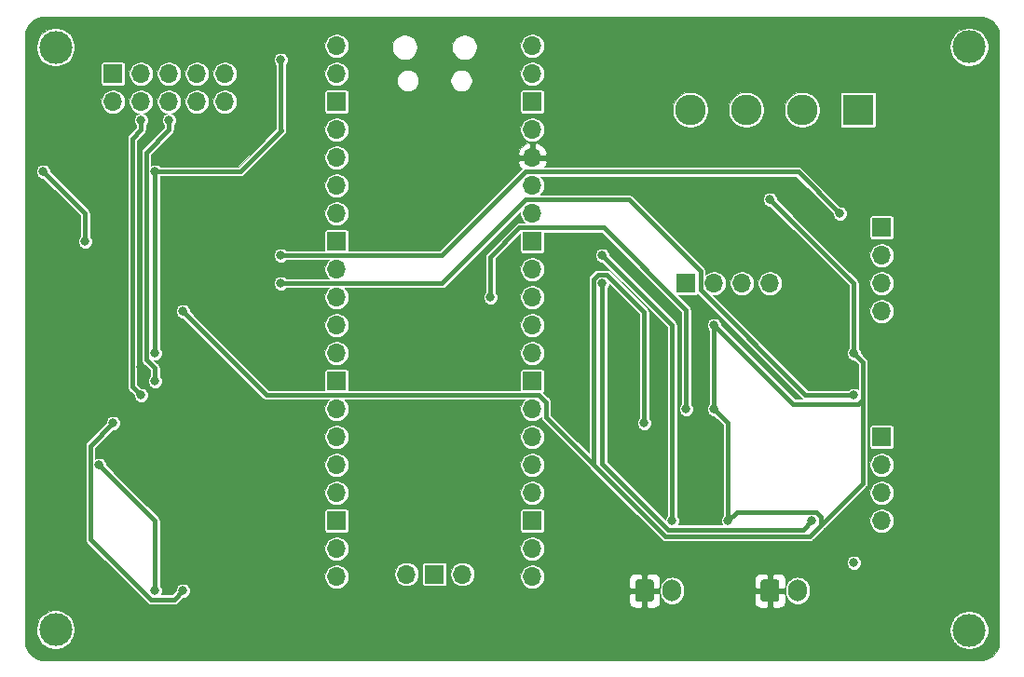
<source format=gbr>
%TF.GenerationSoftware,KiCad,Pcbnew,(5.1.10)-1*%
%TF.CreationDate,2021-08-08T16:35:33+01:00*%
%TF.ProjectId,flowcontrol-v0.1,666c6f77-636f-46e7-9472-6f6c2d76302e,rev?*%
%TF.SameCoordinates,Original*%
%TF.FileFunction,Copper,L2,Bot*%
%TF.FilePolarity,Positive*%
%FSLAX46Y46*%
G04 Gerber Fmt 4.6, Leading zero omitted, Abs format (unit mm)*
G04 Created by KiCad (PCBNEW (5.1.10)-1) date 2021-08-08 16:35:33*
%MOMM*%
%LPD*%
G01*
G04 APERTURE LIST*
%TA.AperFunction,ComponentPad*%
%ADD10O,1.700000X1.700000*%
%TD*%
%TA.AperFunction,ComponentPad*%
%ADD11R,1.700000X1.700000*%
%TD*%
%TA.AperFunction,ComponentPad*%
%ADD12O,1.700000X2.000000*%
%TD*%
%TA.AperFunction,ComponentPad*%
%ADD13R,2.780000X2.780000*%
%TD*%
%TA.AperFunction,ComponentPad*%
%ADD14C,2.780000*%
%TD*%
%TA.AperFunction,ComponentPad*%
%ADD15C,3.000000*%
%TD*%
%TA.AperFunction,ViaPad*%
%ADD16C,0.800000*%
%TD*%
%TA.AperFunction,Conductor*%
%ADD17C,0.400000*%
%TD*%
%TA.AperFunction,Conductor*%
%ADD18C,0.250000*%
%TD*%
%TA.AperFunction,Conductor*%
%ADD19C,0.089000*%
%TD*%
%TA.AperFunction,Conductor*%
%ADD20C,0.100000*%
%TD*%
G04 APERTURE END LIST*
D10*
%TO.P,U1,1*%
%TO.N,GP0*%
X127000000Y-67310000D03*
%TO.P,U1,2*%
%TO.N,GP1*%
X127000000Y-69850000D03*
D11*
%TO.P,U1,3*%
%TO.N,Net-(U1-Pad3)*%
X127000000Y-72390000D03*
D10*
%TO.P,U1,4*%
%TO.N,Net-(U1-Pad4)*%
X127000000Y-74930000D03*
%TO.P,U1,5*%
%TO.N,Net-(U1-Pad5)*%
X127000000Y-77470000D03*
%TO.P,U1,6*%
%TO.N,Net-(U1-Pad6)*%
X127000000Y-80010000D03*
%TO.P,U1,7*%
%TO.N,Net-(U1-Pad7)*%
X127000000Y-82550000D03*
D11*
%TO.P,U1,8*%
%TO.N,Net-(U1-Pad8)*%
X127000000Y-85090000D03*
D10*
%TO.P,U1,9*%
%TO.N,GP6*%
X127000000Y-87630000D03*
%TO.P,U1,10*%
%TO.N,GP7*%
X127000000Y-90170000D03*
%TO.P,U1,11*%
%TO.N,Net-(U1-Pad11)*%
X127000000Y-92710000D03*
%TO.P,U1,12*%
%TO.N,Net-(U1-Pad12)*%
X127000000Y-95250000D03*
D11*
%TO.P,U1,13*%
%TO.N,Net-(U1-Pad13)*%
X127000000Y-97790000D03*
D10*
%TO.P,U1,14*%
%TO.N,GP10*%
X127000000Y-100330000D03*
%TO.P,U1,15*%
%TO.N,GP11*%
X127000000Y-102870000D03*
%TO.P,U1,16*%
%TO.N,Net-(U1-Pad16)*%
X127000000Y-105410000D03*
%TO.P,U1,17*%
%TO.N,Net-(U1-Pad17)*%
X127000000Y-107950000D03*
D11*
%TO.P,U1,18*%
%TO.N,Net-(U1-Pad18)*%
X127000000Y-110490000D03*
D10*
%TO.P,U1,19*%
%TO.N,Net-(U1-Pad19)*%
X127000000Y-113030000D03*
%TO.P,U1,20*%
%TO.N,Net-(U1-Pad20)*%
X127000000Y-115570000D03*
%TO.P,U1,21*%
%TO.N,Net-(U1-Pad21)*%
X144780000Y-115570000D03*
%TO.P,U1,22*%
%TO.N,Net-(U1-Pad22)*%
X144780000Y-113030000D03*
D11*
%TO.P,U1,23*%
%TO.N,Net-(U1-Pad23)*%
X144780000Y-110490000D03*
D10*
%TO.P,U1,24*%
%TO.N,Net-(U1-Pad24)*%
X144780000Y-107950000D03*
%TO.P,U1,25*%
%TO.N,Net-(U1-Pad25)*%
X144780000Y-105410000D03*
%TO.P,U1,26*%
%TO.N,Net-(U1-Pad26)*%
X144780000Y-102870000D03*
%TO.P,U1,27*%
%TO.N,Net-(U1-Pad27)*%
X144780000Y-100330000D03*
D11*
%TO.P,U1,28*%
%TO.N,Net-(U1-Pad28)*%
X144780000Y-97790000D03*
D10*
%TO.P,U1,29*%
%TO.N,DIN*%
X144780000Y-95250000D03*
%TO.P,U1,30*%
%TO.N,RUN*%
X144780000Y-92710000D03*
%TO.P,U1,31*%
%TO.N,GP26*%
X144780000Y-90170000D03*
%TO.P,U1,32*%
%TO.N,GP27*%
X144780000Y-87630000D03*
D11*
%TO.P,U1,33*%
%TO.N,Net-(U1-Pad33)*%
X144780000Y-85090000D03*
D10*
%TO.P,U1,34*%
%TO.N,Net-(U1-Pad34)*%
X144780000Y-82550000D03*
%TO.P,U1,35*%
%TO.N,Net-(U1-Pad35)*%
X144780000Y-80010000D03*
%TO.P,U1,36*%
%TO.N,+3V3*%
X144780000Y-77470000D03*
%TO.P,U1,37*%
%TO.N,Net-(U1-Pad37)*%
X144780000Y-74930000D03*
D11*
%TO.P,U1,38*%
%TO.N,GND*%
X144780000Y-72390000D03*
D10*
%TO.P,U1,39*%
%TO.N,+5V*%
X144780000Y-69850000D03*
%TO.P,U1,40*%
%TO.N,Net-(U1-Pad40)*%
X144780000Y-67310000D03*
%TO.P,U1,41*%
%TO.N,N/C*%
X133350000Y-115340000D03*
D11*
%TO.P,U1,42*%
X135890000Y-115340000D03*
D10*
%TO.P,U1,43*%
X138430000Y-115340000D03*
%TD*%
D12*
%TO.P,J3,2*%
%TO.N,GP26*%
X168870000Y-116840000D03*
%TO.P,J3,1*%
%TO.N,+3V3*%
%TA.AperFunction,ComponentPad*%
G36*
G01*
X165520000Y-117590000D02*
X165520000Y-116090000D01*
G75*
G02*
X165770000Y-115840000I250000J0D01*
G01*
X166970000Y-115840000D01*
G75*
G02*
X167220000Y-116090000I0J-250000D01*
G01*
X167220000Y-117590000D01*
G75*
G02*
X166970000Y-117840000I-250000J0D01*
G01*
X165770000Y-117840000D01*
G75*
G02*
X165520000Y-117590000I0J250000D01*
G01*
G37*
%TD.AperFunction*%
%TD*%
D11*
%TO.P,J1,1*%
%TO.N,GP6*%
X176530000Y-83820000D03*
D10*
%TO.P,J1,2*%
%TO.N,GP10*%
X176530000Y-86360000D03*
%TO.P,J1,3*%
%TO.N,+12V*%
X176530000Y-88900000D03*
%TO.P,J1,4*%
%TO.N,GND*%
X176530000Y-91440000D03*
%TD*%
%TO.P,J2,4*%
%TO.N,GND*%
X176530000Y-110490000D03*
%TO.P,J2,3*%
%TO.N,+12V*%
X176530000Y-107950000D03*
%TO.P,J2,2*%
%TO.N,GP11*%
X176530000Y-105410000D03*
D11*
%TO.P,J2,1*%
%TO.N,GP7*%
X176530000Y-102870000D03*
%TD*%
%TO.P,J4,1*%
%TO.N,+3V3*%
%TA.AperFunction,ComponentPad*%
G36*
G01*
X154130000Y-117590000D02*
X154130000Y-116090000D01*
G75*
G02*
X154380000Y-115840000I250000J0D01*
G01*
X155580000Y-115840000D01*
G75*
G02*
X155830000Y-116090000I0J-250000D01*
G01*
X155830000Y-117590000D01*
G75*
G02*
X155580000Y-117840000I-250000J0D01*
G01*
X154380000Y-117840000D01*
G75*
G02*
X154130000Y-117590000I0J250000D01*
G01*
G37*
%TD.AperFunction*%
D12*
%TO.P,J4,2*%
%TO.N,GP27*%
X157480000Y-116840000D03*
%TD*%
D13*
%TO.P,J6,1*%
%TO.N,+12V*%
X174375000Y-73125000D03*
D14*
%TO.P,J6,2*%
%TO.N,GND*%
X169295000Y-73125000D03*
%TO.P,J6,3*%
X164215000Y-73125000D03*
%TO.P,J6,4*%
%TO.N,+5V*%
X159135000Y-73125000D03*
%TD*%
D11*
%TO.P,J7,1*%
%TO.N,GND*%
X158750000Y-88900000D03*
D10*
%TO.P,J7,2*%
%TO.N,Net-(J7-Pad2)*%
X161290000Y-88900000D03*
%TO.P,J7,3*%
%TO.N,DIN*%
X163830000Y-88900000D03*
%TO.P,J7,4*%
%TO.N,+5V*%
X166370000Y-88900000D03*
%TD*%
D15*
%TO.P,REF\u002A\u002A,1*%
%TO.N,N/C*%
X184454800Y-120421400D03*
%TD*%
%TO.P,REF\u002A\u002A,1*%
%TO.N,N/C*%
X101447600Y-120370600D03*
%TD*%
%TO.P,REF\u002A\u002A,1*%
%TO.N,N/C*%
X184454800Y-67411600D03*
%TD*%
%TO.P,REF\u002A\u002A,1*%
%TO.N,N/C*%
X101447600Y-67424300D03*
%TD*%
D10*
%TO.P,J5,10*%
%TO.N,Net-(J5-Pad10)*%
X116840000Y-72390000D03*
%TO.P,J5,9*%
%TO.N,Net-(J5-Pad9)*%
X116840000Y-69850000D03*
%TO.P,J5,8*%
%TO.N,GND*%
X114300000Y-72390000D03*
%TO.P,J5,7*%
%TO.N,Net-(J5-Pad7)*%
X114300000Y-69850000D03*
%TO.P,J5,6*%
%TO.N,Net-(J5-Pad6)*%
X111760000Y-72390000D03*
%TO.P,J5,5*%
%TO.N,Net-(J5-Pad5)*%
X111760000Y-69850000D03*
%TO.P,J5,4*%
%TO.N,Net-(J5-Pad4)*%
X109220000Y-72390000D03*
%TO.P,J5,3*%
%TO.N,Net-(J5-Pad3)*%
X109220000Y-69850000D03*
%TO.P,J5,2*%
%TO.N,+5V*%
X106680000Y-72390000D03*
D11*
%TO.P,J5,1*%
%TO.N,Net-(J5-Pad1)*%
X106680000Y-69850000D03*
%TD*%
D16*
%TO.N,GND*%
X173990000Y-95250000D03*
X113030000Y-91440000D03*
X173990000Y-114300000D03*
X161290000Y-92710000D03*
X162560000Y-110490000D03*
X154940000Y-101600000D03*
X161290000Y-100330000D03*
X166370000Y-81280000D03*
%TO.N,+3V3*%
X113030000Y-106680000D03*
X153670000Y-113030000D03*
X109220000Y-96520000D03*
X165100000Y-113030000D03*
X116840000Y-106680000D03*
X151130000Y-68580000D03*
X116840000Y-90170000D03*
X115570000Y-116840000D03*
X100330000Y-81280000D03*
X107950000Y-116840000D03*
%TO.N,Net-(C4-Pad1)*%
X110490000Y-116840000D03*
X105410000Y-105410000D03*
%TO.N,Net-(C5-Pad1)*%
X113030000Y-116840000D03*
X106680000Y-101600000D03*
%TO.N,Net-(D1-Pad1)*%
X104140000Y-85090000D03*
X100330000Y-78740000D03*
%TO.N,GP6*%
X172720000Y-82550000D03*
X121920000Y-86360000D03*
%TO.N,GP7*%
X173990000Y-99060000D03*
X121920000Y-88900000D03*
%TO.N,GP26*%
X170180000Y-110490000D03*
X151130000Y-88900000D03*
%TO.N,GP27*%
X151130000Y-86360000D03*
X157480000Y-110490000D03*
%TO.N,Net-(J5-Pad4)*%
X109220000Y-74062500D03*
X109220000Y-99060000D03*
%TO.N,Net-(J5-Pad6)*%
X110490000Y-97790000D03*
X111760000Y-74062500D03*
%TO.N,GP0*%
X121920000Y-68580000D03*
X110490000Y-78740000D03*
X110490000Y-95250000D03*
%TO.N,RUN*%
X158750000Y-100330000D03*
X140970000Y-90170000D03*
%TD*%
D17*
%TO.N,GND*%
X174790001Y-99444001D02*
X174790001Y-96050001D01*
X174374001Y-99860001D02*
X174790001Y-99444001D01*
X174790001Y-107064001D02*
X169963992Y-111890010D01*
X150745999Y-88099999D02*
X150329999Y-88515999D01*
X161290000Y-92710000D02*
X168440001Y-99860001D01*
X166370000Y-81280000D02*
X173990000Y-88900000D01*
X173990000Y-95250000D02*
X174790001Y-96050001D01*
X150329999Y-88515999D02*
X150329999Y-105372543D01*
X168440001Y-99860001D02*
X174374001Y-99860001D01*
X161290000Y-100330000D02*
X161290000Y-92710000D01*
X170980001Y-110874001D02*
X170980001Y-110105999D01*
X156847466Y-111890010D02*
X146030001Y-101072545D01*
X162560000Y-101600000D02*
X162560000Y-110490000D01*
X169963992Y-111890010D02*
X156847466Y-111890010D01*
X145340003Y-99040001D02*
X120630001Y-99040001D01*
X120630001Y-99040001D02*
X113030000Y-91440000D01*
X156847467Y-111890011D02*
X169963991Y-111890011D01*
X154940000Y-91525998D02*
X151514001Y-88099999D01*
X173990000Y-88900000D02*
X173990000Y-95250000D01*
X154940000Y-101600000D02*
X154940000Y-91525998D01*
X161290000Y-100330000D02*
X162560000Y-101600000D01*
X146030001Y-101072545D02*
X146030001Y-99729999D01*
X151514001Y-88099999D02*
X150745999Y-88099999D01*
X169963991Y-111890011D02*
X170980001Y-110874001D01*
X150329999Y-105372543D02*
X156847467Y-111890011D01*
X170980001Y-110105999D02*
X170564001Y-109689999D01*
X170564001Y-109689999D02*
X163360001Y-109689999D01*
X163360001Y-109689999D02*
X162560000Y-110490000D01*
X146030001Y-99729999D02*
X145340003Y-99040001D01*
X174790001Y-96050001D02*
X174790001Y-107064001D01*
%TO.N,Net-(C4-Pad1)*%
X110490000Y-116840000D02*
X110490000Y-110490000D01*
X110490000Y-110490000D02*
X105410000Y-105410000D01*
%TO.N,Net-(C5-Pad1)*%
X104609999Y-112144001D02*
X104609999Y-103670001D01*
X113030000Y-116840000D02*
X112229999Y-117640001D01*
X104609999Y-103670001D02*
X106680000Y-101600000D01*
X110105999Y-117640001D02*
X104609999Y-112144001D01*
X112229999Y-117640001D02*
X110105999Y-117640001D01*
%TO.N,Net-(D1-Pad1)*%
X100330000Y-78740000D02*
X104140000Y-82550000D01*
X104140000Y-85090000D02*
X104140000Y-82550000D01*
%TO.N,GP6*%
X144179999Y-78759999D02*
X168929999Y-78759999D01*
X168929999Y-78759999D02*
X172720000Y-82550000D01*
X136579998Y-86360000D02*
X144179999Y-78759999D01*
X121920000Y-86360000D02*
X136579998Y-86360000D01*
%TO.N,GP7*%
X144179999Y-81299999D02*
X153570001Y-81299999D01*
X169599998Y-99060000D02*
X173990000Y-99060000D01*
X153570001Y-81299999D02*
X160039999Y-87769997D01*
X136579998Y-88900000D02*
X144179999Y-81299999D01*
X160039999Y-89500001D02*
X169599998Y-99060000D01*
X160039999Y-87769997D02*
X160039999Y-89500001D01*
X121920000Y-88900000D02*
X136579998Y-88900000D01*
%TO.N,GP26*%
X157095999Y-111290001D02*
X169379999Y-111290001D01*
X169379999Y-111290001D02*
X170180000Y-110490000D01*
X151130000Y-105324002D02*
X157095999Y-111290001D01*
X151130000Y-88900000D02*
X151130000Y-105324002D01*
%TO.N,GP27*%
X151130000Y-86360000D02*
X157480000Y-92710000D01*
X157480000Y-92710000D02*
X157480000Y-110490000D01*
%TO.N,Net-(J5-Pad4)*%
X108419999Y-75730001D02*
X109220000Y-74930000D01*
X108419999Y-98259999D02*
X108419999Y-75730001D01*
X109220000Y-99060000D02*
X108419999Y-98259999D01*
%TO.N,Net-(J5-Pad6)*%
X109689999Y-95805997D02*
X109689999Y-77000001D01*
X110490000Y-96605998D02*
X109689999Y-95805997D01*
X110490000Y-97790000D02*
X110490000Y-96605998D01*
X109689999Y-77000001D02*
X111760000Y-74930000D01*
%TO.N,GP0*%
X118229998Y-78740000D02*
X121979999Y-74989999D01*
X121920000Y-68580000D02*
X121920000Y-74930000D01*
D18*
X110490000Y-95250000D02*
X110490000Y-83820000D01*
D17*
X121920000Y-74930000D02*
X121979999Y-74989999D01*
D18*
X110490000Y-80010000D02*
X110490000Y-78740000D01*
D17*
X110490000Y-78740000D02*
X118229998Y-78740000D01*
D18*
X110490000Y-78740000D02*
X110490000Y-78740000D01*
D17*
X110490000Y-80010000D02*
X110490000Y-83820000D01*
X110490000Y-78740000D02*
X110490000Y-95250000D01*
%TO.N,RUN*%
X140970000Y-90170000D02*
X140970000Y-87630000D01*
X143609999Y-83839999D02*
X140970000Y-86479998D01*
X151269997Y-83839999D02*
X143609999Y-83839999D01*
X158750000Y-100330000D02*
X158750000Y-91320002D01*
X140970000Y-86479998D02*
X140970000Y-88210002D01*
X158750000Y-91320002D02*
X151269997Y-83839999D01*
%TO.N,Net-(J5-Pad4)*%
X109220000Y-74930000D02*
X109220000Y-74062500D01*
%TO.N,Net-(J5-Pad6)*%
X111760000Y-74930000D02*
X111760000Y-74062500D01*
%TD*%
D19*
%TO.N,+3V3*%
X185988154Y-64744498D02*
X186325324Y-64894637D01*
X186623904Y-65111489D01*
X186870758Y-65385705D01*
X187055313Y-65705301D01*
X187169344Y-66056309D01*
X187209201Y-66435539D01*
X187209200Y-121411071D01*
X187169344Y-121790291D01*
X187055313Y-122141299D01*
X186870758Y-122460895D01*
X186623904Y-122735111D01*
X186325324Y-122951963D01*
X185988154Y-123102102D01*
X185627172Y-123178800D01*
X100258228Y-123178800D01*
X99897245Y-123102102D01*
X99560082Y-122951966D01*
X99261500Y-122735114D01*
X99014645Y-122460899D01*
X98830089Y-122141302D01*
X98716056Y-121790290D01*
X98676200Y-121411071D01*
X98676200Y-120198782D01*
X99703100Y-120198782D01*
X99703100Y-120542418D01*
X99729273Y-120673998D01*
X99737341Y-120750729D01*
X99737596Y-120763766D01*
X99742199Y-120784749D01*
X99746528Y-120805786D01*
X99751596Y-120817797D01*
X99767794Y-120867658D01*
X99770140Y-120879452D01*
X99777027Y-120896078D01*
X99842656Y-121098099D01*
X99845617Y-121110801D01*
X99854467Y-121130338D01*
X99863082Y-121150035D01*
X99870542Y-121160740D01*
X100017925Y-121416060D01*
X100023483Y-121427905D01*
X100036204Y-121445167D01*
X100048685Y-121462588D01*
X100058235Y-121471534D01*
X100255529Y-121690563D01*
X100263368Y-121700924D01*
X100279418Y-121715193D01*
X100295353Y-121729725D01*
X100306486Y-121736445D01*
X100544917Y-121909764D01*
X100554818Y-121918331D01*
X100573425Y-121928908D01*
X100591918Y-121939753D01*
X100604296Y-121944049D01*
X100873585Y-122063889D01*
X100884999Y-122070182D01*
X100905443Y-122076675D01*
X100925857Y-122083452D01*
X100938800Y-122085068D01*
X101227137Y-122146333D01*
X101239626Y-122150121D01*
X101261047Y-122152231D01*
X101282346Y-122154609D01*
X101295335Y-122153500D01*
X101590064Y-122153500D01*
X101603052Y-122154609D01*
X101624341Y-122152232D01*
X101645774Y-122150121D01*
X101658265Y-122146332D01*
X101946605Y-122085067D01*
X101959542Y-122083452D01*
X101979934Y-122076683D01*
X102000401Y-122070182D01*
X102011819Y-122063887D01*
X102281097Y-121944051D01*
X102293481Y-121939753D01*
X102311998Y-121928894D01*
X102330582Y-121918330D01*
X102340484Y-121909763D01*
X102578920Y-121736441D01*
X102590046Y-121729726D01*
X102605915Y-121715254D01*
X102622032Y-121700925D01*
X102629880Y-121690552D01*
X102827172Y-121471527D01*
X102836715Y-121462588D01*
X102849171Y-121445203D01*
X102861917Y-121427906D01*
X102867477Y-121416056D01*
X103014861Y-121160736D01*
X103022318Y-121150035D01*
X103030912Y-121130384D01*
X103039783Y-121110802D01*
X103042745Y-121098094D01*
X103072740Y-121005763D01*
X103125060Y-120879452D01*
X103192100Y-120542418D01*
X103192100Y-120401841D01*
X182704055Y-120401841D01*
X182704196Y-120423300D01*
X182704055Y-120444759D01*
X182706518Y-120457583D01*
X182710300Y-120493551D01*
X182710300Y-120593218D01*
X182732530Y-120704976D01*
X182737341Y-120750729D01*
X182737596Y-120763766D01*
X182742199Y-120784749D01*
X182746528Y-120805786D01*
X182751596Y-120817797D01*
X182760302Y-120844596D01*
X182777340Y-120930252D01*
X182827356Y-121051001D01*
X182842656Y-121098099D01*
X182845617Y-121110801D01*
X182854467Y-121130338D01*
X182863082Y-121150035D01*
X182870542Y-121160740D01*
X182878576Y-121174657D01*
X182908844Y-121247731D01*
X182996388Y-121378750D01*
X183017925Y-121416060D01*
X183023483Y-121427905D01*
X183036204Y-121445167D01*
X183048685Y-121462588D01*
X183058235Y-121471534D01*
X183058814Y-121472178D01*
X183099758Y-121533454D01*
X183243382Y-121677078D01*
X183255529Y-121690563D01*
X183263368Y-121700924D01*
X183279418Y-121715193D01*
X183295353Y-121729725D01*
X183297058Y-121730754D01*
X183342746Y-121776442D01*
X183553869Y-121917510D01*
X183554818Y-121918331D01*
X183556693Y-121919397D01*
X183628469Y-121967356D01*
X183945948Y-122098860D01*
X184282982Y-122165900D01*
X184626618Y-122165900D01*
X184963652Y-122098860D01*
X185281131Y-121967356D01*
X185566854Y-121776442D01*
X185809842Y-121533454D01*
X186000756Y-121247731D01*
X186132260Y-120930252D01*
X186199300Y-120593218D01*
X186199300Y-120249582D01*
X186132260Y-119912548D01*
X186000756Y-119595069D01*
X185809842Y-119309346D01*
X185566854Y-119066358D01*
X185281131Y-118875444D01*
X184963652Y-118743940D01*
X184626618Y-118676900D01*
X184282982Y-118676900D01*
X183945948Y-118743940D01*
X183628469Y-118875444D01*
X183342746Y-119066358D01*
X183263909Y-119145195D01*
X183263368Y-119145676D01*
X183263181Y-119145923D01*
X183099758Y-119309346D01*
X183051855Y-119381038D01*
X183048709Y-119383984D01*
X183036224Y-119401405D01*
X183023483Y-119418695D01*
X183017931Y-119430528D01*
X183012482Y-119439963D01*
X182908844Y-119595069D01*
X182873142Y-119681261D01*
X182870547Y-119685756D01*
X182863071Y-119696485D01*
X182854482Y-119716130D01*
X182845629Y-119735663D01*
X182842658Y-119748399D01*
X182832949Y-119778295D01*
X182777340Y-119912548D01*
X182758358Y-120007979D01*
X182751592Y-120028813D01*
X182746528Y-120040814D01*
X182742198Y-120061853D01*
X182737593Y-120082857D01*
X182737339Y-120095885D01*
X182733378Y-120133563D01*
X182710300Y-120249582D01*
X182710300Y-120353049D01*
X182706518Y-120389017D01*
X182704055Y-120401841D01*
X103192100Y-120401841D01*
X103192100Y-120198782D01*
X103125060Y-119861748D01*
X102993556Y-119544269D01*
X102802642Y-119258546D01*
X102559654Y-119015558D01*
X102273931Y-118824644D01*
X101956452Y-118693140D01*
X101619418Y-118626100D01*
X101275782Y-118626100D01*
X100938748Y-118693140D01*
X100621269Y-118824644D01*
X100335546Y-119015558D01*
X100092558Y-119258546D01*
X99901644Y-119544269D01*
X99770140Y-119861748D01*
X99703100Y-120198782D01*
X98676200Y-120198782D01*
X98676200Y-103670001D01*
X104163350Y-103670001D01*
X104165500Y-103691831D01*
X104165499Y-112122181D01*
X104163350Y-112144001D01*
X104165499Y-112165821D01*
X104165499Y-112165830D01*
X104171931Y-112231137D01*
X104193628Y-112302662D01*
X104197348Y-112314926D01*
X104238623Y-112392146D01*
X104276184Y-112437914D01*
X104294170Y-112459830D01*
X104311129Y-112473748D01*
X109776257Y-117938877D01*
X109790170Y-117955830D01*
X109807123Y-117969743D01*
X109807126Y-117969746D01*
X109857853Y-118011377D01*
X109934706Y-118052456D01*
X109935073Y-118052652D01*
X110018862Y-118078069D01*
X110084169Y-118084501D01*
X110084179Y-118084501D01*
X110105999Y-118086650D01*
X110127819Y-118084501D01*
X112208179Y-118084501D01*
X112229999Y-118086650D01*
X112251819Y-118084501D01*
X112251829Y-118084501D01*
X112317136Y-118078069D01*
X112400925Y-118052652D01*
X112478144Y-118011377D01*
X112545828Y-117955830D01*
X112559745Y-117938872D01*
X112658617Y-117840000D01*
X153574827Y-117840000D01*
X153585494Y-117948309D01*
X153617087Y-118052456D01*
X153668391Y-118148438D01*
X153737433Y-118232567D01*
X153821562Y-118301609D01*
X153917544Y-118352913D01*
X154021691Y-118384506D01*
X154130000Y-118395173D01*
X154632375Y-118392500D01*
X154770500Y-118254375D01*
X154770500Y-117049500D01*
X155189500Y-117049500D01*
X155189500Y-118254375D01*
X155327625Y-118392500D01*
X155830000Y-118395173D01*
X155938309Y-118384506D01*
X156042456Y-118352913D01*
X156138438Y-118301609D01*
X156222567Y-118232567D01*
X156291609Y-118148438D01*
X156342913Y-118052456D01*
X156374506Y-117948309D01*
X156385173Y-117840000D01*
X156382500Y-117187625D01*
X156244375Y-117049500D01*
X155189500Y-117049500D01*
X154770500Y-117049500D01*
X153715625Y-117049500D01*
X153577500Y-117187625D01*
X153574827Y-117840000D01*
X112658617Y-117840000D01*
X113014118Y-117484500D01*
X113093478Y-117484500D01*
X113217994Y-117459732D01*
X113335285Y-117411148D01*
X113440845Y-117340615D01*
X113530615Y-117250845D01*
X113601148Y-117145285D01*
X113649732Y-117027994D01*
X113674500Y-116903478D01*
X113674500Y-116776522D01*
X113649732Y-116652006D01*
X113601148Y-116534715D01*
X113530615Y-116429155D01*
X113440845Y-116339385D01*
X113335285Y-116268852D01*
X113217994Y-116220268D01*
X113093478Y-116195500D01*
X112966522Y-116195500D01*
X112842006Y-116220268D01*
X112724715Y-116268852D01*
X112619155Y-116339385D01*
X112529385Y-116429155D01*
X112458852Y-116534715D01*
X112410268Y-116652006D01*
X112385500Y-116776522D01*
X112385500Y-116855882D01*
X112045882Y-117195501D01*
X111027595Y-117195501D01*
X111061148Y-117145285D01*
X111109732Y-117027994D01*
X111134500Y-116903478D01*
X111134500Y-116776522D01*
X111109732Y-116652006D01*
X111061148Y-116534715D01*
X110990615Y-116429155D01*
X110934500Y-116373040D01*
X110934500Y-115462201D01*
X125905500Y-115462201D01*
X125905500Y-115677799D01*
X125947561Y-115889254D01*
X126030067Y-116088440D01*
X126149846Y-116267703D01*
X126302297Y-116420154D01*
X126481560Y-116539933D01*
X126680746Y-116622439D01*
X126892201Y-116664500D01*
X127107799Y-116664500D01*
X127319254Y-116622439D01*
X127518440Y-116539933D01*
X127697703Y-116420154D01*
X127850154Y-116267703D01*
X127969933Y-116088440D01*
X128052439Y-115889254D01*
X128094500Y-115677799D01*
X128094500Y-115462201D01*
X128052439Y-115250746D01*
X128044758Y-115232201D01*
X132255500Y-115232201D01*
X132255500Y-115447799D01*
X132297561Y-115659254D01*
X132380067Y-115858440D01*
X132499846Y-116037703D01*
X132652297Y-116190154D01*
X132831560Y-116309933D01*
X133030746Y-116392439D01*
X133242201Y-116434500D01*
X133457799Y-116434500D01*
X133669254Y-116392439D01*
X133868440Y-116309933D01*
X134047703Y-116190154D01*
X134200154Y-116037703D01*
X134319933Y-115858440D01*
X134402439Y-115659254D01*
X134444500Y-115447799D01*
X134444500Y-115232201D01*
X134402439Y-115020746D01*
X134319933Y-114821560D01*
X134200154Y-114642297D01*
X134047857Y-114490000D01*
X134794317Y-114490000D01*
X134794317Y-116190000D01*
X134799038Y-116237930D01*
X134813019Y-116284019D01*
X134835722Y-116326494D01*
X134866276Y-116363724D01*
X134903506Y-116394278D01*
X134945981Y-116416981D01*
X134992070Y-116430962D01*
X135040000Y-116435683D01*
X136740000Y-116435683D01*
X136787930Y-116430962D01*
X136834019Y-116416981D01*
X136876494Y-116394278D01*
X136913724Y-116363724D01*
X136944278Y-116326494D01*
X136966981Y-116284019D01*
X136980962Y-116237930D01*
X136985683Y-116190000D01*
X136985683Y-115232201D01*
X137335500Y-115232201D01*
X137335500Y-115447799D01*
X137377561Y-115659254D01*
X137460067Y-115858440D01*
X137579846Y-116037703D01*
X137732297Y-116190154D01*
X137911560Y-116309933D01*
X138110746Y-116392439D01*
X138322201Y-116434500D01*
X138537799Y-116434500D01*
X138749254Y-116392439D01*
X138948440Y-116309933D01*
X139127703Y-116190154D01*
X139280154Y-116037703D01*
X139399933Y-115858440D01*
X139482439Y-115659254D01*
X139521635Y-115462201D01*
X143685500Y-115462201D01*
X143685500Y-115677799D01*
X143727561Y-115889254D01*
X143810067Y-116088440D01*
X143929846Y-116267703D01*
X144082297Y-116420154D01*
X144261560Y-116539933D01*
X144460746Y-116622439D01*
X144672201Y-116664500D01*
X144887799Y-116664500D01*
X145029876Y-116636239D01*
X156385500Y-116636239D01*
X156385500Y-117043762D01*
X156401337Y-117204559D01*
X156463922Y-117410873D01*
X156565554Y-117601013D01*
X156702328Y-117767673D01*
X156868988Y-117904446D01*
X157059128Y-118006078D01*
X157265442Y-118068663D01*
X157480000Y-118089795D01*
X157694559Y-118068663D01*
X157900873Y-118006078D01*
X158091013Y-117904446D01*
X158169541Y-117840000D01*
X164964827Y-117840000D01*
X164975494Y-117948309D01*
X165007087Y-118052456D01*
X165058391Y-118148438D01*
X165127433Y-118232567D01*
X165211562Y-118301609D01*
X165307544Y-118352913D01*
X165411691Y-118384506D01*
X165520000Y-118395173D01*
X166022375Y-118392500D01*
X166160500Y-118254375D01*
X166160500Y-117049500D01*
X166579500Y-117049500D01*
X166579500Y-118254375D01*
X166717625Y-118392500D01*
X167220000Y-118395173D01*
X167328309Y-118384506D01*
X167432456Y-118352913D01*
X167528438Y-118301609D01*
X167612567Y-118232567D01*
X167681609Y-118148438D01*
X167732913Y-118052456D01*
X167764506Y-117948309D01*
X167775173Y-117840000D01*
X167772500Y-117187625D01*
X167634375Y-117049500D01*
X166579500Y-117049500D01*
X166160500Y-117049500D01*
X165105625Y-117049500D01*
X164967500Y-117187625D01*
X164964827Y-117840000D01*
X158169541Y-117840000D01*
X158257673Y-117767673D01*
X158394446Y-117601013D01*
X158496078Y-117410872D01*
X158558663Y-117204558D01*
X158574500Y-117043761D01*
X158574500Y-116636239D01*
X167775500Y-116636239D01*
X167775500Y-117043762D01*
X167791337Y-117204559D01*
X167853922Y-117410873D01*
X167955554Y-117601013D01*
X168092328Y-117767673D01*
X168258988Y-117904446D01*
X168449128Y-118006078D01*
X168655442Y-118068663D01*
X168870000Y-118089795D01*
X169084559Y-118068663D01*
X169290873Y-118006078D01*
X169481013Y-117904446D01*
X169647673Y-117767673D01*
X169784446Y-117601013D01*
X169886078Y-117410872D01*
X169948663Y-117204558D01*
X169964500Y-117043761D01*
X169964500Y-116636238D01*
X169948663Y-116475441D01*
X169886078Y-116269127D01*
X169784446Y-116078987D01*
X169647673Y-115912327D01*
X169481013Y-115775554D01*
X169290872Y-115673922D01*
X169084558Y-115611337D01*
X168870000Y-115590205D01*
X168655441Y-115611337D01*
X168449127Y-115673922D01*
X168258987Y-115775554D01*
X168092327Y-115912327D01*
X167955554Y-116078987D01*
X167853922Y-116269128D01*
X167791337Y-116475442D01*
X167775500Y-116636239D01*
X158574500Y-116636239D01*
X158574500Y-116636238D01*
X158558663Y-116475441D01*
X158496078Y-116269127D01*
X158394446Y-116078987D01*
X158257673Y-115912327D01*
X158169542Y-115840000D01*
X164964827Y-115840000D01*
X164967500Y-116492375D01*
X165105625Y-116630500D01*
X166160500Y-116630500D01*
X166160500Y-115425625D01*
X166579500Y-115425625D01*
X166579500Y-116630500D01*
X167634375Y-116630500D01*
X167772500Y-116492375D01*
X167775173Y-115840000D01*
X167764506Y-115731691D01*
X167732913Y-115627544D01*
X167681609Y-115531562D01*
X167612567Y-115447433D01*
X167528438Y-115378391D01*
X167432456Y-115327087D01*
X167328309Y-115295494D01*
X167220000Y-115284827D01*
X166717625Y-115287500D01*
X166579500Y-115425625D01*
X166160500Y-115425625D01*
X166022375Y-115287500D01*
X165520000Y-115284827D01*
X165411691Y-115295494D01*
X165307544Y-115327087D01*
X165211562Y-115378391D01*
X165127433Y-115447433D01*
X165058391Y-115531562D01*
X165007087Y-115627544D01*
X164975494Y-115731691D01*
X164964827Y-115840000D01*
X158169542Y-115840000D01*
X158091013Y-115775554D01*
X157900872Y-115673922D01*
X157694558Y-115611337D01*
X157480000Y-115590205D01*
X157265441Y-115611337D01*
X157059127Y-115673922D01*
X156868987Y-115775554D01*
X156702327Y-115912327D01*
X156565554Y-116078987D01*
X156463922Y-116269128D01*
X156401337Y-116475442D01*
X156385500Y-116636239D01*
X145029876Y-116636239D01*
X145099254Y-116622439D01*
X145298440Y-116539933D01*
X145477703Y-116420154D01*
X145630154Y-116267703D01*
X145749933Y-116088440D01*
X145832439Y-115889254D01*
X145842236Y-115840000D01*
X153574827Y-115840000D01*
X153577500Y-116492375D01*
X153715625Y-116630500D01*
X154770500Y-116630500D01*
X154770500Y-115425625D01*
X155189500Y-115425625D01*
X155189500Y-116630500D01*
X156244375Y-116630500D01*
X156382500Y-116492375D01*
X156385173Y-115840000D01*
X156374506Y-115731691D01*
X156342913Y-115627544D01*
X156291609Y-115531562D01*
X156222567Y-115447433D01*
X156138438Y-115378391D01*
X156042456Y-115327087D01*
X155938309Y-115295494D01*
X155830000Y-115284827D01*
X155327625Y-115287500D01*
X155189500Y-115425625D01*
X154770500Y-115425625D01*
X154632375Y-115287500D01*
X154130000Y-115284827D01*
X154021691Y-115295494D01*
X153917544Y-115327087D01*
X153821562Y-115378391D01*
X153737433Y-115447433D01*
X153668391Y-115531562D01*
X153617087Y-115627544D01*
X153585494Y-115731691D01*
X153574827Y-115840000D01*
X145842236Y-115840000D01*
X145874500Y-115677799D01*
X145874500Y-115462201D01*
X145832439Y-115250746D01*
X145749933Y-115051560D01*
X145630154Y-114872297D01*
X145477703Y-114719846D01*
X145298440Y-114600067D01*
X145099254Y-114517561D01*
X144887799Y-114475500D01*
X144672201Y-114475500D01*
X144460746Y-114517561D01*
X144261560Y-114600067D01*
X144082297Y-114719846D01*
X143929846Y-114872297D01*
X143810067Y-115051560D01*
X143727561Y-115250746D01*
X143685500Y-115462201D01*
X139521635Y-115462201D01*
X139524500Y-115447799D01*
X139524500Y-115232201D01*
X139482439Y-115020746D01*
X139399933Y-114821560D01*
X139280154Y-114642297D01*
X139127703Y-114489846D01*
X138948440Y-114370067D01*
X138749254Y-114287561D01*
X138537799Y-114245500D01*
X138322201Y-114245500D01*
X138110746Y-114287561D01*
X137911560Y-114370067D01*
X137732297Y-114489846D01*
X137579846Y-114642297D01*
X137460067Y-114821560D01*
X137377561Y-115020746D01*
X137335500Y-115232201D01*
X136985683Y-115232201D01*
X136985683Y-114490000D01*
X136980962Y-114442070D01*
X136966981Y-114395981D01*
X136944278Y-114353506D01*
X136913724Y-114316276D01*
X136876494Y-114285722D01*
X136834019Y-114263019D01*
X136787930Y-114249038D01*
X136740000Y-114244317D01*
X135040000Y-114244317D01*
X134992070Y-114249038D01*
X134945981Y-114263019D01*
X134903506Y-114285722D01*
X134866276Y-114316276D01*
X134835722Y-114353506D01*
X134813019Y-114395981D01*
X134799038Y-114442070D01*
X134794317Y-114490000D01*
X134047857Y-114490000D01*
X134047703Y-114489846D01*
X133868440Y-114370067D01*
X133669254Y-114287561D01*
X133457799Y-114245500D01*
X133242201Y-114245500D01*
X133030746Y-114287561D01*
X132831560Y-114370067D01*
X132652297Y-114489846D01*
X132499846Y-114642297D01*
X132380067Y-114821560D01*
X132297561Y-115020746D01*
X132255500Y-115232201D01*
X128044758Y-115232201D01*
X127969933Y-115051560D01*
X127850154Y-114872297D01*
X127697703Y-114719846D01*
X127518440Y-114600067D01*
X127319254Y-114517561D01*
X127107799Y-114475500D01*
X126892201Y-114475500D01*
X126680746Y-114517561D01*
X126481560Y-114600067D01*
X126302297Y-114719846D01*
X126149846Y-114872297D01*
X126030067Y-115051560D01*
X125947561Y-115250746D01*
X125905500Y-115462201D01*
X110934500Y-115462201D01*
X110934500Y-114236522D01*
X173345500Y-114236522D01*
X173345500Y-114363478D01*
X173370268Y-114487994D01*
X173418852Y-114605285D01*
X173489385Y-114710845D01*
X173579155Y-114800615D01*
X173684715Y-114871148D01*
X173802006Y-114919732D01*
X173926522Y-114944500D01*
X174053478Y-114944500D01*
X174177994Y-114919732D01*
X174295285Y-114871148D01*
X174400845Y-114800615D01*
X174490615Y-114710845D01*
X174561148Y-114605285D01*
X174609732Y-114487994D01*
X174634500Y-114363478D01*
X174634500Y-114236522D01*
X174609732Y-114112006D01*
X174561148Y-113994715D01*
X174490615Y-113889155D01*
X174400845Y-113799385D01*
X174295285Y-113728852D01*
X174177994Y-113680268D01*
X174053478Y-113655500D01*
X173926522Y-113655500D01*
X173802006Y-113680268D01*
X173684715Y-113728852D01*
X173579155Y-113799385D01*
X173489385Y-113889155D01*
X173418852Y-113994715D01*
X173370268Y-114112006D01*
X173345500Y-114236522D01*
X110934500Y-114236522D01*
X110934500Y-112922201D01*
X125905500Y-112922201D01*
X125905500Y-113137799D01*
X125947561Y-113349254D01*
X126030067Y-113548440D01*
X126149846Y-113727703D01*
X126302297Y-113880154D01*
X126481560Y-113999933D01*
X126680746Y-114082439D01*
X126892201Y-114124500D01*
X127107799Y-114124500D01*
X127319254Y-114082439D01*
X127518440Y-113999933D01*
X127697703Y-113880154D01*
X127850154Y-113727703D01*
X127969933Y-113548440D01*
X128052439Y-113349254D01*
X128094500Y-113137799D01*
X128094500Y-112922201D01*
X143685500Y-112922201D01*
X143685500Y-113137799D01*
X143727561Y-113349254D01*
X143810067Y-113548440D01*
X143929846Y-113727703D01*
X144082297Y-113880154D01*
X144261560Y-113999933D01*
X144460746Y-114082439D01*
X144672201Y-114124500D01*
X144887799Y-114124500D01*
X145099254Y-114082439D01*
X145298440Y-113999933D01*
X145477703Y-113880154D01*
X145630154Y-113727703D01*
X145749933Y-113548440D01*
X145832439Y-113349254D01*
X145874500Y-113137799D01*
X145874500Y-112922201D01*
X145832439Y-112710746D01*
X145749933Y-112511560D01*
X145630154Y-112332297D01*
X145477703Y-112179846D01*
X145298440Y-112060067D01*
X145099254Y-111977561D01*
X144887799Y-111935500D01*
X144672201Y-111935500D01*
X144460746Y-111977561D01*
X144261560Y-112060067D01*
X144082297Y-112179846D01*
X143929846Y-112332297D01*
X143810067Y-112511560D01*
X143727561Y-112710746D01*
X143685500Y-112922201D01*
X128094500Y-112922201D01*
X128052439Y-112710746D01*
X127969933Y-112511560D01*
X127850154Y-112332297D01*
X127697703Y-112179846D01*
X127518440Y-112060067D01*
X127319254Y-111977561D01*
X127107799Y-111935500D01*
X126892201Y-111935500D01*
X126680746Y-111977561D01*
X126481560Y-112060067D01*
X126302297Y-112179846D01*
X126149846Y-112332297D01*
X126030067Y-112511560D01*
X125947561Y-112710746D01*
X125905500Y-112922201D01*
X110934500Y-112922201D01*
X110934500Y-110511820D01*
X110936649Y-110490000D01*
X110934500Y-110468180D01*
X110934500Y-110468170D01*
X110928068Y-110402863D01*
X110902651Y-110319074D01*
X110880121Y-110276924D01*
X110861376Y-110241854D01*
X110819745Y-110191127D01*
X110819742Y-110191124D01*
X110805829Y-110174171D01*
X110788874Y-110160256D01*
X110268618Y-109640000D01*
X125904317Y-109640000D01*
X125904317Y-111340000D01*
X125909038Y-111387930D01*
X125923019Y-111434019D01*
X125945722Y-111476494D01*
X125976276Y-111513724D01*
X126013506Y-111544278D01*
X126055981Y-111566981D01*
X126102070Y-111580962D01*
X126150000Y-111585683D01*
X127850000Y-111585683D01*
X127897930Y-111580962D01*
X127944019Y-111566981D01*
X127986494Y-111544278D01*
X128023724Y-111513724D01*
X128054278Y-111476494D01*
X128076981Y-111434019D01*
X128090962Y-111387930D01*
X128095683Y-111340000D01*
X128095683Y-109640000D01*
X143684317Y-109640000D01*
X143684317Y-111340000D01*
X143689038Y-111387930D01*
X143703019Y-111434019D01*
X143725722Y-111476494D01*
X143756276Y-111513724D01*
X143793506Y-111544278D01*
X143835981Y-111566981D01*
X143882070Y-111580962D01*
X143930000Y-111585683D01*
X145630000Y-111585683D01*
X145677930Y-111580962D01*
X145724019Y-111566981D01*
X145766494Y-111544278D01*
X145803724Y-111513724D01*
X145834278Y-111476494D01*
X145856981Y-111434019D01*
X145870962Y-111387930D01*
X145875683Y-111340000D01*
X145875683Y-109640000D01*
X145870962Y-109592070D01*
X145856981Y-109545981D01*
X145834278Y-109503506D01*
X145803724Y-109466276D01*
X145766494Y-109435722D01*
X145724019Y-109413019D01*
X145677930Y-109399038D01*
X145630000Y-109394317D01*
X143930000Y-109394317D01*
X143882070Y-109399038D01*
X143835981Y-109413019D01*
X143793506Y-109435722D01*
X143756276Y-109466276D01*
X143725722Y-109503506D01*
X143703019Y-109545981D01*
X143689038Y-109592070D01*
X143684317Y-109640000D01*
X128095683Y-109640000D01*
X128090962Y-109592070D01*
X128076981Y-109545981D01*
X128054278Y-109503506D01*
X128023724Y-109466276D01*
X127986494Y-109435722D01*
X127944019Y-109413019D01*
X127897930Y-109399038D01*
X127850000Y-109394317D01*
X126150000Y-109394317D01*
X126102070Y-109399038D01*
X126055981Y-109413019D01*
X126013506Y-109435722D01*
X125976276Y-109466276D01*
X125945722Y-109503506D01*
X125923019Y-109545981D01*
X125909038Y-109592070D01*
X125904317Y-109640000D01*
X110268618Y-109640000D01*
X108470819Y-107842201D01*
X125905500Y-107842201D01*
X125905500Y-108057799D01*
X125947561Y-108269254D01*
X126030067Y-108468440D01*
X126149846Y-108647703D01*
X126302297Y-108800154D01*
X126481560Y-108919933D01*
X126680746Y-109002439D01*
X126892201Y-109044500D01*
X127107799Y-109044500D01*
X127319254Y-109002439D01*
X127518440Y-108919933D01*
X127697703Y-108800154D01*
X127850154Y-108647703D01*
X127969933Y-108468440D01*
X128052439Y-108269254D01*
X128094500Y-108057799D01*
X128094500Y-107842201D01*
X143685500Y-107842201D01*
X143685500Y-108057799D01*
X143727561Y-108269254D01*
X143810067Y-108468440D01*
X143929846Y-108647703D01*
X144082297Y-108800154D01*
X144261560Y-108919933D01*
X144460746Y-109002439D01*
X144672201Y-109044500D01*
X144887799Y-109044500D01*
X145099254Y-109002439D01*
X145298440Y-108919933D01*
X145477703Y-108800154D01*
X145630154Y-108647703D01*
X145749933Y-108468440D01*
X145832439Y-108269254D01*
X145874500Y-108057799D01*
X145874500Y-107842201D01*
X145832439Y-107630746D01*
X145749933Y-107431560D01*
X145630154Y-107252297D01*
X145477703Y-107099846D01*
X145298440Y-106980067D01*
X145099254Y-106897561D01*
X144887799Y-106855500D01*
X144672201Y-106855500D01*
X144460746Y-106897561D01*
X144261560Y-106980067D01*
X144082297Y-107099846D01*
X143929846Y-107252297D01*
X143810067Y-107431560D01*
X143727561Y-107630746D01*
X143685500Y-107842201D01*
X128094500Y-107842201D01*
X128052439Y-107630746D01*
X127969933Y-107431560D01*
X127850154Y-107252297D01*
X127697703Y-107099846D01*
X127518440Y-106980067D01*
X127319254Y-106897561D01*
X127107799Y-106855500D01*
X126892201Y-106855500D01*
X126680746Y-106897561D01*
X126481560Y-106980067D01*
X126302297Y-107099846D01*
X126149846Y-107252297D01*
X126030067Y-107431560D01*
X125947561Y-107630746D01*
X125905500Y-107842201D01*
X108470819Y-107842201D01*
X106054500Y-105425883D01*
X106054500Y-105346522D01*
X106045684Y-105302201D01*
X125905500Y-105302201D01*
X125905500Y-105517799D01*
X125947561Y-105729254D01*
X126030067Y-105928440D01*
X126149846Y-106107703D01*
X126302297Y-106260154D01*
X126481560Y-106379933D01*
X126680746Y-106462439D01*
X126892201Y-106504500D01*
X127107799Y-106504500D01*
X127319254Y-106462439D01*
X127518440Y-106379933D01*
X127697703Y-106260154D01*
X127850154Y-106107703D01*
X127969933Y-105928440D01*
X128052439Y-105729254D01*
X128094500Y-105517799D01*
X128094500Y-105302201D01*
X143685500Y-105302201D01*
X143685500Y-105517799D01*
X143727561Y-105729254D01*
X143810067Y-105928440D01*
X143929846Y-106107703D01*
X144082297Y-106260154D01*
X144261560Y-106379933D01*
X144460746Y-106462439D01*
X144672201Y-106504500D01*
X144887799Y-106504500D01*
X145099254Y-106462439D01*
X145298440Y-106379933D01*
X145477703Y-106260154D01*
X145630154Y-106107703D01*
X145749933Y-105928440D01*
X145832439Y-105729254D01*
X145874500Y-105517799D01*
X145874500Y-105302201D01*
X145832439Y-105090746D01*
X145749933Y-104891560D01*
X145630154Y-104712297D01*
X145477703Y-104559846D01*
X145298440Y-104440067D01*
X145099254Y-104357561D01*
X144887799Y-104315500D01*
X144672201Y-104315500D01*
X144460746Y-104357561D01*
X144261560Y-104440067D01*
X144082297Y-104559846D01*
X143929846Y-104712297D01*
X143810067Y-104891560D01*
X143727561Y-105090746D01*
X143685500Y-105302201D01*
X128094500Y-105302201D01*
X128052439Y-105090746D01*
X127969933Y-104891560D01*
X127850154Y-104712297D01*
X127697703Y-104559846D01*
X127518440Y-104440067D01*
X127319254Y-104357561D01*
X127107799Y-104315500D01*
X126892201Y-104315500D01*
X126680746Y-104357561D01*
X126481560Y-104440067D01*
X126302297Y-104559846D01*
X126149846Y-104712297D01*
X126030067Y-104891560D01*
X125947561Y-105090746D01*
X125905500Y-105302201D01*
X106045684Y-105302201D01*
X106029732Y-105222006D01*
X105981148Y-105104715D01*
X105910615Y-104999155D01*
X105820845Y-104909385D01*
X105715285Y-104838852D01*
X105597994Y-104790268D01*
X105473478Y-104765500D01*
X105346522Y-104765500D01*
X105222006Y-104790268D01*
X105104715Y-104838852D01*
X105054499Y-104872405D01*
X105054499Y-103854118D01*
X106146416Y-102762201D01*
X125905500Y-102762201D01*
X125905500Y-102977799D01*
X125947561Y-103189254D01*
X126030067Y-103388440D01*
X126149846Y-103567703D01*
X126302297Y-103720154D01*
X126481560Y-103839933D01*
X126680746Y-103922439D01*
X126892201Y-103964500D01*
X127107799Y-103964500D01*
X127319254Y-103922439D01*
X127518440Y-103839933D01*
X127697703Y-103720154D01*
X127850154Y-103567703D01*
X127969933Y-103388440D01*
X128052439Y-103189254D01*
X128094500Y-102977799D01*
X128094500Y-102762201D01*
X143685500Y-102762201D01*
X143685500Y-102977799D01*
X143727561Y-103189254D01*
X143810067Y-103388440D01*
X143929846Y-103567703D01*
X144082297Y-103720154D01*
X144261560Y-103839933D01*
X144460746Y-103922439D01*
X144672201Y-103964500D01*
X144887799Y-103964500D01*
X145099254Y-103922439D01*
X145298440Y-103839933D01*
X145477703Y-103720154D01*
X145630154Y-103567703D01*
X145749933Y-103388440D01*
X145832439Y-103189254D01*
X145874500Y-102977799D01*
X145874500Y-102762201D01*
X145832439Y-102550746D01*
X145749933Y-102351560D01*
X145630154Y-102172297D01*
X145477703Y-102019846D01*
X145298440Y-101900067D01*
X145099254Y-101817561D01*
X144887799Y-101775500D01*
X144672201Y-101775500D01*
X144460746Y-101817561D01*
X144261560Y-101900067D01*
X144082297Y-102019846D01*
X143929846Y-102172297D01*
X143810067Y-102351560D01*
X143727561Y-102550746D01*
X143685500Y-102762201D01*
X128094500Y-102762201D01*
X128052439Y-102550746D01*
X127969933Y-102351560D01*
X127850154Y-102172297D01*
X127697703Y-102019846D01*
X127518440Y-101900067D01*
X127319254Y-101817561D01*
X127107799Y-101775500D01*
X126892201Y-101775500D01*
X126680746Y-101817561D01*
X126481560Y-101900067D01*
X126302297Y-102019846D01*
X126149846Y-102172297D01*
X126030067Y-102351560D01*
X125947561Y-102550746D01*
X125905500Y-102762201D01*
X106146416Y-102762201D01*
X106664118Y-102244500D01*
X106743478Y-102244500D01*
X106867994Y-102219732D01*
X106985285Y-102171148D01*
X107090845Y-102100615D01*
X107180615Y-102010845D01*
X107251148Y-101905285D01*
X107299732Y-101787994D01*
X107324500Y-101663478D01*
X107324500Y-101536522D01*
X107299732Y-101412006D01*
X107251148Y-101294715D01*
X107180615Y-101189155D01*
X107090845Y-101099385D01*
X106985285Y-101028852D01*
X106867994Y-100980268D01*
X106743478Y-100955500D01*
X106616522Y-100955500D01*
X106492006Y-100980268D01*
X106374715Y-101028852D01*
X106269155Y-101099385D01*
X106179385Y-101189155D01*
X106108852Y-101294715D01*
X106060268Y-101412006D01*
X106035500Y-101536522D01*
X106035500Y-101615882D01*
X104311124Y-103340259D01*
X104294171Y-103354172D01*
X104280258Y-103371125D01*
X104280254Y-103371129D01*
X104238623Y-103421856D01*
X104197348Y-103499076D01*
X104171932Y-103582864D01*
X104163350Y-103670001D01*
X98676200Y-103670001D01*
X98676200Y-78676522D01*
X99685500Y-78676522D01*
X99685500Y-78803478D01*
X99710268Y-78927994D01*
X99758852Y-79045285D01*
X99829385Y-79150845D01*
X99919155Y-79240615D01*
X100024715Y-79311148D01*
X100142006Y-79359732D01*
X100266522Y-79384500D01*
X100345883Y-79384500D01*
X103695501Y-82734119D01*
X103695500Y-84623040D01*
X103639385Y-84679155D01*
X103568852Y-84784715D01*
X103520268Y-84902006D01*
X103495500Y-85026522D01*
X103495500Y-85153478D01*
X103520268Y-85277994D01*
X103568852Y-85395285D01*
X103639385Y-85500845D01*
X103729155Y-85590615D01*
X103834715Y-85661148D01*
X103952006Y-85709732D01*
X104076522Y-85734500D01*
X104203478Y-85734500D01*
X104327994Y-85709732D01*
X104445285Y-85661148D01*
X104550845Y-85590615D01*
X104640615Y-85500845D01*
X104711148Y-85395285D01*
X104759732Y-85277994D01*
X104784500Y-85153478D01*
X104784500Y-85026522D01*
X104759732Y-84902006D01*
X104711148Y-84784715D01*
X104640615Y-84679155D01*
X104584500Y-84623040D01*
X104584500Y-82571820D01*
X104586649Y-82550000D01*
X104584500Y-82528180D01*
X104584500Y-82528170D01*
X104578068Y-82462863D01*
X104552651Y-82379074D01*
X104543528Y-82362006D01*
X104511376Y-82301854D01*
X104469745Y-82251127D01*
X104469742Y-82251124D01*
X104455829Y-82234171D01*
X104438876Y-82220258D01*
X100974500Y-78755883D01*
X100974500Y-78676522D01*
X100949732Y-78552006D01*
X100901148Y-78434715D01*
X100830615Y-78329155D01*
X100740845Y-78239385D01*
X100635285Y-78168852D01*
X100517994Y-78120268D01*
X100393478Y-78095500D01*
X100266522Y-78095500D01*
X100142006Y-78120268D01*
X100024715Y-78168852D01*
X99919155Y-78239385D01*
X99829385Y-78329155D01*
X99758852Y-78434715D01*
X99710268Y-78552006D01*
X99685500Y-78676522D01*
X98676200Y-78676522D01*
X98676200Y-75730001D01*
X107973350Y-75730001D01*
X107975500Y-75751831D01*
X107975499Y-98238179D01*
X107973350Y-98259999D01*
X107975499Y-98281819D01*
X107975499Y-98281828D01*
X107981931Y-98347135D01*
X107986182Y-98361148D01*
X108007348Y-98430924D01*
X108048623Y-98508144D01*
X108086184Y-98553912D01*
X108104170Y-98575828D01*
X108121128Y-98589745D01*
X108575500Y-99044118D01*
X108575500Y-99123478D01*
X108600268Y-99247994D01*
X108648852Y-99365285D01*
X108719385Y-99470845D01*
X108809155Y-99560615D01*
X108914715Y-99631148D01*
X109032006Y-99679732D01*
X109156522Y-99704500D01*
X109283478Y-99704500D01*
X109407994Y-99679732D01*
X109525285Y-99631148D01*
X109630845Y-99560615D01*
X109720615Y-99470845D01*
X109791148Y-99365285D01*
X109839732Y-99247994D01*
X109864500Y-99123478D01*
X109864500Y-98996522D01*
X109839732Y-98872006D01*
X109791148Y-98754715D01*
X109720615Y-98649155D01*
X109630845Y-98559385D01*
X109525285Y-98488852D01*
X109407994Y-98440268D01*
X109283478Y-98415500D01*
X109204118Y-98415500D01*
X108864499Y-98075882D01*
X108864499Y-77000001D01*
X109243350Y-77000001D01*
X109245500Y-77021831D01*
X109245499Y-95784177D01*
X109243350Y-95805997D01*
X109245499Y-95827817D01*
X109245499Y-95827826D01*
X109251931Y-95893133D01*
X109252346Y-95894500D01*
X109277348Y-95976922D01*
X109318623Y-96054142D01*
X109356184Y-96099910D01*
X109374170Y-96121826D01*
X109391128Y-96135743D01*
X110045501Y-96790117D01*
X110045500Y-97323040D01*
X109989385Y-97379155D01*
X109918852Y-97484715D01*
X109870268Y-97602006D01*
X109845500Y-97726522D01*
X109845500Y-97853478D01*
X109870268Y-97977994D01*
X109918852Y-98095285D01*
X109989385Y-98200845D01*
X110079155Y-98290615D01*
X110184715Y-98361148D01*
X110302006Y-98409732D01*
X110426522Y-98434500D01*
X110553478Y-98434500D01*
X110677994Y-98409732D01*
X110795285Y-98361148D01*
X110900845Y-98290615D01*
X110990615Y-98200845D01*
X111061148Y-98095285D01*
X111109732Y-97977994D01*
X111134500Y-97853478D01*
X111134500Y-97726522D01*
X111109732Y-97602006D01*
X111061148Y-97484715D01*
X110990615Y-97379155D01*
X110934500Y-97323040D01*
X110934500Y-96627817D01*
X110936649Y-96605997D01*
X110934500Y-96584177D01*
X110934500Y-96584168D01*
X110928068Y-96518861D01*
X110902651Y-96435072D01*
X110861376Y-96357853D01*
X110805829Y-96290169D01*
X110788876Y-96276256D01*
X110402302Y-95889682D01*
X110426522Y-95894500D01*
X110553478Y-95894500D01*
X110677994Y-95869732D01*
X110795285Y-95821148D01*
X110900845Y-95750615D01*
X110990615Y-95660845D01*
X111061148Y-95555285D01*
X111109732Y-95437994D01*
X111134500Y-95313478D01*
X111134500Y-95186522D01*
X111109732Y-95062006D01*
X111061148Y-94944715D01*
X110990615Y-94839155D01*
X110934500Y-94783040D01*
X110934500Y-91376522D01*
X112385500Y-91376522D01*
X112385500Y-91503478D01*
X112410268Y-91627994D01*
X112458852Y-91745285D01*
X112529385Y-91850845D01*
X112619155Y-91940615D01*
X112724715Y-92011148D01*
X112842006Y-92059732D01*
X112966522Y-92084500D01*
X113045883Y-92084500D01*
X120300259Y-99338877D01*
X120314172Y-99355830D01*
X120331125Y-99369743D01*
X120331127Y-99369745D01*
X120381854Y-99411376D01*
X120381856Y-99411377D01*
X120459075Y-99452652D01*
X120542864Y-99478069D01*
X120608171Y-99484501D01*
X120608180Y-99484501D01*
X120630000Y-99486650D01*
X120651820Y-99484501D01*
X126297642Y-99484501D01*
X126149846Y-99632297D01*
X126030067Y-99811560D01*
X125947561Y-100010746D01*
X125905500Y-100222201D01*
X125905500Y-100437799D01*
X125947561Y-100649254D01*
X126030067Y-100848440D01*
X126149846Y-101027703D01*
X126302297Y-101180154D01*
X126481560Y-101299933D01*
X126680746Y-101382439D01*
X126892201Y-101424500D01*
X127107799Y-101424500D01*
X127319254Y-101382439D01*
X127518440Y-101299933D01*
X127697703Y-101180154D01*
X127850154Y-101027703D01*
X127969933Y-100848440D01*
X128052439Y-100649254D01*
X128094500Y-100437799D01*
X128094500Y-100222201D01*
X128052439Y-100010746D01*
X127969933Y-99811560D01*
X127850154Y-99632297D01*
X127702358Y-99484501D01*
X144077642Y-99484501D01*
X143929846Y-99632297D01*
X143810067Y-99811560D01*
X143727561Y-100010746D01*
X143685500Y-100222201D01*
X143685500Y-100437799D01*
X143727561Y-100649254D01*
X143810067Y-100848440D01*
X143929846Y-101027703D01*
X144082297Y-101180154D01*
X144261560Y-101299933D01*
X144460746Y-101382439D01*
X144672201Y-101424500D01*
X144887799Y-101424500D01*
X145099254Y-101382439D01*
X145298440Y-101299933D01*
X145477703Y-101180154D01*
X145583528Y-101074329D01*
X145585501Y-101094365D01*
X145585501Y-101094374D01*
X145591933Y-101159681D01*
X145600874Y-101189155D01*
X145617350Y-101243470D01*
X145658625Y-101320690D01*
X145684201Y-101351854D01*
X145714172Y-101388374D01*
X145731131Y-101402292D01*
X150000260Y-105671421D01*
X150014171Y-105688372D01*
X150031122Y-105702283D01*
X153331277Y-109002439D01*
X156517725Y-112188887D01*
X156531638Y-112205840D01*
X156548591Y-112219753D01*
X156548594Y-112219756D01*
X156599321Y-112261387D01*
X156676539Y-112302661D01*
X156676541Y-112302662D01*
X156760330Y-112328079D01*
X156825637Y-112334511D01*
X156825647Y-112334511D01*
X156847467Y-112336660D01*
X156869287Y-112334511D01*
X169942171Y-112334511D01*
X169963991Y-112336660D01*
X169985811Y-112334511D01*
X169985821Y-112334511D01*
X170051128Y-112328079D01*
X170134917Y-112302662D01*
X170212136Y-112261387D01*
X170279820Y-112205840D01*
X170293738Y-112188882D01*
X171278878Y-111203742D01*
X171295830Y-111189830D01*
X171309743Y-111172877D01*
X172100419Y-110382201D01*
X175435500Y-110382201D01*
X175435500Y-110597799D01*
X175477561Y-110809254D01*
X175560067Y-111008440D01*
X175679846Y-111187703D01*
X175832297Y-111340154D01*
X176011560Y-111459933D01*
X176210746Y-111542439D01*
X176422201Y-111584500D01*
X176637799Y-111584500D01*
X176849254Y-111542439D01*
X177048440Y-111459933D01*
X177227703Y-111340154D01*
X177380154Y-111187703D01*
X177499933Y-111008440D01*
X177582439Y-110809254D01*
X177624500Y-110597799D01*
X177624500Y-110382201D01*
X177582439Y-110170746D01*
X177499933Y-109971560D01*
X177380154Y-109792297D01*
X177227703Y-109639846D01*
X177048440Y-109520067D01*
X176849254Y-109437561D01*
X176637799Y-109395500D01*
X176422201Y-109395500D01*
X176210746Y-109437561D01*
X176011560Y-109520067D01*
X175832297Y-109639846D01*
X175679846Y-109792297D01*
X175560067Y-109971560D01*
X175477561Y-110170746D01*
X175435500Y-110382201D01*
X172100419Y-110382201D01*
X174640419Y-107842201D01*
X175435500Y-107842201D01*
X175435500Y-108057799D01*
X175477561Y-108269254D01*
X175560067Y-108468440D01*
X175679846Y-108647703D01*
X175832297Y-108800154D01*
X176011560Y-108919933D01*
X176210746Y-109002439D01*
X176422201Y-109044500D01*
X176637799Y-109044500D01*
X176849254Y-109002439D01*
X177048440Y-108919933D01*
X177227703Y-108800154D01*
X177380154Y-108647703D01*
X177499933Y-108468440D01*
X177582439Y-108269254D01*
X177624500Y-108057799D01*
X177624500Y-107842201D01*
X177582439Y-107630746D01*
X177499933Y-107431560D01*
X177380154Y-107252297D01*
X177227703Y-107099846D01*
X177048440Y-106980067D01*
X176849254Y-106897561D01*
X176637799Y-106855500D01*
X176422201Y-106855500D01*
X176210746Y-106897561D01*
X176011560Y-106980067D01*
X175832297Y-107099846D01*
X175679846Y-107252297D01*
X175560067Y-107431560D01*
X175477561Y-107630746D01*
X175435500Y-107842201D01*
X174640419Y-107842201D01*
X175088877Y-107393743D01*
X175105830Y-107379830D01*
X175161377Y-107312146D01*
X175202652Y-107234927D01*
X175228069Y-107151138D01*
X175234501Y-107085831D01*
X175234501Y-107085822D01*
X175236650Y-107064002D01*
X175234501Y-107042182D01*
X175234501Y-105302201D01*
X175435500Y-105302201D01*
X175435500Y-105517799D01*
X175477561Y-105729254D01*
X175560067Y-105928440D01*
X175679846Y-106107703D01*
X175832297Y-106260154D01*
X176011560Y-106379933D01*
X176210746Y-106462439D01*
X176422201Y-106504500D01*
X176637799Y-106504500D01*
X176849254Y-106462439D01*
X177048440Y-106379933D01*
X177227703Y-106260154D01*
X177380154Y-106107703D01*
X177499933Y-105928440D01*
X177582439Y-105729254D01*
X177624500Y-105517799D01*
X177624500Y-105302201D01*
X177582439Y-105090746D01*
X177499933Y-104891560D01*
X177380154Y-104712297D01*
X177227703Y-104559846D01*
X177048440Y-104440067D01*
X176849254Y-104357561D01*
X176637799Y-104315500D01*
X176422201Y-104315500D01*
X176210746Y-104357561D01*
X176011560Y-104440067D01*
X175832297Y-104559846D01*
X175679846Y-104712297D01*
X175560067Y-104891560D01*
X175477561Y-105090746D01*
X175435500Y-105302201D01*
X175234501Y-105302201D01*
X175234501Y-102020000D01*
X175434317Y-102020000D01*
X175434317Y-103720000D01*
X175439038Y-103767930D01*
X175453019Y-103814019D01*
X175475722Y-103856494D01*
X175506276Y-103893724D01*
X175543506Y-103924278D01*
X175585981Y-103946981D01*
X175632070Y-103960962D01*
X175680000Y-103965683D01*
X177380000Y-103965683D01*
X177427930Y-103960962D01*
X177474019Y-103946981D01*
X177516494Y-103924278D01*
X177553724Y-103893724D01*
X177584278Y-103856494D01*
X177606981Y-103814019D01*
X177620962Y-103767930D01*
X177625683Y-103720000D01*
X177625683Y-102020000D01*
X177620962Y-101972070D01*
X177606981Y-101925981D01*
X177584278Y-101883506D01*
X177553724Y-101846276D01*
X177516494Y-101815722D01*
X177474019Y-101793019D01*
X177427930Y-101779038D01*
X177380000Y-101774317D01*
X175680000Y-101774317D01*
X175632070Y-101779038D01*
X175585981Y-101793019D01*
X175543506Y-101815722D01*
X175506276Y-101846276D01*
X175475722Y-101883506D01*
X175453019Y-101925981D01*
X175439038Y-101972070D01*
X175434317Y-102020000D01*
X175234501Y-102020000D01*
X175234501Y-99465821D01*
X175236650Y-99444001D01*
X175234501Y-99422181D01*
X175234501Y-96071820D01*
X175236650Y-96050000D01*
X175234501Y-96028180D01*
X175234501Y-96028171D01*
X175228069Y-95962864D01*
X175202652Y-95879075D01*
X175161377Y-95801856D01*
X175105830Y-95734172D01*
X175088878Y-95720260D01*
X174634500Y-95265883D01*
X174634500Y-95186522D01*
X174609732Y-95062006D01*
X174561148Y-94944715D01*
X174490615Y-94839155D01*
X174434500Y-94783040D01*
X174434500Y-91332201D01*
X175435500Y-91332201D01*
X175435500Y-91547799D01*
X175477561Y-91759254D01*
X175560067Y-91958440D01*
X175679846Y-92137703D01*
X175832297Y-92290154D01*
X176011560Y-92409933D01*
X176210746Y-92492439D01*
X176422201Y-92534500D01*
X176637799Y-92534500D01*
X176849254Y-92492439D01*
X177048440Y-92409933D01*
X177227703Y-92290154D01*
X177380154Y-92137703D01*
X177499933Y-91958440D01*
X177582439Y-91759254D01*
X177624500Y-91547799D01*
X177624500Y-91332201D01*
X177582439Y-91120746D01*
X177499933Y-90921560D01*
X177380154Y-90742297D01*
X177227703Y-90589846D01*
X177048440Y-90470067D01*
X176849254Y-90387561D01*
X176637799Y-90345500D01*
X176422201Y-90345500D01*
X176210746Y-90387561D01*
X176011560Y-90470067D01*
X175832297Y-90589846D01*
X175679846Y-90742297D01*
X175560067Y-90921560D01*
X175477561Y-91120746D01*
X175435500Y-91332201D01*
X174434500Y-91332201D01*
X174434500Y-88921819D01*
X174436649Y-88899999D01*
X174434500Y-88878179D01*
X174434500Y-88878170D01*
X174428068Y-88812863D01*
X174421801Y-88792201D01*
X175435500Y-88792201D01*
X175435500Y-89007799D01*
X175477561Y-89219254D01*
X175560067Y-89418440D01*
X175679846Y-89597703D01*
X175832297Y-89750154D01*
X176011560Y-89869933D01*
X176210746Y-89952439D01*
X176422201Y-89994500D01*
X176637799Y-89994500D01*
X176849254Y-89952439D01*
X177048440Y-89869933D01*
X177227703Y-89750154D01*
X177380154Y-89597703D01*
X177499933Y-89418440D01*
X177582439Y-89219254D01*
X177624500Y-89007799D01*
X177624500Y-88792201D01*
X177582439Y-88580746D01*
X177499933Y-88381560D01*
X177380154Y-88202297D01*
X177227703Y-88049846D01*
X177048440Y-87930067D01*
X176849254Y-87847561D01*
X176637799Y-87805500D01*
X176422201Y-87805500D01*
X176210746Y-87847561D01*
X176011560Y-87930067D01*
X175832297Y-88049846D01*
X175679846Y-88202297D01*
X175560067Y-88381560D01*
X175477561Y-88580746D01*
X175435500Y-88792201D01*
X174421801Y-88792201D01*
X174402651Y-88729074D01*
X174361376Y-88651855D01*
X174347187Y-88634565D01*
X174319744Y-88601126D01*
X174319742Y-88601124D01*
X174305829Y-88584171D01*
X174288877Y-88570259D01*
X171970819Y-86252201D01*
X175435500Y-86252201D01*
X175435500Y-86467799D01*
X175477561Y-86679254D01*
X175560067Y-86878440D01*
X175679846Y-87057703D01*
X175832297Y-87210154D01*
X176011560Y-87329933D01*
X176210746Y-87412439D01*
X176422201Y-87454500D01*
X176637799Y-87454500D01*
X176849254Y-87412439D01*
X177048440Y-87329933D01*
X177227703Y-87210154D01*
X177380154Y-87057703D01*
X177499933Y-86878440D01*
X177582439Y-86679254D01*
X177624500Y-86467799D01*
X177624500Y-86252201D01*
X177582439Y-86040746D01*
X177499933Y-85841560D01*
X177380154Y-85662297D01*
X177227703Y-85509846D01*
X177048440Y-85390067D01*
X176849254Y-85307561D01*
X176637799Y-85265500D01*
X176422201Y-85265500D01*
X176210746Y-85307561D01*
X176011560Y-85390067D01*
X175832297Y-85509846D01*
X175679846Y-85662297D01*
X175560067Y-85841560D01*
X175477561Y-86040746D01*
X175435500Y-86252201D01*
X171970819Y-86252201D01*
X167014500Y-81295883D01*
X167014500Y-81216522D01*
X166989732Y-81092006D01*
X166941148Y-80974715D01*
X166870615Y-80869155D01*
X166780845Y-80779385D01*
X166675285Y-80708852D01*
X166557994Y-80660268D01*
X166433478Y-80635500D01*
X166306522Y-80635500D01*
X166182006Y-80660268D01*
X166064715Y-80708852D01*
X165959155Y-80779385D01*
X165869385Y-80869155D01*
X165798852Y-80974715D01*
X165750268Y-81092006D01*
X165725500Y-81216522D01*
X165725500Y-81343478D01*
X165750268Y-81467994D01*
X165798852Y-81585285D01*
X165869385Y-81690845D01*
X165959155Y-81780615D01*
X166064715Y-81851148D01*
X166182006Y-81899732D01*
X166306522Y-81924500D01*
X166385883Y-81924500D01*
X173545500Y-89084118D01*
X173545501Y-94783039D01*
X173489385Y-94839155D01*
X173418852Y-94944715D01*
X173370268Y-95062006D01*
X173345500Y-95186522D01*
X173345500Y-95313478D01*
X173370268Y-95437994D01*
X173418852Y-95555285D01*
X173489385Y-95660845D01*
X173579155Y-95750615D01*
X173684715Y-95821148D01*
X173802006Y-95869732D01*
X173926522Y-95894500D01*
X174005883Y-95894500D01*
X174345501Y-96234119D01*
X174345501Y-98522405D01*
X174295285Y-98488852D01*
X174177994Y-98440268D01*
X174053478Y-98415500D01*
X173926522Y-98415500D01*
X173802006Y-98440268D01*
X173684715Y-98488852D01*
X173579155Y-98559385D01*
X173523040Y-98615500D01*
X169784115Y-98615500D01*
X161158376Y-89989761D01*
X161182201Y-89994500D01*
X161397799Y-89994500D01*
X161609254Y-89952439D01*
X161808440Y-89869933D01*
X161987703Y-89750154D01*
X162140154Y-89597703D01*
X162259933Y-89418440D01*
X162342439Y-89219254D01*
X162384500Y-89007799D01*
X162384500Y-88792201D01*
X162735500Y-88792201D01*
X162735500Y-89007799D01*
X162777561Y-89219254D01*
X162860067Y-89418440D01*
X162979846Y-89597703D01*
X163132297Y-89750154D01*
X163311560Y-89869933D01*
X163510746Y-89952439D01*
X163722201Y-89994500D01*
X163937799Y-89994500D01*
X164149254Y-89952439D01*
X164348440Y-89869933D01*
X164527703Y-89750154D01*
X164680154Y-89597703D01*
X164799933Y-89418440D01*
X164882439Y-89219254D01*
X164924500Y-89007799D01*
X164924500Y-88792201D01*
X165275500Y-88792201D01*
X165275500Y-89007799D01*
X165317561Y-89219254D01*
X165400067Y-89418440D01*
X165519846Y-89597703D01*
X165672297Y-89750154D01*
X165851560Y-89869933D01*
X166050746Y-89952439D01*
X166262201Y-89994500D01*
X166477799Y-89994500D01*
X166689254Y-89952439D01*
X166888440Y-89869933D01*
X167067703Y-89750154D01*
X167220154Y-89597703D01*
X167339933Y-89418440D01*
X167422439Y-89219254D01*
X167464500Y-89007799D01*
X167464500Y-88792201D01*
X167422439Y-88580746D01*
X167339933Y-88381560D01*
X167220154Y-88202297D01*
X167067703Y-88049846D01*
X166888440Y-87930067D01*
X166689254Y-87847561D01*
X166477799Y-87805500D01*
X166262201Y-87805500D01*
X166050746Y-87847561D01*
X165851560Y-87930067D01*
X165672297Y-88049846D01*
X165519846Y-88202297D01*
X165400067Y-88381560D01*
X165317561Y-88580746D01*
X165275500Y-88792201D01*
X164924500Y-88792201D01*
X164882439Y-88580746D01*
X164799933Y-88381560D01*
X164680154Y-88202297D01*
X164527703Y-88049846D01*
X164348440Y-87930067D01*
X164149254Y-87847561D01*
X163937799Y-87805500D01*
X163722201Y-87805500D01*
X163510746Y-87847561D01*
X163311560Y-87930067D01*
X163132297Y-88049846D01*
X162979846Y-88202297D01*
X162860067Y-88381560D01*
X162777561Y-88580746D01*
X162735500Y-88792201D01*
X162384500Y-88792201D01*
X162342439Y-88580746D01*
X162259933Y-88381560D01*
X162140154Y-88202297D01*
X161987703Y-88049846D01*
X161808440Y-87930067D01*
X161609254Y-87847561D01*
X161397799Y-87805500D01*
X161182201Y-87805500D01*
X160970746Y-87847561D01*
X160771560Y-87930067D01*
X160592297Y-88049846D01*
X160484499Y-88157644D01*
X160484499Y-87791817D01*
X160486648Y-87769997D01*
X160484499Y-87748177D01*
X160484499Y-87748167D01*
X160478067Y-87682860D01*
X160452650Y-87599071D01*
X160411376Y-87521853D01*
X160411375Y-87521851D01*
X160369744Y-87471124D01*
X160369741Y-87471121D01*
X160355828Y-87454168D01*
X160338876Y-87440256D01*
X153899748Y-81001129D01*
X153885830Y-80984170D01*
X153818146Y-80928623D01*
X153740927Y-80887348D01*
X153657138Y-80861931D01*
X153591831Y-80855499D01*
X153591821Y-80855499D01*
X153570001Y-80853350D01*
X153548181Y-80855499D01*
X145482358Y-80855499D01*
X145630154Y-80707703D01*
X145749933Y-80528440D01*
X145832439Y-80329254D01*
X145874500Y-80117799D01*
X145874500Y-79902201D01*
X145832439Y-79690746D01*
X145749933Y-79491560D01*
X145630154Y-79312297D01*
X145522356Y-79204499D01*
X168745882Y-79204499D01*
X172075500Y-82534118D01*
X172075500Y-82613478D01*
X172100268Y-82737994D01*
X172148852Y-82855285D01*
X172219385Y-82960845D01*
X172309155Y-83050615D01*
X172414715Y-83121148D01*
X172532006Y-83169732D01*
X172656522Y-83194500D01*
X172783478Y-83194500D01*
X172907994Y-83169732D01*
X173025285Y-83121148D01*
X173130845Y-83050615D01*
X173211460Y-82970000D01*
X175434317Y-82970000D01*
X175434317Y-84670000D01*
X175439038Y-84717930D01*
X175453019Y-84764019D01*
X175475722Y-84806494D01*
X175506276Y-84843724D01*
X175543506Y-84874278D01*
X175585981Y-84896981D01*
X175632070Y-84910962D01*
X175680000Y-84915683D01*
X177380000Y-84915683D01*
X177427930Y-84910962D01*
X177474019Y-84896981D01*
X177516494Y-84874278D01*
X177553724Y-84843724D01*
X177584278Y-84806494D01*
X177606981Y-84764019D01*
X177620962Y-84717930D01*
X177625683Y-84670000D01*
X177625683Y-82970000D01*
X177620962Y-82922070D01*
X177606981Y-82875981D01*
X177584278Y-82833506D01*
X177553724Y-82796276D01*
X177516494Y-82765722D01*
X177474019Y-82743019D01*
X177427930Y-82729038D01*
X177380000Y-82724317D01*
X175680000Y-82724317D01*
X175632070Y-82729038D01*
X175585981Y-82743019D01*
X175543506Y-82765722D01*
X175506276Y-82796276D01*
X175475722Y-82833506D01*
X175453019Y-82875981D01*
X175439038Y-82922070D01*
X175434317Y-82970000D01*
X173211460Y-82970000D01*
X173220615Y-82960845D01*
X173291148Y-82855285D01*
X173339732Y-82737994D01*
X173364500Y-82613478D01*
X173364500Y-82486522D01*
X173339732Y-82362006D01*
X173291148Y-82244715D01*
X173220615Y-82139155D01*
X173130845Y-82049385D01*
X173025285Y-81978852D01*
X172907994Y-81930268D01*
X172783478Y-81905500D01*
X172704118Y-81905500D01*
X169259746Y-78461129D01*
X169245828Y-78444170D01*
X169178144Y-78388623D01*
X169100925Y-78347348D01*
X169017136Y-78321931D01*
X168951829Y-78315499D01*
X168951819Y-78315499D01*
X168929999Y-78313350D01*
X168908179Y-78315499D01*
X145895101Y-78315499D01*
X146025064Y-78115636D01*
X146116919Y-77893859D01*
X146026898Y-77679500D01*
X144989500Y-77679500D01*
X144989500Y-77699500D01*
X144570500Y-77699500D01*
X144570500Y-77679500D01*
X143533102Y-77679500D01*
X143443081Y-77893859D01*
X143534936Y-78115636D01*
X143684817Y-78346130D01*
X143823282Y-78488098D01*
X136395881Y-85915500D01*
X128095683Y-85915500D01*
X128095683Y-84240000D01*
X128090962Y-84192070D01*
X128076981Y-84145981D01*
X128054278Y-84103506D01*
X128023724Y-84066276D01*
X127986494Y-84035722D01*
X127944019Y-84013019D01*
X127897930Y-83999038D01*
X127850000Y-83994317D01*
X126150000Y-83994317D01*
X126102070Y-83999038D01*
X126055981Y-84013019D01*
X126013506Y-84035722D01*
X125976276Y-84066276D01*
X125945722Y-84103506D01*
X125923019Y-84145981D01*
X125909038Y-84192070D01*
X125904317Y-84240000D01*
X125904317Y-85915500D01*
X122386960Y-85915500D01*
X122330845Y-85859385D01*
X122225285Y-85788852D01*
X122107994Y-85740268D01*
X121983478Y-85715500D01*
X121856522Y-85715500D01*
X121732006Y-85740268D01*
X121614715Y-85788852D01*
X121509155Y-85859385D01*
X121419385Y-85949155D01*
X121348852Y-86054715D01*
X121300268Y-86172006D01*
X121275500Y-86296522D01*
X121275500Y-86423478D01*
X121300268Y-86547994D01*
X121348852Y-86665285D01*
X121419385Y-86770845D01*
X121509155Y-86860615D01*
X121614715Y-86931148D01*
X121732006Y-86979732D01*
X121856522Y-87004500D01*
X121983478Y-87004500D01*
X122107994Y-86979732D01*
X122225285Y-86931148D01*
X122330845Y-86860615D01*
X122386960Y-86804500D01*
X126277643Y-86804500D01*
X126149846Y-86932297D01*
X126030067Y-87111560D01*
X125947561Y-87310746D01*
X125905500Y-87522201D01*
X125905500Y-87737799D01*
X125947561Y-87949254D01*
X126030067Y-88148440D01*
X126149846Y-88327703D01*
X126277643Y-88455500D01*
X122386960Y-88455500D01*
X122330845Y-88399385D01*
X122225285Y-88328852D01*
X122107994Y-88280268D01*
X121983478Y-88255500D01*
X121856522Y-88255500D01*
X121732006Y-88280268D01*
X121614715Y-88328852D01*
X121509155Y-88399385D01*
X121419385Y-88489155D01*
X121348852Y-88594715D01*
X121300268Y-88712006D01*
X121275500Y-88836522D01*
X121275500Y-88963478D01*
X121300268Y-89087994D01*
X121348852Y-89205285D01*
X121419385Y-89310845D01*
X121509155Y-89400615D01*
X121614715Y-89471148D01*
X121732006Y-89519732D01*
X121856522Y-89544500D01*
X121983478Y-89544500D01*
X122107994Y-89519732D01*
X122225285Y-89471148D01*
X122330845Y-89400615D01*
X122386960Y-89344500D01*
X126277643Y-89344500D01*
X126149846Y-89472297D01*
X126030067Y-89651560D01*
X125947561Y-89850746D01*
X125905500Y-90062201D01*
X125905500Y-90277799D01*
X125947561Y-90489254D01*
X126030067Y-90688440D01*
X126149846Y-90867703D01*
X126302297Y-91020154D01*
X126481560Y-91139933D01*
X126680746Y-91222439D01*
X126892201Y-91264500D01*
X127107799Y-91264500D01*
X127319254Y-91222439D01*
X127518440Y-91139933D01*
X127697703Y-91020154D01*
X127850154Y-90867703D01*
X127969933Y-90688440D01*
X128052439Y-90489254D01*
X128094500Y-90277799D01*
X128094500Y-90062201D01*
X128052439Y-89850746D01*
X127969933Y-89651560D01*
X127850154Y-89472297D01*
X127722357Y-89344500D01*
X136558178Y-89344500D01*
X136579998Y-89346649D01*
X136601818Y-89344500D01*
X136601828Y-89344500D01*
X136667135Y-89338068D01*
X136750924Y-89312651D01*
X136828143Y-89271376D01*
X136895827Y-89215829D01*
X136909745Y-89198870D01*
X143690239Y-82418377D01*
X143685500Y-82442201D01*
X143685500Y-82657799D01*
X143727561Y-82869254D01*
X143810067Y-83068440D01*
X143929846Y-83247703D01*
X144077642Y-83395499D01*
X143631818Y-83395499D01*
X143609998Y-83393350D01*
X143588178Y-83395499D01*
X143588169Y-83395499D01*
X143522862Y-83401931D01*
X143439073Y-83427348D01*
X143361854Y-83468623D01*
X143361852Y-83468624D01*
X143361853Y-83468624D01*
X143311127Y-83510254D01*
X143294170Y-83524170D01*
X143280257Y-83541123D01*
X140671130Y-86150251D01*
X140654171Y-86164169D01*
X140640255Y-86181126D01*
X140598624Y-86231853D01*
X140587748Y-86252201D01*
X140557349Y-86309073D01*
X140531932Y-86392862D01*
X140525500Y-86458169D01*
X140525500Y-86458178D01*
X140523351Y-86479998D01*
X140525500Y-86501818D01*
X140525501Y-87608170D01*
X140525500Y-89703040D01*
X140469385Y-89759155D01*
X140398852Y-89864715D01*
X140350268Y-89982006D01*
X140325500Y-90106522D01*
X140325500Y-90233478D01*
X140350268Y-90357994D01*
X140398852Y-90475285D01*
X140469385Y-90580845D01*
X140559155Y-90670615D01*
X140664715Y-90741148D01*
X140782006Y-90789732D01*
X140906522Y-90814500D01*
X141033478Y-90814500D01*
X141157994Y-90789732D01*
X141275285Y-90741148D01*
X141380845Y-90670615D01*
X141470615Y-90580845D01*
X141541148Y-90475285D01*
X141589732Y-90357994D01*
X141614500Y-90233478D01*
X141614500Y-90106522D01*
X141605684Y-90062201D01*
X143685500Y-90062201D01*
X143685500Y-90277799D01*
X143727561Y-90489254D01*
X143810067Y-90688440D01*
X143929846Y-90867703D01*
X144082297Y-91020154D01*
X144261560Y-91139933D01*
X144460746Y-91222439D01*
X144672201Y-91264500D01*
X144887799Y-91264500D01*
X145099254Y-91222439D01*
X145298440Y-91139933D01*
X145477703Y-91020154D01*
X145630154Y-90867703D01*
X145749933Y-90688440D01*
X145832439Y-90489254D01*
X145874500Y-90277799D01*
X145874500Y-90062201D01*
X145832439Y-89850746D01*
X145749933Y-89651560D01*
X145630154Y-89472297D01*
X145477703Y-89319846D01*
X145298440Y-89200067D01*
X145099254Y-89117561D01*
X144887799Y-89075500D01*
X144672201Y-89075500D01*
X144460746Y-89117561D01*
X144261560Y-89200067D01*
X144082297Y-89319846D01*
X143929846Y-89472297D01*
X143810067Y-89651560D01*
X143727561Y-89850746D01*
X143685500Y-90062201D01*
X141605684Y-90062201D01*
X141589732Y-89982006D01*
X141541148Y-89864715D01*
X141470615Y-89759155D01*
X141414500Y-89703040D01*
X141414500Y-87522201D01*
X143685500Y-87522201D01*
X143685500Y-87737799D01*
X143727561Y-87949254D01*
X143810067Y-88148440D01*
X143929846Y-88327703D01*
X144082297Y-88480154D01*
X144261560Y-88599933D01*
X144460746Y-88682439D01*
X144672201Y-88724500D01*
X144887799Y-88724500D01*
X145099254Y-88682439D01*
X145298440Y-88599933D01*
X145477703Y-88480154D01*
X145630154Y-88327703D01*
X145749933Y-88148440D01*
X145832439Y-87949254D01*
X145874500Y-87737799D01*
X145874500Y-87522201D01*
X145832439Y-87310746D01*
X145749933Y-87111560D01*
X145630154Y-86932297D01*
X145477703Y-86779846D01*
X145298440Y-86660067D01*
X145099254Y-86577561D01*
X144887799Y-86535500D01*
X144672201Y-86535500D01*
X144460746Y-86577561D01*
X144261560Y-86660067D01*
X144082297Y-86779846D01*
X143929846Y-86932297D01*
X143810067Y-87111560D01*
X143727561Y-87310746D01*
X143685500Y-87522201D01*
X141414500Y-87522201D01*
X141414500Y-86664115D01*
X143684317Y-84394299D01*
X143684317Y-85940000D01*
X143689038Y-85987930D01*
X143703019Y-86034019D01*
X143725722Y-86076494D01*
X143756276Y-86113724D01*
X143793506Y-86144278D01*
X143835981Y-86166981D01*
X143882070Y-86180962D01*
X143930000Y-86185683D01*
X145630000Y-86185683D01*
X145677930Y-86180962D01*
X145724019Y-86166981D01*
X145766494Y-86144278D01*
X145803724Y-86113724D01*
X145834278Y-86076494D01*
X145856981Y-86034019D01*
X145870962Y-85987930D01*
X145875683Y-85940000D01*
X145875683Y-84284499D01*
X151085880Y-84284499D01*
X158305501Y-91504121D01*
X158305500Y-99863040D01*
X158249385Y-99919155D01*
X158178852Y-100024715D01*
X158130268Y-100142006D01*
X158105500Y-100266522D01*
X158105500Y-100393478D01*
X158130268Y-100517994D01*
X158178852Y-100635285D01*
X158249385Y-100740845D01*
X158339155Y-100830615D01*
X158444715Y-100901148D01*
X158562006Y-100949732D01*
X158686522Y-100974500D01*
X158813478Y-100974500D01*
X158937994Y-100949732D01*
X159055285Y-100901148D01*
X159160845Y-100830615D01*
X159250615Y-100740845D01*
X159321148Y-100635285D01*
X159369732Y-100517994D01*
X159394500Y-100393478D01*
X159394500Y-100266522D01*
X159369732Y-100142006D01*
X159321148Y-100024715D01*
X159250615Y-99919155D01*
X159194500Y-99863040D01*
X159194500Y-91341822D01*
X159196649Y-91320002D01*
X159194500Y-91298182D01*
X159194500Y-91298172D01*
X159188068Y-91232865D01*
X159162651Y-91149076D01*
X159143553Y-91113347D01*
X159121376Y-91071856D01*
X159079745Y-91021129D01*
X159079742Y-91021126D01*
X159065829Y-91004173D01*
X159048876Y-90990260D01*
X158054299Y-89995683D01*
X159600000Y-89995683D01*
X159647930Y-89990962D01*
X159694019Y-89976981D01*
X159736494Y-89954278D01*
X159773724Y-89923724D01*
X159801392Y-89890011D01*
X169270251Y-99358870D01*
X169284169Y-99375829D01*
X169332509Y-99415501D01*
X168624119Y-99415501D01*
X161934500Y-92725883D01*
X161934500Y-92646522D01*
X161909732Y-92522006D01*
X161861148Y-92404715D01*
X161790615Y-92299155D01*
X161700845Y-92209385D01*
X161595285Y-92138852D01*
X161477994Y-92090268D01*
X161353478Y-92065500D01*
X161226522Y-92065500D01*
X161102006Y-92090268D01*
X160984715Y-92138852D01*
X160879155Y-92209385D01*
X160789385Y-92299155D01*
X160718852Y-92404715D01*
X160670268Y-92522006D01*
X160645500Y-92646522D01*
X160645500Y-92773478D01*
X160670268Y-92897994D01*
X160718852Y-93015285D01*
X160789385Y-93120845D01*
X160845501Y-93176961D01*
X160845500Y-99863040D01*
X160789385Y-99919155D01*
X160718852Y-100024715D01*
X160670268Y-100142006D01*
X160645500Y-100266522D01*
X160645500Y-100393478D01*
X160670268Y-100517994D01*
X160718852Y-100635285D01*
X160789385Y-100740845D01*
X160879155Y-100830615D01*
X160984715Y-100901148D01*
X161102006Y-100949732D01*
X161226522Y-100974500D01*
X161305883Y-100974500D01*
X162115500Y-101784117D01*
X162115501Y-110023039D01*
X162059385Y-110079155D01*
X161988852Y-110184715D01*
X161940268Y-110302006D01*
X161915500Y-110426522D01*
X161915500Y-110553478D01*
X161940268Y-110677994D01*
X161988852Y-110795285D01*
X162022405Y-110845501D01*
X158017595Y-110845501D01*
X158051148Y-110795285D01*
X158099732Y-110677994D01*
X158124500Y-110553478D01*
X158124500Y-110426522D01*
X158099732Y-110302006D01*
X158051148Y-110184715D01*
X157980615Y-110079155D01*
X157924500Y-110023040D01*
X157924500Y-92731819D01*
X157926649Y-92709999D01*
X157924500Y-92688179D01*
X157924500Y-92688170D01*
X157918068Y-92622863D01*
X157892651Y-92539074D01*
X157851376Y-92461855D01*
X157840793Y-92448960D01*
X157809745Y-92411127D01*
X157809742Y-92411124D01*
X157795829Y-92394171D01*
X157778877Y-92380259D01*
X151774500Y-86375883D01*
X151774500Y-86296522D01*
X151749732Y-86172006D01*
X151701148Y-86054715D01*
X151630615Y-85949155D01*
X151540845Y-85859385D01*
X151435285Y-85788852D01*
X151317994Y-85740268D01*
X151193478Y-85715500D01*
X151066522Y-85715500D01*
X150942006Y-85740268D01*
X150824715Y-85788852D01*
X150719155Y-85859385D01*
X150629385Y-85949155D01*
X150558852Y-86054715D01*
X150510268Y-86172006D01*
X150485500Y-86296522D01*
X150485500Y-86423478D01*
X150510268Y-86547994D01*
X150558852Y-86665285D01*
X150629385Y-86770845D01*
X150719155Y-86860615D01*
X150824715Y-86931148D01*
X150942006Y-86979732D01*
X151066522Y-87004500D01*
X151145883Y-87004500D01*
X157035500Y-92894118D01*
X157035501Y-110023039D01*
X156979385Y-110079155D01*
X156908852Y-110184715D01*
X156860268Y-110302006D01*
X156839754Y-110405138D01*
X151574500Y-105139885D01*
X151574500Y-89366960D01*
X151630615Y-89310845D01*
X151701148Y-89205285D01*
X151749732Y-89087994D01*
X151770246Y-88984862D01*
X154495501Y-91710117D01*
X154495500Y-101133040D01*
X154439385Y-101189155D01*
X154368852Y-101294715D01*
X154320268Y-101412006D01*
X154295500Y-101536522D01*
X154295500Y-101663478D01*
X154320268Y-101787994D01*
X154368852Y-101905285D01*
X154439385Y-102010845D01*
X154529155Y-102100615D01*
X154634715Y-102171148D01*
X154752006Y-102219732D01*
X154876522Y-102244500D01*
X155003478Y-102244500D01*
X155127994Y-102219732D01*
X155245285Y-102171148D01*
X155350845Y-102100615D01*
X155440615Y-102010845D01*
X155511148Y-101905285D01*
X155559732Y-101787994D01*
X155584500Y-101663478D01*
X155584500Y-101536522D01*
X155559732Y-101412006D01*
X155511148Y-101294715D01*
X155440615Y-101189155D01*
X155384500Y-101133040D01*
X155384500Y-91547817D01*
X155386649Y-91525997D01*
X155384500Y-91504177D01*
X155384500Y-91504168D01*
X155378068Y-91438861D01*
X155352651Y-91355072D01*
X155311376Y-91277853D01*
X155274455Y-91232865D01*
X155269744Y-91227124D01*
X155269742Y-91227122D01*
X155255829Y-91210169D01*
X155238876Y-91196256D01*
X151843748Y-87801129D01*
X151829830Y-87784170D01*
X151762146Y-87728623D01*
X151684927Y-87687348D01*
X151601138Y-87661931D01*
X151535831Y-87655499D01*
X151535821Y-87655499D01*
X151514001Y-87653350D01*
X151492181Y-87655499D01*
X150767819Y-87655499D01*
X150745999Y-87653350D01*
X150724179Y-87655499D01*
X150724169Y-87655499D01*
X150658862Y-87661931D01*
X150589868Y-87682860D01*
X150575073Y-87687348D01*
X150497853Y-87728623D01*
X150447126Y-87770254D01*
X150447123Y-87770257D01*
X150430170Y-87784170D01*
X150416257Y-87801123D01*
X150031128Y-88186253D01*
X150014170Y-88200170D01*
X150000254Y-88217127D01*
X149958623Y-88267854D01*
X149956982Y-88270925D01*
X149917348Y-88345074D01*
X149891931Y-88428863D01*
X149885499Y-88494170D01*
X149885499Y-88494179D01*
X149883350Y-88515999D01*
X149885499Y-88537819D01*
X149885500Y-104299427D01*
X146474501Y-100888428D01*
X146474501Y-99751819D01*
X146476650Y-99729999D01*
X146474501Y-99708179D01*
X146474501Y-99708169D01*
X146468069Y-99642862D01*
X146442652Y-99559073D01*
X146427720Y-99531137D01*
X146401377Y-99481853D01*
X146359746Y-99431126D01*
X146359743Y-99431123D01*
X146345830Y-99414170D01*
X146328877Y-99400257D01*
X145770011Y-98841392D01*
X145803724Y-98813724D01*
X145834278Y-98776494D01*
X145856981Y-98734019D01*
X145870962Y-98687930D01*
X145875683Y-98640000D01*
X145875683Y-96940000D01*
X145870962Y-96892070D01*
X145856981Y-96845981D01*
X145834278Y-96803506D01*
X145803724Y-96766276D01*
X145766494Y-96735722D01*
X145724019Y-96713019D01*
X145677930Y-96699038D01*
X145630000Y-96694317D01*
X143930000Y-96694317D01*
X143882070Y-96699038D01*
X143835981Y-96713019D01*
X143793506Y-96735722D01*
X143756276Y-96766276D01*
X143725722Y-96803506D01*
X143703019Y-96845981D01*
X143689038Y-96892070D01*
X143684317Y-96940000D01*
X143684317Y-98595501D01*
X128095683Y-98595501D01*
X128095683Y-96940000D01*
X128090962Y-96892070D01*
X128076981Y-96845981D01*
X128054278Y-96803506D01*
X128023724Y-96766276D01*
X127986494Y-96735722D01*
X127944019Y-96713019D01*
X127897930Y-96699038D01*
X127850000Y-96694317D01*
X126150000Y-96694317D01*
X126102070Y-96699038D01*
X126055981Y-96713019D01*
X126013506Y-96735722D01*
X125976276Y-96766276D01*
X125945722Y-96803506D01*
X125923019Y-96845981D01*
X125909038Y-96892070D01*
X125904317Y-96940000D01*
X125904317Y-98595501D01*
X120814119Y-98595501D01*
X117360819Y-95142201D01*
X125905500Y-95142201D01*
X125905500Y-95357799D01*
X125947561Y-95569254D01*
X126030067Y-95768440D01*
X126149846Y-95947703D01*
X126302297Y-96100154D01*
X126481560Y-96219933D01*
X126680746Y-96302439D01*
X126892201Y-96344500D01*
X127107799Y-96344500D01*
X127319254Y-96302439D01*
X127518440Y-96219933D01*
X127697703Y-96100154D01*
X127850154Y-95947703D01*
X127969933Y-95768440D01*
X128052439Y-95569254D01*
X128094500Y-95357799D01*
X128094500Y-95142201D01*
X143685500Y-95142201D01*
X143685500Y-95357799D01*
X143727561Y-95569254D01*
X143810067Y-95768440D01*
X143929846Y-95947703D01*
X144082297Y-96100154D01*
X144261560Y-96219933D01*
X144460746Y-96302439D01*
X144672201Y-96344500D01*
X144887799Y-96344500D01*
X145099254Y-96302439D01*
X145298440Y-96219933D01*
X145477703Y-96100154D01*
X145630154Y-95947703D01*
X145749933Y-95768440D01*
X145832439Y-95569254D01*
X145874500Y-95357799D01*
X145874500Y-95142201D01*
X145832439Y-94930746D01*
X145749933Y-94731560D01*
X145630154Y-94552297D01*
X145477703Y-94399846D01*
X145298440Y-94280067D01*
X145099254Y-94197561D01*
X144887799Y-94155500D01*
X144672201Y-94155500D01*
X144460746Y-94197561D01*
X144261560Y-94280067D01*
X144082297Y-94399846D01*
X143929846Y-94552297D01*
X143810067Y-94731560D01*
X143727561Y-94930746D01*
X143685500Y-95142201D01*
X128094500Y-95142201D01*
X128052439Y-94930746D01*
X127969933Y-94731560D01*
X127850154Y-94552297D01*
X127697703Y-94399846D01*
X127518440Y-94280067D01*
X127319254Y-94197561D01*
X127107799Y-94155500D01*
X126892201Y-94155500D01*
X126680746Y-94197561D01*
X126481560Y-94280067D01*
X126302297Y-94399846D01*
X126149846Y-94552297D01*
X126030067Y-94731560D01*
X125947561Y-94930746D01*
X125905500Y-95142201D01*
X117360819Y-95142201D01*
X114820819Y-92602201D01*
X125905500Y-92602201D01*
X125905500Y-92817799D01*
X125947561Y-93029254D01*
X126030067Y-93228440D01*
X126149846Y-93407703D01*
X126302297Y-93560154D01*
X126481560Y-93679933D01*
X126680746Y-93762439D01*
X126892201Y-93804500D01*
X127107799Y-93804500D01*
X127319254Y-93762439D01*
X127518440Y-93679933D01*
X127697703Y-93560154D01*
X127850154Y-93407703D01*
X127969933Y-93228440D01*
X128052439Y-93029254D01*
X128094500Y-92817799D01*
X128094500Y-92602201D01*
X143685500Y-92602201D01*
X143685500Y-92817799D01*
X143727561Y-93029254D01*
X143810067Y-93228440D01*
X143929846Y-93407703D01*
X144082297Y-93560154D01*
X144261560Y-93679933D01*
X144460746Y-93762439D01*
X144672201Y-93804500D01*
X144887799Y-93804500D01*
X145099254Y-93762439D01*
X145298440Y-93679933D01*
X145477703Y-93560154D01*
X145630154Y-93407703D01*
X145749933Y-93228440D01*
X145832439Y-93029254D01*
X145874500Y-92817799D01*
X145874500Y-92602201D01*
X145832439Y-92390746D01*
X145749933Y-92191560D01*
X145630154Y-92012297D01*
X145477703Y-91859846D01*
X145298440Y-91740067D01*
X145099254Y-91657561D01*
X144887799Y-91615500D01*
X144672201Y-91615500D01*
X144460746Y-91657561D01*
X144261560Y-91740067D01*
X144082297Y-91859846D01*
X143929846Y-92012297D01*
X143810067Y-92191560D01*
X143727561Y-92390746D01*
X143685500Y-92602201D01*
X128094500Y-92602201D01*
X128052439Y-92390746D01*
X127969933Y-92191560D01*
X127850154Y-92012297D01*
X127697703Y-91859846D01*
X127518440Y-91740067D01*
X127319254Y-91657561D01*
X127107799Y-91615500D01*
X126892201Y-91615500D01*
X126680746Y-91657561D01*
X126481560Y-91740067D01*
X126302297Y-91859846D01*
X126149846Y-92012297D01*
X126030067Y-92191560D01*
X125947561Y-92390746D01*
X125905500Y-92602201D01*
X114820819Y-92602201D01*
X113674500Y-91455883D01*
X113674500Y-91376522D01*
X113649732Y-91252006D01*
X113601148Y-91134715D01*
X113530615Y-91029155D01*
X113440845Y-90939385D01*
X113335285Y-90868852D01*
X113217994Y-90820268D01*
X113093478Y-90795500D01*
X112966522Y-90795500D01*
X112842006Y-90820268D01*
X112724715Y-90868852D01*
X112619155Y-90939385D01*
X112529385Y-91029155D01*
X112458852Y-91134715D01*
X112410268Y-91252006D01*
X112385500Y-91376522D01*
X110934500Y-91376522D01*
X110934500Y-82442201D01*
X125905500Y-82442201D01*
X125905500Y-82657799D01*
X125947561Y-82869254D01*
X126030067Y-83068440D01*
X126149846Y-83247703D01*
X126302297Y-83400154D01*
X126481560Y-83519933D01*
X126680746Y-83602439D01*
X126892201Y-83644500D01*
X127107799Y-83644500D01*
X127319254Y-83602439D01*
X127518440Y-83519933D01*
X127697703Y-83400154D01*
X127850154Y-83247703D01*
X127969933Y-83068440D01*
X128052439Y-82869254D01*
X128094500Y-82657799D01*
X128094500Y-82442201D01*
X128052439Y-82230746D01*
X127969933Y-82031560D01*
X127850154Y-81852297D01*
X127697703Y-81699846D01*
X127518440Y-81580067D01*
X127319254Y-81497561D01*
X127107799Y-81455500D01*
X126892201Y-81455500D01*
X126680746Y-81497561D01*
X126481560Y-81580067D01*
X126302297Y-81699846D01*
X126149846Y-81852297D01*
X126030067Y-82031560D01*
X125947561Y-82230746D01*
X125905500Y-82442201D01*
X110934500Y-82442201D01*
X110934500Y-79902201D01*
X125905500Y-79902201D01*
X125905500Y-80117799D01*
X125947561Y-80329254D01*
X126030067Y-80528440D01*
X126149846Y-80707703D01*
X126302297Y-80860154D01*
X126481560Y-80979933D01*
X126680746Y-81062439D01*
X126892201Y-81104500D01*
X127107799Y-81104500D01*
X127319254Y-81062439D01*
X127518440Y-80979933D01*
X127697703Y-80860154D01*
X127850154Y-80707703D01*
X127969933Y-80528440D01*
X128052439Y-80329254D01*
X128094500Y-80117799D01*
X128094500Y-79902201D01*
X128052439Y-79690746D01*
X127969933Y-79491560D01*
X127850154Y-79312297D01*
X127697703Y-79159846D01*
X127518440Y-79040067D01*
X127319254Y-78957561D01*
X127107799Y-78915500D01*
X126892201Y-78915500D01*
X126680746Y-78957561D01*
X126481560Y-79040067D01*
X126302297Y-79159846D01*
X126149846Y-79312297D01*
X126030067Y-79491560D01*
X125947561Y-79690746D01*
X125905500Y-79902201D01*
X110934500Y-79902201D01*
X110934500Y-79206960D01*
X110956960Y-79184500D01*
X118208178Y-79184500D01*
X118229998Y-79186649D01*
X118251818Y-79184500D01*
X118251828Y-79184500D01*
X118317135Y-79178068D01*
X118400924Y-79152651D01*
X118478143Y-79111376D01*
X118545827Y-79055829D01*
X118559745Y-79038870D01*
X120236414Y-77362201D01*
X125905500Y-77362201D01*
X125905500Y-77577799D01*
X125947561Y-77789254D01*
X126030067Y-77988440D01*
X126149846Y-78167703D01*
X126302297Y-78320154D01*
X126481560Y-78439933D01*
X126680746Y-78522439D01*
X126892201Y-78564500D01*
X127107799Y-78564500D01*
X127319254Y-78522439D01*
X127518440Y-78439933D01*
X127697703Y-78320154D01*
X127850154Y-78167703D01*
X127969933Y-77988440D01*
X128052439Y-77789254D01*
X128094500Y-77577799D01*
X128094500Y-77362201D01*
X128052439Y-77150746D01*
X128009110Y-77046141D01*
X143443081Y-77046141D01*
X143533102Y-77260500D01*
X144570500Y-77260500D01*
X144570500Y-76221352D01*
X144989500Y-76221352D01*
X144989500Y-77260500D01*
X146026898Y-77260500D01*
X146116919Y-77046141D01*
X146025064Y-76824364D01*
X145875183Y-76593870D01*
X145683215Y-76397045D01*
X145456537Y-76241453D01*
X145203860Y-76133073D01*
X144989500Y-76221352D01*
X144570500Y-76221352D01*
X144356140Y-76133073D01*
X144103463Y-76241453D01*
X143876785Y-76397045D01*
X143684817Y-76593870D01*
X143534936Y-76824364D01*
X143443081Y-77046141D01*
X128009110Y-77046141D01*
X127969933Y-76951560D01*
X127850154Y-76772297D01*
X127697703Y-76619846D01*
X127518440Y-76500067D01*
X127319254Y-76417561D01*
X127107799Y-76375500D01*
X126892201Y-76375500D01*
X126680746Y-76417561D01*
X126481560Y-76500067D01*
X126302297Y-76619846D01*
X126149846Y-76772297D01*
X126030067Y-76951560D01*
X125947561Y-77150746D01*
X125905500Y-77362201D01*
X120236414Y-77362201D01*
X122278884Y-75319732D01*
X122295827Y-75305827D01*
X122309732Y-75288884D01*
X122309743Y-75288873D01*
X122351374Y-75238145D01*
X122392650Y-75160925D01*
X122418066Y-75077137D01*
X122426648Y-74990000D01*
X122418066Y-74902862D01*
X122393599Y-74822201D01*
X125905500Y-74822201D01*
X125905500Y-75037799D01*
X125947561Y-75249254D01*
X126030067Y-75448440D01*
X126149846Y-75627703D01*
X126302297Y-75780154D01*
X126481560Y-75899933D01*
X126680746Y-75982439D01*
X126892201Y-76024500D01*
X127107799Y-76024500D01*
X127319254Y-75982439D01*
X127518440Y-75899933D01*
X127697703Y-75780154D01*
X127850154Y-75627703D01*
X127969933Y-75448440D01*
X128052439Y-75249254D01*
X128094500Y-75037799D01*
X128094500Y-74822201D01*
X143685500Y-74822201D01*
X143685500Y-75037799D01*
X143727561Y-75249254D01*
X143810067Y-75448440D01*
X143929846Y-75627703D01*
X144082297Y-75780154D01*
X144261560Y-75899933D01*
X144460746Y-75982439D01*
X144672201Y-76024500D01*
X144887799Y-76024500D01*
X145099254Y-75982439D01*
X145298440Y-75899933D01*
X145477703Y-75780154D01*
X145630154Y-75627703D01*
X145749933Y-75448440D01*
X145832439Y-75249254D01*
X145874500Y-75037799D01*
X145874500Y-74822201D01*
X145832439Y-74610746D01*
X145749933Y-74411560D01*
X145630154Y-74232297D01*
X145477703Y-74079846D01*
X145298440Y-73960067D01*
X145099254Y-73877561D01*
X144887799Y-73835500D01*
X144672201Y-73835500D01*
X144460746Y-73877561D01*
X144261560Y-73960067D01*
X144082297Y-74079846D01*
X143929846Y-74232297D01*
X143810067Y-74411560D01*
X143727561Y-74610746D01*
X143685500Y-74822201D01*
X128094500Y-74822201D01*
X128052439Y-74610746D01*
X127969933Y-74411560D01*
X127850154Y-74232297D01*
X127697703Y-74079846D01*
X127518440Y-73960067D01*
X127319254Y-73877561D01*
X127107799Y-73835500D01*
X126892201Y-73835500D01*
X126680746Y-73877561D01*
X126481560Y-73960067D01*
X126302297Y-74079846D01*
X126149846Y-74232297D01*
X126030067Y-74411560D01*
X125947561Y-74610746D01*
X125905500Y-74822201D01*
X122393599Y-74822201D01*
X122392650Y-74819074D01*
X122364500Y-74766410D01*
X122364500Y-71540000D01*
X125904317Y-71540000D01*
X125904317Y-73240000D01*
X125909038Y-73287930D01*
X125923019Y-73334019D01*
X125945722Y-73376494D01*
X125976276Y-73413724D01*
X126013506Y-73444278D01*
X126055981Y-73466981D01*
X126102070Y-73480962D01*
X126150000Y-73485683D01*
X127850000Y-73485683D01*
X127897930Y-73480962D01*
X127944019Y-73466981D01*
X127986494Y-73444278D01*
X128023724Y-73413724D01*
X128054278Y-73376494D01*
X128076981Y-73334019D01*
X128090962Y-73287930D01*
X128095683Y-73240000D01*
X128095683Y-71540000D01*
X143684317Y-71540000D01*
X143684317Y-73240000D01*
X143689038Y-73287930D01*
X143703019Y-73334019D01*
X143725722Y-73376494D01*
X143756276Y-73413724D01*
X143793506Y-73444278D01*
X143835981Y-73466981D01*
X143882070Y-73480962D01*
X143930000Y-73485683D01*
X145630000Y-73485683D01*
X145677930Y-73480962D01*
X145724019Y-73466981D01*
X145766494Y-73444278D01*
X145803724Y-73413724D01*
X145834278Y-73376494D01*
X145856981Y-73334019D01*
X145870962Y-73287930D01*
X145875683Y-73240000D01*
X145875683Y-72964016D01*
X157500500Y-72964016D01*
X157500500Y-73285984D01*
X157563313Y-73601766D01*
X157686525Y-73899226D01*
X157865401Y-74166933D01*
X158093067Y-74394599D01*
X158360774Y-74573475D01*
X158658234Y-74696687D01*
X158974016Y-74759500D01*
X159295984Y-74759500D01*
X159611766Y-74696687D01*
X159909226Y-74573475D01*
X160176933Y-74394599D01*
X160404599Y-74166933D01*
X160583475Y-73899226D01*
X160706687Y-73601766D01*
X160769500Y-73285984D01*
X160769500Y-72964016D01*
X162580500Y-72964016D01*
X162580500Y-73285984D01*
X162643313Y-73601766D01*
X162766525Y-73899226D01*
X162945401Y-74166933D01*
X163173067Y-74394599D01*
X163440774Y-74573475D01*
X163738234Y-74696687D01*
X164054016Y-74759500D01*
X164375984Y-74759500D01*
X164691766Y-74696687D01*
X164989226Y-74573475D01*
X165256933Y-74394599D01*
X165484599Y-74166933D01*
X165663475Y-73899226D01*
X165786687Y-73601766D01*
X165849500Y-73285984D01*
X165849500Y-72964016D01*
X167660500Y-72964016D01*
X167660500Y-73285984D01*
X167723313Y-73601766D01*
X167846525Y-73899226D01*
X168025401Y-74166933D01*
X168253067Y-74394599D01*
X168520774Y-74573475D01*
X168818234Y-74696687D01*
X169134016Y-74759500D01*
X169455984Y-74759500D01*
X169771766Y-74696687D01*
X170069226Y-74573475D01*
X170336933Y-74394599D01*
X170564599Y-74166933D01*
X170743475Y-73899226D01*
X170866687Y-73601766D01*
X170929500Y-73285984D01*
X170929500Y-72964016D01*
X170866687Y-72648234D01*
X170743475Y-72350774D01*
X170564599Y-72083067D01*
X170336933Y-71855401D01*
X170156741Y-71735000D01*
X172739317Y-71735000D01*
X172739317Y-74515000D01*
X172744038Y-74562930D01*
X172758019Y-74609019D01*
X172780722Y-74651494D01*
X172811276Y-74688724D01*
X172848506Y-74719278D01*
X172890981Y-74741981D01*
X172937070Y-74755962D01*
X172985000Y-74760683D01*
X175765000Y-74760683D01*
X175812930Y-74755962D01*
X175859019Y-74741981D01*
X175901494Y-74719278D01*
X175938724Y-74688724D01*
X175969278Y-74651494D01*
X175991981Y-74609019D01*
X176005962Y-74562930D01*
X176010683Y-74515000D01*
X176010683Y-71735000D01*
X176005962Y-71687070D01*
X175991981Y-71640981D01*
X175969278Y-71598506D01*
X175938724Y-71561276D01*
X175901494Y-71530722D01*
X175859019Y-71508019D01*
X175812930Y-71494038D01*
X175765000Y-71489317D01*
X172985000Y-71489317D01*
X172937070Y-71494038D01*
X172890981Y-71508019D01*
X172848506Y-71530722D01*
X172811276Y-71561276D01*
X172780722Y-71598506D01*
X172758019Y-71640981D01*
X172744038Y-71687070D01*
X172739317Y-71735000D01*
X170156741Y-71735000D01*
X170069226Y-71676525D01*
X169771766Y-71553313D01*
X169455984Y-71490500D01*
X169134016Y-71490500D01*
X168818234Y-71553313D01*
X168520774Y-71676525D01*
X168253067Y-71855401D01*
X168025401Y-72083067D01*
X167846525Y-72350774D01*
X167723313Y-72648234D01*
X167660500Y-72964016D01*
X165849500Y-72964016D01*
X165786687Y-72648234D01*
X165663475Y-72350774D01*
X165484599Y-72083067D01*
X165256933Y-71855401D01*
X164989226Y-71676525D01*
X164691766Y-71553313D01*
X164375984Y-71490500D01*
X164054016Y-71490500D01*
X163738234Y-71553313D01*
X163440774Y-71676525D01*
X163173067Y-71855401D01*
X162945401Y-72083067D01*
X162766525Y-72350774D01*
X162643313Y-72648234D01*
X162580500Y-72964016D01*
X160769500Y-72964016D01*
X160706687Y-72648234D01*
X160583475Y-72350774D01*
X160404599Y-72083067D01*
X160176933Y-71855401D01*
X159909226Y-71676525D01*
X159611766Y-71553313D01*
X159295984Y-71490500D01*
X158974016Y-71490500D01*
X158658234Y-71553313D01*
X158360774Y-71676525D01*
X158093067Y-71855401D01*
X157865401Y-72083067D01*
X157686525Y-72350774D01*
X157563313Y-72648234D01*
X157500500Y-72964016D01*
X145875683Y-72964016D01*
X145875683Y-71540000D01*
X145870962Y-71492070D01*
X145856981Y-71445981D01*
X145834278Y-71403506D01*
X145803724Y-71366276D01*
X145766494Y-71335722D01*
X145724019Y-71313019D01*
X145677930Y-71299038D01*
X145630000Y-71294317D01*
X143930000Y-71294317D01*
X143882070Y-71299038D01*
X143835981Y-71313019D01*
X143793506Y-71335722D01*
X143756276Y-71366276D01*
X143725722Y-71403506D01*
X143703019Y-71445981D01*
X143689038Y-71492070D01*
X143684317Y-71540000D01*
X128095683Y-71540000D01*
X128090962Y-71492070D01*
X128076981Y-71445981D01*
X128054278Y-71403506D01*
X128023724Y-71366276D01*
X127986494Y-71335722D01*
X127944019Y-71313019D01*
X127897930Y-71299038D01*
X127850000Y-71294317D01*
X126150000Y-71294317D01*
X126102070Y-71299038D01*
X126055981Y-71313019D01*
X126013506Y-71335722D01*
X125976276Y-71366276D01*
X125945722Y-71403506D01*
X125923019Y-71445981D01*
X125909038Y-71492070D01*
X125904317Y-71540000D01*
X122364500Y-71540000D01*
X122364500Y-69742201D01*
X125905500Y-69742201D01*
X125905500Y-69957799D01*
X125947561Y-70169254D01*
X126030067Y-70368440D01*
X126149846Y-70547703D01*
X126302297Y-70700154D01*
X126481560Y-70819933D01*
X126680746Y-70902439D01*
X126892201Y-70944500D01*
X127107799Y-70944500D01*
X127319254Y-70902439D01*
X127518440Y-70819933D01*
X127697703Y-70700154D01*
X127850154Y-70547703D01*
X127967520Y-70372050D01*
X132470500Y-70372050D01*
X132470500Y-70567950D01*
X132508718Y-70760085D01*
X132583685Y-70941072D01*
X132692521Y-71103957D01*
X132831043Y-71242479D01*
X132993928Y-71351315D01*
X133174915Y-71426282D01*
X133367050Y-71464500D01*
X133562950Y-71464500D01*
X133755085Y-71426282D01*
X133936072Y-71351315D01*
X134098957Y-71242479D01*
X134237479Y-71103957D01*
X134346315Y-70941072D01*
X134421282Y-70760085D01*
X134459500Y-70567950D01*
X134459500Y-70372050D01*
X137320500Y-70372050D01*
X137320500Y-70567950D01*
X137358718Y-70760085D01*
X137433685Y-70941072D01*
X137542521Y-71103957D01*
X137681043Y-71242479D01*
X137843928Y-71351315D01*
X138024915Y-71426282D01*
X138217050Y-71464500D01*
X138412950Y-71464500D01*
X138605085Y-71426282D01*
X138786072Y-71351315D01*
X138948957Y-71242479D01*
X139087479Y-71103957D01*
X139196315Y-70941072D01*
X139271282Y-70760085D01*
X139309500Y-70567950D01*
X139309500Y-70372050D01*
X139271282Y-70179915D01*
X139196315Y-69998928D01*
X139087479Y-69836043D01*
X138993637Y-69742201D01*
X143685500Y-69742201D01*
X143685500Y-69957799D01*
X143727561Y-70169254D01*
X143810067Y-70368440D01*
X143929846Y-70547703D01*
X144082297Y-70700154D01*
X144261560Y-70819933D01*
X144460746Y-70902439D01*
X144672201Y-70944500D01*
X144887799Y-70944500D01*
X145099254Y-70902439D01*
X145298440Y-70819933D01*
X145477703Y-70700154D01*
X145630154Y-70547703D01*
X145749933Y-70368440D01*
X145832439Y-70169254D01*
X145874500Y-69957799D01*
X145874500Y-69742201D01*
X145832439Y-69530746D01*
X145749933Y-69331560D01*
X145630154Y-69152297D01*
X145477703Y-68999846D01*
X145298440Y-68880067D01*
X145099254Y-68797561D01*
X144887799Y-68755500D01*
X144672201Y-68755500D01*
X144460746Y-68797561D01*
X144261560Y-68880067D01*
X144082297Y-68999846D01*
X143929846Y-69152297D01*
X143810067Y-69331560D01*
X143727561Y-69530746D01*
X143685500Y-69742201D01*
X138993637Y-69742201D01*
X138948957Y-69697521D01*
X138786072Y-69588685D01*
X138605085Y-69513718D01*
X138412950Y-69475500D01*
X138217050Y-69475500D01*
X138024915Y-69513718D01*
X137843928Y-69588685D01*
X137681043Y-69697521D01*
X137542521Y-69836043D01*
X137433685Y-69998928D01*
X137358718Y-70179915D01*
X137320500Y-70372050D01*
X134459500Y-70372050D01*
X134421282Y-70179915D01*
X134346315Y-69998928D01*
X134237479Y-69836043D01*
X134098957Y-69697521D01*
X133936072Y-69588685D01*
X133755085Y-69513718D01*
X133562950Y-69475500D01*
X133367050Y-69475500D01*
X133174915Y-69513718D01*
X132993928Y-69588685D01*
X132831043Y-69697521D01*
X132692521Y-69836043D01*
X132583685Y-69998928D01*
X132508718Y-70179915D01*
X132470500Y-70372050D01*
X127967520Y-70372050D01*
X127969933Y-70368440D01*
X128052439Y-70169254D01*
X128094500Y-69957799D01*
X128094500Y-69742201D01*
X128052439Y-69530746D01*
X127969933Y-69331560D01*
X127850154Y-69152297D01*
X127697703Y-68999846D01*
X127518440Y-68880067D01*
X127319254Y-68797561D01*
X127107799Y-68755500D01*
X126892201Y-68755500D01*
X126680746Y-68797561D01*
X126481560Y-68880067D01*
X126302297Y-68999846D01*
X126149846Y-69152297D01*
X126030067Y-69331560D01*
X125947561Y-69530746D01*
X125905500Y-69742201D01*
X122364500Y-69742201D01*
X122364500Y-69046960D01*
X122420615Y-68990845D01*
X122491148Y-68885285D01*
X122539732Y-68767994D01*
X122564500Y-68643478D01*
X122564500Y-68516522D01*
X122539732Y-68392006D01*
X122491148Y-68274715D01*
X122420615Y-68169155D01*
X122330845Y-68079385D01*
X122225285Y-68008852D01*
X122107994Y-67960268D01*
X121983478Y-67935500D01*
X121856522Y-67935500D01*
X121732006Y-67960268D01*
X121614715Y-68008852D01*
X121509155Y-68079385D01*
X121419385Y-68169155D01*
X121348852Y-68274715D01*
X121300268Y-68392006D01*
X121275500Y-68516522D01*
X121275500Y-68643478D01*
X121300268Y-68767994D01*
X121348852Y-68885285D01*
X121419385Y-68990845D01*
X121475500Y-69046960D01*
X121475501Y-74865879D01*
X118045881Y-78295500D01*
X110956960Y-78295500D01*
X110900845Y-78239385D01*
X110795285Y-78168852D01*
X110677994Y-78120268D01*
X110553478Y-78095500D01*
X110426522Y-78095500D01*
X110302006Y-78120268D01*
X110184715Y-78168852D01*
X110134499Y-78202405D01*
X110134499Y-77184118D01*
X112058877Y-75259741D01*
X112075829Y-75245829D01*
X112089744Y-75228874D01*
X112131375Y-75178147D01*
X112140581Y-75160924D01*
X112172651Y-75100926D01*
X112198068Y-75017137D01*
X112204500Y-74951830D01*
X112204500Y-74951821D01*
X112206649Y-74930001D01*
X112204500Y-74908181D01*
X112204500Y-74529460D01*
X112260615Y-74473345D01*
X112331148Y-74367785D01*
X112379732Y-74250494D01*
X112404500Y-74125978D01*
X112404500Y-73999022D01*
X112379732Y-73874506D01*
X112331148Y-73757215D01*
X112260615Y-73651655D01*
X112170845Y-73561885D01*
X112065285Y-73491352D01*
X111990041Y-73460185D01*
X112079254Y-73442439D01*
X112278440Y-73359933D01*
X112457703Y-73240154D01*
X112610154Y-73087703D01*
X112729933Y-72908440D01*
X112812439Y-72709254D01*
X112854500Y-72497799D01*
X112854500Y-72282201D01*
X113205500Y-72282201D01*
X113205500Y-72497799D01*
X113247561Y-72709254D01*
X113330067Y-72908440D01*
X113449846Y-73087703D01*
X113602297Y-73240154D01*
X113781560Y-73359933D01*
X113980746Y-73442439D01*
X114192201Y-73484500D01*
X114407799Y-73484500D01*
X114619254Y-73442439D01*
X114818440Y-73359933D01*
X114997703Y-73240154D01*
X115150154Y-73087703D01*
X115269933Y-72908440D01*
X115352439Y-72709254D01*
X115394500Y-72497799D01*
X115394500Y-72282201D01*
X115745500Y-72282201D01*
X115745500Y-72497799D01*
X115787561Y-72709254D01*
X115870067Y-72908440D01*
X115989846Y-73087703D01*
X116142297Y-73240154D01*
X116321560Y-73359933D01*
X116520746Y-73442439D01*
X116732201Y-73484500D01*
X116947799Y-73484500D01*
X117159254Y-73442439D01*
X117358440Y-73359933D01*
X117537703Y-73240154D01*
X117690154Y-73087703D01*
X117809933Y-72908440D01*
X117892439Y-72709254D01*
X117934500Y-72497799D01*
X117934500Y-72282201D01*
X117892439Y-72070746D01*
X117809933Y-71871560D01*
X117690154Y-71692297D01*
X117537703Y-71539846D01*
X117358440Y-71420067D01*
X117159254Y-71337561D01*
X116947799Y-71295500D01*
X116732201Y-71295500D01*
X116520746Y-71337561D01*
X116321560Y-71420067D01*
X116142297Y-71539846D01*
X115989846Y-71692297D01*
X115870067Y-71871560D01*
X115787561Y-72070746D01*
X115745500Y-72282201D01*
X115394500Y-72282201D01*
X115352439Y-72070746D01*
X115269933Y-71871560D01*
X115150154Y-71692297D01*
X114997703Y-71539846D01*
X114818440Y-71420067D01*
X114619254Y-71337561D01*
X114407799Y-71295500D01*
X114192201Y-71295500D01*
X113980746Y-71337561D01*
X113781560Y-71420067D01*
X113602297Y-71539846D01*
X113449846Y-71692297D01*
X113330067Y-71871560D01*
X113247561Y-72070746D01*
X113205500Y-72282201D01*
X112854500Y-72282201D01*
X112812439Y-72070746D01*
X112729933Y-71871560D01*
X112610154Y-71692297D01*
X112457703Y-71539846D01*
X112278440Y-71420067D01*
X112079254Y-71337561D01*
X111867799Y-71295500D01*
X111652201Y-71295500D01*
X111440746Y-71337561D01*
X111241560Y-71420067D01*
X111062297Y-71539846D01*
X110909846Y-71692297D01*
X110790067Y-71871560D01*
X110707561Y-72070746D01*
X110665500Y-72282201D01*
X110665500Y-72497799D01*
X110707561Y-72709254D01*
X110790067Y-72908440D01*
X110909846Y-73087703D01*
X111062297Y-73240154D01*
X111241560Y-73359933D01*
X111440746Y-73442439D01*
X111529959Y-73460185D01*
X111454715Y-73491352D01*
X111349155Y-73561885D01*
X111259385Y-73651655D01*
X111188852Y-73757215D01*
X111140268Y-73874506D01*
X111115500Y-73999022D01*
X111115500Y-74125978D01*
X111140268Y-74250494D01*
X111188852Y-74367785D01*
X111259385Y-74473345D01*
X111315500Y-74529460D01*
X111315500Y-74745882D01*
X109391124Y-76670259D01*
X109374171Y-76684172D01*
X109360258Y-76701125D01*
X109360254Y-76701129D01*
X109318623Y-76751856D01*
X109277348Y-76829076D01*
X109251932Y-76912864D01*
X109243350Y-77000001D01*
X108864499Y-77000001D01*
X108864499Y-75914118D01*
X109518877Y-75259741D01*
X109535829Y-75245829D01*
X109549746Y-75228872D01*
X109591375Y-75178146D01*
X109591377Y-75178144D01*
X109632651Y-75100926D01*
X109658068Y-75017137D01*
X109664500Y-74951830D01*
X109664500Y-74951821D01*
X109666649Y-74930001D01*
X109664500Y-74908181D01*
X109664500Y-74529460D01*
X109720615Y-74473345D01*
X109791148Y-74367785D01*
X109839732Y-74250494D01*
X109864500Y-74125978D01*
X109864500Y-73999022D01*
X109839732Y-73874506D01*
X109791148Y-73757215D01*
X109720615Y-73651655D01*
X109630845Y-73561885D01*
X109525285Y-73491352D01*
X109450041Y-73460185D01*
X109539254Y-73442439D01*
X109738440Y-73359933D01*
X109917703Y-73240154D01*
X110070154Y-73087703D01*
X110189933Y-72908440D01*
X110272439Y-72709254D01*
X110314500Y-72497799D01*
X110314500Y-72282201D01*
X110272439Y-72070746D01*
X110189933Y-71871560D01*
X110070154Y-71692297D01*
X109917703Y-71539846D01*
X109738440Y-71420067D01*
X109539254Y-71337561D01*
X109327799Y-71295500D01*
X109112201Y-71295500D01*
X108900746Y-71337561D01*
X108701560Y-71420067D01*
X108522297Y-71539846D01*
X108369846Y-71692297D01*
X108250067Y-71871560D01*
X108167561Y-72070746D01*
X108125500Y-72282201D01*
X108125500Y-72497799D01*
X108167561Y-72709254D01*
X108250067Y-72908440D01*
X108369846Y-73087703D01*
X108522297Y-73240154D01*
X108701560Y-73359933D01*
X108900746Y-73442439D01*
X108989959Y-73460185D01*
X108914715Y-73491352D01*
X108809155Y-73561885D01*
X108719385Y-73651655D01*
X108648852Y-73757215D01*
X108600268Y-73874506D01*
X108575500Y-73999022D01*
X108575500Y-74125978D01*
X108600268Y-74250494D01*
X108648852Y-74367785D01*
X108719385Y-74473345D01*
X108775500Y-74529460D01*
X108775500Y-74745882D01*
X108121124Y-75400259D01*
X108104171Y-75414172D01*
X108090258Y-75431125D01*
X108090254Y-75431129D01*
X108048623Y-75481856D01*
X108007348Y-75559076D01*
X107981932Y-75642864D01*
X107973350Y-75730001D01*
X98676200Y-75730001D01*
X98676200Y-72282201D01*
X105585500Y-72282201D01*
X105585500Y-72497799D01*
X105627561Y-72709254D01*
X105710067Y-72908440D01*
X105829846Y-73087703D01*
X105982297Y-73240154D01*
X106161560Y-73359933D01*
X106360746Y-73442439D01*
X106572201Y-73484500D01*
X106787799Y-73484500D01*
X106999254Y-73442439D01*
X107198440Y-73359933D01*
X107377703Y-73240154D01*
X107530154Y-73087703D01*
X107649933Y-72908440D01*
X107732439Y-72709254D01*
X107774500Y-72497799D01*
X107774500Y-72282201D01*
X107732439Y-72070746D01*
X107649933Y-71871560D01*
X107530154Y-71692297D01*
X107377703Y-71539846D01*
X107198440Y-71420067D01*
X106999254Y-71337561D01*
X106787799Y-71295500D01*
X106572201Y-71295500D01*
X106360746Y-71337561D01*
X106161560Y-71420067D01*
X105982297Y-71539846D01*
X105829846Y-71692297D01*
X105710067Y-71871560D01*
X105627561Y-72070746D01*
X105585500Y-72282201D01*
X98676200Y-72282201D01*
X98676200Y-67252482D01*
X99703100Y-67252482D01*
X99703100Y-67596118D01*
X99770140Y-67933152D01*
X99901644Y-68250631D01*
X100092558Y-68536354D01*
X100335546Y-68779342D01*
X100621269Y-68970256D01*
X100938748Y-69101760D01*
X101275782Y-69168800D01*
X101619418Y-69168800D01*
X101956452Y-69101760D01*
X102202122Y-69000000D01*
X105584317Y-69000000D01*
X105584317Y-70700000D01*
X105589038Y-70747930D01*
X105603019Y-70794019D01*
X105625722Y-70836494D01*
X105656276Y-70873724D01*
X105693506Y-70904278D01*
X105735981Y-70926981D01*
X105782070Y-70940962D01*
X105830000Y-70945683D01*
X107530000Y-70945683D01*
X107577930Y-70940962D01*
X107624019Y-70926981D01*
X107666494Y-70904278D01*
X107703724Y-70873724D01*
X107734278Y-70836494D01*
X107756981Y-70794019D01*
X107770962Y-70747930D01*
X107775683Y-70700000D01*
X107775683Y-69742201D01*
X108125500Y-69742201D01*
X108125500Y-69957799D01*
X108167561Y-70169254D01*
X108250067Y-70368440D01*
X108369846Y-70547703D01*
X108522297Y-70700154D01*
X108701560Y-70819933D01*
X108900746Y-70902439D01*
X109112201Y-70944500D01*
X109327799Y-70944500D01*
X109539254Y-70902439D01*
X109738440Y-70819933D01*
X109917703Y-70700154D01*
X110070154Y-70547703D01*
X110189933Y-70368440D01*
X110272439Y-70169254D01*
X110314500Y-69957799D01*
X110314500Y-69742201D01*
X110665500Y-69742201D01*
X110665500Y-69957799D01*
X110707561Y-70169254D01*
X110790067Y-70368440D01*
X110909846Y-70547703D01*
X111062297Y-70700154D01*
X111241560Y-70819933D01*
X111440746Y-70902439D01*
X111652201Y-70944500D01*
X111867799Y-70944500D01*
X112079254Y-70902439D01*
X112278440Y-70819933D01*
X112457703Y-70700154D01*
X112610154Y-70547703D01*
X112729933Y-70368440D01*
X112812439Y-70169254D01*
X112854500Y-69957799D01*
X112854500Y-69742201D01*
X113205500Y-69742201D01*
X113205500Y-69957799D01*
X113247561Y-70169254D01*
X113330067Y-70368440D01*
X113449846Y-70547703D01*
X113602297Y-70700154D01*
X113781560Y-70819933D01*
X113980746Y-70902439D01*
X114192201Y-70944500D01*
X114407799Y-70944500D01*
X114619254Y-70902439D01*
X114818440Y-70819933D01*
X114997703Y-70700154D01*
X115150154Y-70547703D01*
X115269933Y-70368440D01*
X115352439Y-70169254D01*
X115394500Y-69957799D01*
X115394500Y-69742201D01*
X115745500Y-69742201D01*
X115745500Y-69957799D01*
X115787561Y-70169254D01*
X115870067Y-70368440D01*
X115989846Y-70547703D01*
X116142297Y-70700154D01*
X116321560Y-70819933D01*
X116520746Y-70902439D01*
X116732201Y-70944500D01*
X116947799Y-70944500D01*
X117159254Y-70902439D01*
X117358440Y-70819933D01*
X117537703Y-70700154D01*
X117690154Y-70547703D01*
X117809933Y-70368440D01*
X117892439Y-70169254D01*
X117934500Y-69957799D01*
X117934500Y-69742201D01*
X117892439Y-69530746D01*
X117809933Y-69331560D01*
X117690154Y-69152297D01*
X117537703Y-68999846D01*
X117358440Y-68880067D01*
X117159254Y-68797561D01*
X116947799Y-68755500D01*
X116732201Y-68755500D01*
X116520746Y-68797561D01*
X116321560Y-68880067D01*
X116142297Y-68999846D01*
X115989846Y-69152297D01*
X115870067Y-69331560D01*
X115787561Y-69530746D01*
X115745500Y-69742201D01*
X115394500Y-69742201D01*
X115352439Y-69530746D01*
X115269933Y-69331560D01*
X115150154Y-69152297D01*
X114997703Y-68999846D01*
X114818440Y-68880067D01*
X114619254Y-68797561D01*
X114407799Y-68755500D01*
X114192201Y-68755500D01*
X113980746Y-68797561D01*
X113781560Y-68880067D01*
X113602297Y-68999846D01*
X113449846Y-69152297D01*
X113330067Y-69331560D01*
X113247561Y-69530746D01*
X113205500Y-69742201D01*
X112854500Y-69742201D01*
X112812439Y-69530746D01*
X112729933Y-69331560D01*
X112610154Y-69152297D01*
X112457703Y-68999846D01*
X112278440Y-68880067D01*
X112079254Y-68797561D01*
X111867799Y-68755500D01*
X111652201Y-68755500D01*
X111440746Y-68797561D01*
X111241560Y-68880067D01*
X111062297Y-68999846D01*
X110909846Y-69152297D01*
X110790067Y-69331560D01*
X110707561Y-69530746D01*
X110665500Y-69742201D01*
X110314500Y-69742201D01*
X110272439Y-69530746D01*
X110189933Y-69331560D01*
X110070154Y-69152297D01*
X109917703Y-68999846D01*
X109738440Y-68880067D01*
X109539254Y-68797561D01*
X109327799Y-68755500D01*
X109112201Y-68755500D01*
X108900746Y-68797561D01*
X108701560Y-68880067D01*
X108522297Y-68999846D01*
X108369846Y-69152297D01*
X108250067Y-69331560D01*
X108167561Y-69530746D01*
X108125500Y-69742201D01*
X107775683Y-69742201D01*
X107775683Y-69000000D01*
X107770962Y-68952070D01*
X107756981Y-68905981D01*
X107734278Y-68863506D01*
X107703724Y-68826276D01*
X107666494Y-68795722D01*
X107624019Y-68773019D01*
X107577930Y-68759038D01*
X107530000Y-68754317D01*
X105830000Y-68754317D01*
X105782070Y-68759038D01*
X105735981Y-68773019D01*
X105693506Y-68795722D01*
X105656276Y-68826276D01*
X105625722Y-68863506D01*
X105603019Y-68905981D01*
X105589038Y-68952070D01*
X105584317Y-69000000D01*
X102202122Y-69000000D01*
X102273931Y-68970256D01*
X102559654Y-68779342D01*
X102802642Y-68536354D01*
X102993556Y-68250631D01*
X103125060Y-67933152D01*
X103192100Y-67596118D01*
X103192100Y-67252482D01*
X103182099Y-67202201D01*
X125905500Y-67202201D01*
X125905500Y-67417799D01*
X125947561Y-67629254D01*
X126030067Y-67828440D01*
X126149846Y-68007703D01*
X126302297Y-68160154D01*
X126481560Y-68279933D01*
X126680746Y-68362439D01*
X126892201Y-68404500D01*
X127107799Y-68404500D01*
X127319254Y-68362439D01*
X127518440Y-68279933D01*
X127697703Y-68160154D01*
X127850154Y-68007703D01*
X127969933Y-67828440D01*
X128052439Y-67629254D01*
X128094500Y-67417799D01*
X128094500Y-67327277D01*
X132020500Y-67327277D01*
X132020500Y-67552723D01*
X132064482Y-67773838D01*
X132150757Y-67982124D01*
X132276009Y-68169576D01*
X132435424Y-68328991D01*
X132622876Y-68454243D01*
X132831162Y-68540518D01*
X133052277Y-68584500D01*
X133277723Y-68584500D01*
X133498838Y-68540518D01*
X133707124Y-68454243D01*
X133894576Y-68328991D01*
X134053991Y-68169576D01*
X134179243Y-67982124D01*
X134265518Y-67773838D01*
X134309500Y-67552723D01*
X134309500Y-67327277D01*
X137470500Y-67327277D01*
X137470500Y-67552723D01*
X137514482Y-67773838D01*
X137600757Y-67982124D01*
X137726009Y-68169576D01*
X137885424Y-68328991D01*
X138072876Y-68454243D01*
X138281162Y-68540518D01*
X138502277Y-68584500D01*
X138727723Y-68584500D01*
X138948838Y-68540518D01*
X139157124Y-68454243D01*
X139344576Y-68328991D01*
X139503991Y-68169576D01*
X139629243Y-67982124D01*
X139715518Y-67773838D01*
X139759500Y-67552723D01*
X139759500Y-67327277D01*
X139734622Y-67202201D01*
X143685500Y-67202201D01*
X143685500Y-67417799D01*
X143727561Y-67629254D01*
X143810067Y-67828440D01*
X143929846Y-68007703D01*
X144082297Y-68160154D01*
X144261560Y-68279933D01*
X144460746Y-68362439D01*
X144672201Y-68404500D01*
X144887799Y-68404500D01*
X145099254Y-68362439D01*
X145298440Y-68279933D01*
X145477703Y-68160154D01*
X145630154Y-68007703D01*
X145749933Y-67828440D01*
X145832439Y-67629254D01*
X145874500Y-67417799D01*
X145874500Y-67401841D01*
X182704055Y-67401841D01*
X182704196Y-67423300D01*
X182704055Y-67444759D01*
X182706518Y-67457583D01*
X182710300Y-67493551D01*
X182710300Y-67583418D01*
X182730344Y-67684187D01*
X182737339Y-67750715D01*
X182737593Y-67763743D01*
X182742198Y-67784747D01*
X182746528Y-67805786D01*
X182751592Y-67817787D01*
X182765339Y-67860117D01*
X182777340Y-67920452D01*
X182812498Y-68005331D01*
X182842658Y-68098201D01*
X182845629Y-68110937D01*
X182854482Y-68130470D01*
X182863071Y-68150115D01*
X182870547Y-68160844D01*
X182893069Y-68199846D01*
X182908844Y-68237931D01*
X182954637Y-68306466D01*
X183017931Y-68416072D01*
X183023483Y-68427905D01*
X183036224Y-68445195D01*
X183048709Y-68462616D01*
X183058247Y-68471548D01*
X183084174Y-68500331D01*
X183099758Y-68523654D01*
X183154424Y-68578320D01*
X183255529Y-68690563D01*
X183263368Y-68700924D01*
X183279418Y-68715193D01*
X183295353Y-68729725D01*
X183306486Y-68736445D01*
X183328686Y-68752582D01*
X183342746Y-68766642D01*
X183408108Y-68810315D01*
X183544890Y-68909745D01*
X183554762Y-68918291D01*
X183573360Y-68928869D01*
X183591918Y-68939753D01*
X183604270Y-68944040D01*
X183616177Y-68949343D01*
X183628469Y-68957556D01*
X183716361Y-68993962D01*
X183873554Y-69063972D01*
X183884999Y-69070282D01*
X183905416Y-69076766D01*
X183925790Y-69083537D01*
X183935567Y-69084760D01*
X183945948Y-69089060D01*
X184120922Y-69123864D01*
X184227137Y-69146433D01*
X184239626Y-69150221D01*
X184261047Y-69152331D01*
X184267853Y-69153091D01*
X184282982Y-69156100D01*
X184626618Y-69156100D01*
X184963652Y-69089060D01*
X185281131Y-68957556D01*
X185566854Y-68766642D01*
X185809842Y-68523654D01*
X186000756Y-68237931D01*
X186132260Y-67920452D01*
X186199300Y-67583418D01*
X186199300Y-67239782D01*
X186132260Y-66902748D01*
X186000756Y-66585269D01*
X185809842Y-66299546D01*
X185566854Y-66056558D01*
X185281131Y-65865644D01*
X184963652Y-65734140D01*
X184626618Y-65667100D01*
X184282982Y-65667100D01*
X183945948Y-65734140D01*
X183628469Y-65865644D01*
X183342746Y-66056558D01*
X183099758Y-66299546D01*
X182908844Y-66585269D01*
X182856691Y-66711177D01*
X182854467Y-66716262D01*
X182845617Y-66735799D01*
X182844490Y-66740633D01*
X182777340Y-66902748D01*
X182753325Y-67023482D01*
X182751596Y-67028803D01*
X182746528Y-67040814D01*
X182742199Y-67061851D01*
X182737596Y-67082834D01*
X182737341Y-67095871D01*
X182735563Y-67112774D01*
X182710300Y-67239782D01*
X182710300Y-67353049D01*
X182706518Y-67389017D01*
X182704055Y-67401841D01*
X145874500Y-67401841D01*
X145874500Y-67202201D01*
X145832439Y-66990746D01*
X145749933Y-66791560D01*
X145630154Y-66612297D01*
X145477703Y-66459846D01*
X145298440Y-66340067D01*
X145099254Y-66257561D01*
X144887799Y-66215500D01*
X144672201Y-66215500D01*
X144460746Y-66257561D01*
X144261560Y-66340067D01*
X144082297Y-66459846D01*
X143929846Y-66612297D01*
X143810067Y-66791560D01*
X143727561Y-66990746D01*
X143685500Y-67202201D01*
X139734622Y-67202201D01*
X139715518Y-67106162D01*
X139629243Y-66897876D01*
X139503991Y-66710424D01*
X139344576Y-66551009D01*
X139157124Y-66425757D01*
X138948838Y-66339482D01*
X138727723Y-66295500D01*
X138502277Y-66295500D01*
X138281162Y-66339482D01*
X138072876Y-66425757D01*
X137885424Y-66551009D01*
X137726009Y-66710424D01*
X137600757Y-66897876D01*
X137514482Y-67106162D01*
X137470500Y-67327277D01*
X134309500Y-67327277D01*
X134265518Y-67106162D01*
X134179243Y-66897876D01*
X134053991Y-66710424D01*
X133894576Y-66551009D01*
X133707124Y-66425757D01*
X133498838Y-66339482D01*
X133277723Y-66295500D01*
X133052277Y-66295500D01*
X132831162Y-66339482D01*
X132622876Y-66425757D01*
X132435424Y-66551009D01*
X132276009Y-66710424D01*
X132150757Y-66897876D01*
X132064482Y-67106162D01*
X132020500Y-67327277D01*
X128094500Y-67327277D01*
X128094500Y-67202201D01*
X128052439Y-66990746D01*
X127969933Y-66791560D01*
X127850154Y-66612297D01*
X127697703Y-66459846D01*
X127518440Y-66340067D01*
X127319254Y-66257561D01*
X127107799Y-66215500D01*
X126892201Y-66215500D01*
X126680746Y-66257561D01*
X126481560Y-66340067D01*
X126302297Y-66459846D01*
X126149846Y-66612297D01*
X126030067Y-66791560D01*
X125947561Y-66990746D01*
X125905500Y-67202201D01*
X103182099Y-67202201D01*
X103125060Y-66915448D01*
X102993556Y-66597969D01*
X102802642Y-66312246D01*
X102559654Y-66069258D01*
X102273931Y-65878344D01*
X101956452Y-65746840D01*
X101619418Y-65679800D01*
X101275782Y-65679800D01*
X100938748Y-65746840D01*
X100621269Y-65878344D01*
X100335546Y-66069258D01*
X100092558Y-66312246D01*
X99901644Y-66597969D01*
X99770140Y-66915448D01*
X99703100Y-67252482D01*
X98676200Y-67252482D01*
X98676200Y-66435529D01*
X98716056Y-66056310D01*
X98830089Y-65705298D01*
X99014645Y-65385701D01*
X99261500Y-65111486D01*
X99560082Y-64894634D01*
X99897245Y-64744498D01*
X100258228Y-64667800D01*
X185627172Y-64667800D01*
X185988154Y-64744498D01*
%TA.AperFunction,Conductor*%
D20*
G36*
X185988154Y-64744498D02*
G01*
X186325324Y-64894637D01*
X186623904Y-65111489D01*
X186870758Y-65385705D01*
X187055313Y-65705301D01*
X187169344Y-66056309D01*
X187209201Y-66435539D01*
X187209200Y-121411071D01*
X187169344Y-121790291D01*
X187055313Y-122141299D01*
X186870758Y-122460895D01*
X186623904Y-122735111D01*
X186325324Y-122951963D01*
X185988154Y-123102102D01*
X185627172Y-123178800D01*
X100258228Y-123178800D01*
X99897245Y-123102102D01*
X99560082Y-122951966D01*
X99261500Y-122735114D01*
X99014645Y-122460899D01*
X98830089Y-122141302D01*
X98716056Y-121790290D01*
X98676200Y-121411071D01*
X98676200Y-120198782D01*
X99703100Y-120198782D01*
X99703100Y-120542418D01*
X99729273Y-120673998D01*
X99737341Y-120750729D01*
X99737596Y-120763766D01*
X99742199Y-120784749D01*
X99746528Y-120805786D01*
X99751596Y-120817797D01*
X99767794Y-120867658D01*
X99770140Y-120879452D01*
X99777027Y-120896078D01*
X99842656Y-121098099D01*
X99845617Y-121110801D01*
X99854467Y-121130338D01*
X99863082Y-121150035D01*
X99870542Y-121160740D01*
X100017925Y-121416060D01*
X100023483Y-121427905D01*
X100036204Y-121445167D01*
X100048685Y-121462588D01*
X100058235Y-121471534D01*
X100255529Y-121690563D01*
X100263368Y-121700924D01*
X100279418Y-121715193D01*
X100295353Y-121729725D01*
X100306486Y-121736445D01*
X100544917Y-121909764D01*
X100554818Y-121918331D01*
X100573425Y-121928908D01*
X100591918Y-121939753D01*
X100604296Y-121944049D01*
X100873585Y-122063889D01*
X100884999Y-122070182D01*
X100905443Y-122076675D01*
X100925857Y-122083452D01*
X100938800Y-122085068D01*
X101227137Y-122146333D01*
X101239626Y-122150121D01*
X101261047Y-122152231D01*
X101282346Y-122154609D01*
X101295335Y-122153500D01*
X101590064Y-122153500D01*
X101603052Y-122154609D01*
X101624341Y-122152232D01*
X101645774Y-122150121D01*
X101658265Y-122146332D01*
X101946605Y-122085067D01*
X101959542Y-122083452D01*
X101979934Y-122076683D01*
X102000401Y-122070182D01*
X102011819Y-122063887D01*
X102281097Y-121944051D01*
X102293481Y-121939753D01*
X102311998Y-121928894D01*
X102330582Y-121918330D01*
X102340484Y-121909763D01*
X102578920Y-121736441D01*
X102590046Y-121729726D01*
X102605915Y-121715254D01*
X102622032Y-121700925D01*
X102629880Y-121690552D01*
X102827172Y-121471527D01*
X102836715Y-121462588D01*
X102849171Y-121445203D01*
X102861917Y-121427906D01*
X102867477Y-121416056D01*
X103014861Y-121160736D01*
X103022318Y-121150035D01*
X103030912Y-121130384D01*
X103039783Y-121110802D01*
X103042745Y-121098094D01*
X103072740Y-121005763D01*
X103125060Y-120879452D01*
X103192100Y-120542418D01*
X103192100Y-120401841D01*
X182704055Y-120401841D01*
X182704196Y-120423300D01*
X182704055Y-120444759D01*
X182706518Y-120457583D01*
X182710300Y-120493551D01*
X182710300Y-120593218D01*
X182732530Y-120704976D01*
X182737341Y-120750729D01*
X182737596Y-120763766D01*
X182742199Y-120784749D01*
X182746528Y-120805786D01*
X182751596Y-120817797D01*
X182760302Y-120844596D01*
X182777340Y-120930252D01*
X182827356Y-121051001D01*
X182842656Y-121098099D01*
X182845617Y-121110801D01*
X182854467Y-121130338D01*
X182863082Y-121150035D01*
X182870542Y-121160740D01*
X182878576Y-121174657D01*
X182908844Y-121247731D01*
X182996388Y-121378750D01*
X183017925Y-121416060D01*
X183023483Y-121427905D01*
X183036204Y-121445167D01*
X183048685Y-121462588D01*
X183058235Y-121471534D01*
X183058814Y-121472178D01*
X183099758Y-121533454D01*
X183243382Y-121677078D01*
X183255529Y-121690563D01*
X183263368Y-121700924D01*
X183279418Y-121715193D01*
X183295353Y-121729725D01*
X183297058Y-121730754D01*
X183342746Y-121776442D01*
X183553869Y-121917510D01*
X183554818Y-121918331D01*
X183556693Y-121919397D01*
X183628469Y-121967356D01*
X183945948Y-122098860D01*
X184282982Y-122165900D01*
X184626618Y-122165900D01*
X184963652Y-122098860D01*
X185281131Y-121967356D01*
X185566854Y-121776442D01*
X185809842Y-121533454D01*
X186000756Y-121247731D01*
X186132260Y-120930252D01*
X186199300Y-120593218D01*
X186199300Y-120249582D01*
X186132260Y-119912548D01*
X186000756Y-119595069D01*
X185809842Y-119309346D01*
X185566854Y-119066358D01*
X185281131Y-118875444D01*
X184963652Y-118743940D01*
X184626618Y-118676900D01*
X184282982Y-118676900D01*
X183945948Y-118743940D01*
X183628469Y-118875444D01*
X183342746Y-119066358D01*
X183263909Y-119145195D01*
X183263368Y-119145676D01*
X183263181Y-119145923D01*
X183099758Y-119309346D01*
X183051855Y-119381038D01*
X183048709Y-119383984D01*
X183036224Y-119401405D01*
X183023483Y-119418695D01*
X183017931Y-119430528D01*
X183012482Y-119439963D01*
X182908844Y-119595069D01*
X182873142Y-119681261D01*
X182870547Y-119685756D01*
X182863071Y-119696485D01*
X182854482Y-119716130D01*
X182845629Y-119735663D01*
X182842658Y-119748399D01*
X182832949Y-119778295D01*
X182777340Y-119912548D01*
X182758358Y-120007979D01*
X182751592Y-120028813D01*
X182746528Y-120040814D01*
X182742198Y-120061853D01*
X182737593Y-120082857D01*
X182737339Y-120095885D01*
X182733378Y-120133563D01*
X182710300Y-120249582D01*
X182710300Y-120353049D01*
X182706518Y-120389017D01*
X182704055Y-120401841D01*
X103192100Y-120401841D01*
X103192100Y-120198782D01*
X103125060Y-119861748D01*
X102993556Y-119544269D01*
X102802642Y-119258546D01*
X102559654Y-119015558D01*
X102273931Y-118824644D01*
X101956452Y-118693140D01*
X101619418Y-118626100D01*
X101275782Y-118626100D01*
X100938748Y-118693140D01*
X100621269Y-118824644D01*
X100335546Y-119015558D01*
X100092558Y-119258546D01*
X99901644Y-119544269D01*
X99770140Y-119861748D01*
X99703100Y-120198782D01*
X98676200Y-120198782D01*
X98676200Y-103670001D01*
X104163350Y-103670001D01*
X104165500Y-103691831D01*
X104165499Y-112122181D01*
X104163350Y-112144001D01*
X104165499Y-112165821D01*
X104165499Y-112165830D01*
X104171931Y-112231137D01*
X104193628Y-112302662D01*
X104197348Y-112314926D01*
X104238623Y-112392146D01*
X104276184Y-112437914D01*
X104294170Y-112459830D01*
X104311129Y-112473748D01*
X109776257Y-117938877D01*
X109790170Y-117955830D01*
X109807123Y-117969743D01*
X109807126Y-117969746D01*
X109857853Y-118011377D01*
X109934706Y-118052456D01*
X109935073Y-118052652D01*
X110018862Y-118078069D01*
X110084169Y-118084501D01*
X110084179Y-118084501D01*
X110105999Y-118086650D01*
X110127819Y-118084501D01*
X112208179Y-118084501D01*
X112229999Y-118086650D01*
X112251819Y-118084501D01*
X112251829Y-118084501D01*
X112317136Y-118078069D01*
X112400925Y-118052652D01*
X112478144Y-118011377D01*
X112545828Y-117955830D01*
X112559745Y-117938872D01*
X112658617Y-117840000D01*
X153574827Y-117840000D01*
X153585494Y-117948309D01*
X153617087Y-118052456D01*
X153668391Y-118148438D01*
X153737433Y-118232567D01*
X153821562Y-118301609D01*
X153917544Y-118352913D01*
X154021691Y-118384506D01*
X154130000Y-118395173D01*
X154632375Y-118392500D01*
X154770500Y-118254375D01*
X154770500Y-117049500D01*
X155189500Y-117049500D01*
X155189500Y-118254375D01*
X155327625Y-118392500D01*
X155830000Y-118395173D01*
X155938309Y-118384506D01*
X156042456Y-118352913D01*
X156138438Y-118301609D01*
X156222567Y-118232567D01*
X156291609Y-118148438D01*
X156342913Y-118052456D01*
X156374506Y-117948309D01*
X156385173Y-117840000D01*
X156382500Y-117187625D01*
X156244375Y-117049500D01*
X155189500Y-117049500D01*
X154770500Y-117049500D01*
X153715625Y-117049500D01*
X153577500Y-117187625D01*
X153574827Y-117840000D01*
X112658617Y-117840000D01*
X113014118Y-117484500D01*
X113093478Y-117484500D01*
X113217994Y-117459732D01*
X113335285Y-117411148D01*
X113440845Y-117340615D01*
X113530615Y-117250845D01*
X113601148Y-117145285D01*
X113649732Y-117027994D01*
X113674500Y-116903478D01*
X113674500Y-116776522D01*
X113649732Y-116652006D01*
X113601148Y-116534715D01*
X113530615Y-116429155D01*
X113440845Y-116339385D01*
X113335285Y-116268852D01*
X113217994Y-116220268D01*
X113093478Y-116195500D01*
X112966522Y-116195500D01*
X112842006Y-116220268D01*
X112724715Y-116268852D01*
X112619155Y-116339385D01*
X112529385Y-116429155D01*
X112458852Y-116534715D01*
X112410268Y-116652006D01*
X112385500Y-116776522D01*
X112385500Y-116855882D01*
X112045882Y-117195501D01*
X111027595Y-117195501D01*
X111061148Y-117145285D01*
X111109732Y-117027994D01*
X111134500Y-116903478D01*
X111134500Y-116776522D01*
X111109732Y-116652006D01*
X111061148Y-116534715D01*
X110990615Y-116429155D01*
X110934500Y-116373040D01*
X110934500Y-115462201D01*
X125905500Y-115462201D01*
X125905500Y-115677799D01*
X125947561Y-115889254D01*
X126030067Y-116088440D01*
X126149846Y-116267703D01*
X126302297Y-116420154D01*
X126481560Y-116539933D01*
X126680746Y-116622439D01*
X126892201Y-116664500D01*
X127107799Y-116664500D01*
X127319254Y-116622439D01*
X127518440Y-116539933D01*
X127697703Y-116420154D01*
X127850154Y-116267703D01*
X127969933Y-116088440D01*
X128052439Y-115889254D01*
X128094500Y-115677799D01*
X128094500Y-115462201D01*
X128052439Y-115250746D01*
X128044758Y-115232201D01*
X132255500Y-115232201D01*
X132255500Y-115447799D01*
X132297561Y-115659254D01*
X132380067Y-115858440D01*
X132499846Y-116037703D01*
X132652297Y-116190154D01*
X132831560Y-116309933D01*
X133030746Y-116392439D01*
X133242201Y-116434500D01*
X133457799Y-116434500D01*
X133669254Y-116392439D01*
X133868440Y-116309933D01*
X134047703Y-116190154D01*
X134200154Y-116037703D01*
X134319933Y-115858440D01*
X134402439Y-115659254D01*
X134444500Y-115447799D01*
X134444500Y-115232201D01*
X134402439Y-115020746D01*
X134319933Y-114821560D01*
X134200154Y-114642297D01*
X134047857Y-114490000D01*
X134794317Y-114490000D01*
X134794317Y-116190000D01*
X134799038Y-116237930D01*
X134813019Y-116284019D01*
X134835722Y-116326494D01*
X134866276Y-116363724D01*
X134903506Y-116394278D01*
X134945981Y-116416981D01*
X134992070Y-116430962D01*
X135040000Y-116435683D01*
X136740000Y-116435683D01*
X136787930Y-116430962D01*
X136834019Y-116416981D01*
X136876494Y-116394278D01*
X136913724Y-116363724D01*
X136944278Y-116326494D01*
X136966981Y-116284019D01*
X136980962Y-116237930D01*
X136985683Y-116190000D01*
X136985683Y-115232201D01*
X137335500Y-115232201D01*
X137335500Y-115447799D01*
X137377561Y-115659254D01*
X137460067Y-115858440D01*
X137579846Y-116037703D01*
X137732297Y-116190154D01*
X137911560Y-116309933D01*
X138110746Y-116392439D01*
X138322201Y-116434500D01*
X138537799Y-116434500D01*
X138749254Y-116392439D01*
X138948440Y-116309933D01*
X139127703Y-116190154D01*
X139280154Y-116037703D01*
X139399933Y-115858440D01*
X139482439Y-115659254D01*
X139521635Y-115462201D01*
X143685500Y-115462201D01*
X143685500Y-115677799D01*
X143727561Y-115889254D01*
X143810067Y-116088440D01*
X143929846Y-116267703D01*
X144082297Y-116420154D01*
X144261560Y-116539933D01*
X144460746Y-116622439D01*
X144672201Y-116664500D01*
X144887799Y-116664500D01*
X145029876Y-116636239D01*
X156385500Y-116636239D01*
X156385500Y-117043762D01*
X156401337Y-117204559D01*
X156463922Y-117410873D01*
X156565554Y-117601013D01*
X156702328Y-117767673D01*
X156868988Y-117904446D01*
X157059128Y-118006078D01*
X157265442Y-118068663D01*
X157480000Y-118089795D01*
X157694559Y-118068663D01*
X157900873Y-118006078D01*
X158091013Y-117904446D01*
X158169541Y-117840000D01*
X164964827Y-117840000D01*
X164975494Y-117948309D01*
X165007087Y-118052456D01*
X165058391Y-118148438D01*
X165127433Y-118232567D01*
X165211562Y-118301609D01*
X165307544Y-118352913D01*
X165411691Y-118384506D01*
X165520000Y-118395173D01*
X166022375Y-118392500D01*
X166160500Y-118254375D01*
X166160500Y-117049500D01*
X166579500Y-117049500D01*
X166579500Y-118254375D01*
X166717625Y-118392500D01*
X167220000Y-118395173D01*
X167328309Y-118384506D01*
X167432456Y-118352913D01*
X167528438Y-118301609D01*
X167612567Y-118232567D01*
X167681609Y-118148438D01*
X167732913Y-118052456D01*
X167764506Y-117948309D01*
X167775173Y-117840000D01*
X167772500Y-117187625D01*
X167634375Y-117049500D01*
X166579500Y-117049500D01*
X166160500Y-117049500D01*
X165105625Y-117049500D01*
X164967500Y-117187625D01*
X164964827Y-117840000D01*
X158169541Y-117840000D01*
X158257673Y-117767673D01*
X158394446Y-117601013D01*
X158496078Y-117410872D01*
X158558663Y-117204558D01*
X158574500Y-117043761D01*
X158574500Y-116636239D01*
X167775500Y-116636239D01*
X167775500Y-117043762D01*
X167791337Y-117204559D01*
X167853922Y-117410873D01*
X167955554Y-117601013D01*
X168092328Y-117767673D01*
X168258988Y-117904446D01*
X168449128Y-118006078D01*
X168655442Y-118068663D01*
X168870000Y-118089795D01*
X169084559Y-118068663D01*
X169290873Y-118006078D01*
X169481013Y-117904446D01*
X169647673Y-117767673D01*
X169784446Y-117601013D01*
X169886078Y-117410872D01*
X169948663Y-117204558D01*
X169964500Y-117043761D01*
X169964500Y-116636238D01*
X169948663Y-116475441D01*
X169886078Y-116269127D01*
X169784446Y-116078987D01*
X169647673Y-115912327D01*
X169481013Y-115775554D01*
X169290872Y-115673922D01*
X169084558Y-115611337D01*
X168870000Y-115590205D01*
X168655441Y-115611337D01*
X168449127Y-115673922D01*
X168258987Y-115775554D01*
X168092327Y-115912327D01*
X167955554Y-116078987D01*
X167853922Y-116269128D01*
X167791337Y-116475442D01*
X167775500Y-116636239D01*
X158574500Y-116636239D01*
X158574500Y-116636238D01*
X158558663Y-116475441D01*
X158496078Y-116269127D01*
X158394446Y-116078987D01*
X158257673Y-115912327D01*
X158169542Y-115840000D01*
X164964827Y-115840000D01*
X164967500Y-116492375D01*
X165105625Y-116630500D01*
X166160500Y-116630500D01*
X166160500Y-115425625D01*
X166579500Y-115425625D01*
X166579500Y-116630500D01*
X167634375Y-116630500D01*
X167772500Y-116492375D01*
X167775173Y-115840000D01*
X167764506Y-115731691D01*
X167732913Y-115627544D01*
X167681609Y-115531562D01*
X167612567Y-115447433D01*
X167528438Y-115378391D01*
X167432456Y-115327087D01*
X167328309Y-115295494D01*
X167220000Y-115284827D01*
X166717625Y-115287500D01*
X166579500Y-115425625D01*
X166160500Y-115425625D01*
X166022375Y-115287500D01*
X165520000Y-115284827D01*
X165411691Y-115295494D01*
X165307544Y-115327087D01*
X165211562Y-115378391D01*
X165127433Y-115447433D01*
X165058391Y-115531562D01*
X165007087Y-115627544D01*
X164975494Y-115731691D01*
X164964827Y-115840000D01*
X158169542Y-115840000D01*
X158091013Y-115775554D01*
X157900872Y-115673922D01*
X157694558Y-115611337D01*
X157480000Y-115590205D01*
X157265441Y-115611337D01*
X157059127Y-115673922D01*
X156868987Y-115775554D01*
X156702327Y-115912327D01*
X156565554Y-116078987D01*
X156463922Y-116269128D01*
X156401337Y-116475442D01*
X156385500Y-116636239D01*
X145029876Y-116636239D01*
X145099254Y-116622439D01*
X145298440Y-116539933D01*
X145477703Y-116420154D01*
X145630154Y-116267703D01*
X145749933Y-116088440D01*
X145832439Y-115889254D01*
X145842236Y-115840000D01*
X153574827Y-115840000D01*
X153577500Y-116492375D01*
X153715625Y-116630500D01*
X154770500Y-116630500D01*
X154770500Y-115425625D01*
X155189500Y-115425625D01*
X155189500Y-116630500D01*
X156244375Y-116630500D01*
X156382500Y-116492375D01*
X156385173Y-115840000D01*
X156374506Y-115731691D01*
X156342913Y-115627544D01*
X156291609Y-115531562D01*
X156222567Y-115447433D01*
X156138438Y-115378391D01*
X156042456Y-115327087D01*
X155938309Y-115295494D01*
X155830000Y-115284827D01*
X155327625Y-115287500D01*
X155189500Y-115425625D01*
X154770500Y-115425625D01*
X154632375Y-115287500D01*
X154130000Y-115284827D01*
X154021691Y-115295494D01*
X153917544Y-115327087D01*
X153821562Y-115378391D01*
X153737433Y-115447433D01*
X153668391Y-115531562D01*
X153617087Y-115627544D01*
X153585494Y-115731691D01*
X153574827Y-115840000D01*
X145842236Y-115840000D01*
X145874500Y-115677799D01*
X145874500Y-115462201D01*
X145832439Y-115250746D01*
X145749933Y-115051560D01*
X145630154Y-114872297D01*
X145477703Y-114719846D01*
X145298440Y-114600067D01*
X145099254Y-114517561D01*
X144887799Y-114475500D01*
X144672201Y-114475500D01*
X144460746Y-114517561D01*
X144261560Y-114600067D01*
X144082297Y-114719846D01*
X143929846Y-114872297D01*
X143810067Y-115051560D01*
X143727561Y-115250746D01*
X143685500Y-115462201D01*
X139521635Y-115462201D01*
X139524500Y-115447799D01*
X139524500Y-115232201D01*
X139482439Y-115020746D01*
X139399933Y-114821560D01*
X139280154Y-114642297D01*
X139127703Y-114489846D01*
X138948440Y-114370067D01*
X138749254Y-114287561D01*
X138537799Y-114245500D01*
X138322201Y-114245500D01*
X138110746Y-114287561D01*
X137911560Y-114370067D01*
X137732297Y-114489846D01*
X137579846Y-114642297D01*
X137460067Y-114821560D01*
X137377561Y-115020746D01*
X137335500Y-115232201D01*
X136985683Y-115232201D01*
X136985683Y-114490000D01*
X136980962Y-114442070D01*
X136966981Y-114395981D01*
X136944278Y-114353506D01*
X136913724Y-114316276D01*
X136876494Y-114285722D01*
X136834019Y-114263019D01*
X136787930Y-114249038D01*
X136740000Y-114244317D01*
X135040000Y-114244317D01*
X134992070Y-114249038D01*
X134945981Y-114263019D01*
X134903506Y-114285722D01*
X134866276Y-114316276D01*
X134835722Y-114353506D01*
X134813019Y-114395981D01*
X134799038Y-114442070D01*
X134794317Y-114490000D01*
X134047857Y-114490000D01*
X134047703Y-114489846D01*
X133868440Y-114370067D01*
X133669254Y-114287561D01*
X133457799Y-114245500D01*
X133242201Y-114245500D01*
X133030746Y-114287561D01*
X132831560Y-114370067D01*
X132652297Y-114489846D01*
X132499846Y-114642297D01*
X132380067Y-114821560D01*
X132297561Y-115020746D01*
X132255500Y-115232201D01*
X128044758Y-115232201D01*
X127969933Y-115051560D01*
X127850154Y-114872297D01*
X127697703Y-114719846D01*
X127518440Y-114600067D01*
X127319254Y-114517561D01*
X127107799Y-114475500D01*
X126892201Y-114475500D01*
X126680746Y-114517561D01*
X126481560Y-114600067D01*
X126302297Y-114719846D01*
X126149846Y-114872297D01*
X126030067Y-115051560D01*
X125947561Y-115250746D01*
X125905500Y-115462201D01*
X110934500Y-115462201D01*
X110934500Y-114236522D01*
X173345500Y-114236522D01*
X173345500Y-114363478D01*
X173370268Y-114487994D01*
X173418852Y-114605285D01*
X173489385Y-114710845D01*
X173579155Y-114800615D01*
X173684715Y-114871148D01*
X173802006Y-114919732D01*
X173926522Y-114944500D01*
X174053478Y-114944500D01*
X174177994Y-114919732D01*
X174295285Y-114871148D01*
X174400845Y-114800615D01*
X174490615Y-114710845D01*
X174561148Y-114605285D01*
X174609732Y-114487994D01*
X174634500Y-114363478D01*
X174634500Y-114236522D01*
X174609732Y-114112006D01*
X174561148Y-113994715D01*
X174490615Y-113889155D01*
X174400845Y-113799385D01*
X174295285Y-113728852D01*
X174177994Y-113680268D01*
X174053478Y-113655500D01*
X173926522Y-113655500D01*
X173802006Y-113680268D01*
X173684715Y-113728852D01*
X173579155Y-113799385D01*
X173489385Y-113889155D01*
X173418852Y-113994715D01*
X173370268Y-114112006D01*
X173345500Y-114236522D01*
X110934500Y-114236522D01*
X110934500Y-112922201D01*
X125905500Y-112922201D01*
X125905500Y-113137799D01*
X125947561Y-113349254D01*
X126030067Y-113548440D01*
X126149846Y-113727703D01*
X126302297Y-113880154D01*
X126481560Y-113999933D01*
X126680746Y-114082439D01*
X126892201Y-114124500D01*
X127107799Y-114124500D01*
X127319254Y-114082439D01*
X127518440Y-113999933D01*
X127697703Y-113880154D01*
X127850154Y-113727703D01*
X127969933Y-113548440D01*
X128052439Y-113349254D01*
X128094500Y-113137799D01*
X128094500Y-112922201D01*
X143685500Y-112922201D01*
X143685500Y-113137799D01*
X143727561Y-113349254D01*
X143810067Y-113548440D01*
X143929846Y-113727703D01*
X144082297Y-113880154D01*
X144261560Y-113999933D01*
X144460746Y-114082439D01*
X144672201Y-114124500D01*
X144887799Y-114124500D01*
X145099254Y-114082439D01*
X145298440Y-113999933D01*
X145477703Y-113880154D01*
X145630154Y-113727703D01*
X145749933Y-113548440D01*
X145832439Y-113349254D01*
X145874500Y-113137799D01*
X145874500Y-112922201D01*
X145832439Y-112710746D01*
X145749933Y-112511560D01*
X145630154Y-112332297D01*
X145477703Y-112179846D01*
X145298440Y-112060067D01*
X145099254Y-111977561D01*
X144887799Y-111935500D01*
X144672201Y-111935500D01*
X144460746Y-111977561D01*
X144261560Y-112060067D01*
X144082297Y-112179846D01*
X143929846Y-112332297D01*
X143810067Y-112511560D01*
X143727561Y-112710746D01*
X143685500Y-112922201D01*
X128094500Y-112922201D01*
X128052439Y-112710746D01*
X127969933Y-112511560D01*
X127850154Y-112332297D01*
X127697703Y-112179846D01*
X127518440Y-112060067D01*
X127319254Y-111977561D01*
X127107799Y-111935500D01*
X126892201Y-111935500D01*
X126680746Y-111977561D01*
X126481560Y-112060067D01*
X126302297Y-112179846D01*
X126149846Y-112332297D01*
X126030067Y-112511560D01*
X125947561Y-112710746D01*
X125905500Y-112922201D01*
X110934500Y-112922201D01*
X110934500Y-110511820D01*
X110936649Y-110490000D01*
X110934500Y-110468180D01*
X110934500Y-110468170D01*
X110928068Y-110402863D01*
X110902651Y-110319074D01*
X110880121Y-110276924D01*
X110861376Y-110241854D01*
X110819745Y-110191127D01*
X110819742Y-110191124D01*
X110805829Y-110174171D01*
X110788874Y-110160256D01*
X110268618Y-109640000D01*
X125904317Y-109640000D01*
X125904317Y-111340000D01*
X125909038Y-111387930D01*
X125923019Y-111434019D01*
X125945722Y-111476494D01*
X125976276Y-111513724D01*
X126013506Y-111544278D01*
X126055981Y-111566981D01*
X126102070Y-111580962D01*
X126150000Y-111585683D01*
X127850000Y-111585683D01*
X127897930Y-111580962D01*
X127944019Y-111566981D01*
X127986494Y-111544278D01*
X128023724Y-111513724D01*
X128054278Y-111476494D01*
X128076981Y-111434019D01*
X128090962Y-111387930D01*
X128095683Y-111340000D01*
X128095683Y-109640000D01*
X143684317Y-109640000D01*
X143684317Y-111340000D01*
X143689038Y-111387930D01*
X143703019Y-111434019D01*
X143725722Y-111476494D01*
X143756276Y-111513724D01*
X143793506Y-111544278D01*
X143835981Y-111566981D01*
X143882070Y-111580962D01*
X143930000Y-111585683D01*
X145630000Y-111585683D01*
X145677930Y-111580962D01*
X145724019Y-111566981D01*
X145766494Y-111544278D01*
X145803724Y-111513724D01*
X145834278Y-111476494D01*
X145856981Y-111434019D01*
X145870962Y-111387930D01*
X145875683Y-111340000D01*
X145875683Y-109640000D01*
X145870962Y-109592070D01*
X145856981Y-109545981D01*
X145834278Y-109503506D01*
X145803724Y-109466276D01*
X145766494Y-109435722D01*
X145724019Y-109413019D01*
X145677930Y-109399038D01*
X145630000Y-109394317D01*
X143930000Y-109394317D01*
X143882070Y-109399038D01*
X143835981Y-109413019D01*
X143793506Y-109435722D01*
X143756276Y-109466276D01*
X143725722Y-109503506D01*
X143703019Y-109545981D01*
X143689038Y-109592070D01*
X143684317Y-109640000D01*
X128095683Y-109640000D01*
X128090962Y-109592070D01*
X128076981Y-109545981D01*
X128054278Y-109503506D01*
X128023724Y-109466276D01*
X127986494Y-109435722D01*
X127944019Y-109413019D01*
X127897930Y-109399038D01*
X127850000Y-109394317D01*
X126150000Y-109394317D01*
X126102070Y-109399038D01*
X126055981Y-109413019D01*
X126013506Y-109435722D01*
X125976276Y-109466276D01*
X125945722Y-109503506D01*
X125923019Y-109545981D01*
X125909038Y-109592070D01*
X125904317Y-109640000D01*
X110268618Y-109640000D01*
X108470819Y-107842201D01*
X125905500Y-107842201D01*
X125905500Y-108057799D01*
X125947561Y-108269254D01*
X126030067Y-108468440D01*
X126149846Y-108647703D01*
X126302297Y-108800154D01*
X126481560Y-108919933D01*
X126680746Y-109002439D01*
X126892201Y-109044500D01*
X127107799Y-109044500D01*
X127319254Y-109002439D01*
X127518440Y-108919933D01*
X127697703Y-108800154D01*
X127850154Y-108647703D01*
X127969933Y-108468440D01*
X128052439Y-108269254D01*
X128094500Y-108057799D01*
X128094500Y-107842201D01*
X143685500Y-107842201D01*
X143685500Y-108057799D01*
X143727561Y-108269254D01*
X143810067Y-108468440D01*
X143929846Y-108647703D01*
X144082297Y-108800154D01*
X144261560Y-108919933D01*
X144460746Y-109002439D01*
X144672201Y-109044500D01*
X144887799Y-109044500D01*
X145099254Y-109002439D01*
X145298440Y-108919933D01*
X145477703Y-108800154D01*
X145630154Y-108647703D01*
X145749933Y-108468440D01*
X145832439Y-108269254D01*
X145874500Y-108057799D01*
X145874500Y-107842201D01*
X145832439Y-107630746D01*
X145749933Y-107431560D01*
X145630154Y-107252297D01*
X145477703Y-107099846D01*
X145298440Y-106980067D01*
X145099254Y-106897561D01*
X144887799Y-106855500D01*
X144672201Y-106855500D01*
X144460746Y-106897561D01*
X144261560Y-106980067D01*
X144082297Y-107099846D01*
X143929846Y-107252297D01*
X143810067Y-107431560D01*
X143727561Y-107630746D01*
X143685500Y-107842201D01*
X128094500Y-107842201D01*
X128052439Y-107630746D01*
X127969933Y-107431560D01*
X127850154Y-107252297D01*
X127697703Y-107099846D01*
X127518440Y-106980067D01*
X127319254Y-106897561D01*
X127107799Y-106855500D01*
X126892201Y-106855500D01*
X126680746Y-106897561D01*
X126481560Y-106980067D01*
X126302297Y-107099846D01*
X126149846Y-107252297D01*
X126030067Y-107431560D01*
X125947561Y-107630746D01*
X125905500Y-107842201D01*
X108470819Y-107842201D01*
X106054500Y-105425883D01*
X106054500Y-105346522D01*
X106045684Y-105302201D01*
X125905500Y-105302201D01*
X125905500Y-105517799D01*
X125947561Y-105729254D01*
X126030067Y-105928440D01*
X126149846Y-106107703D01*
X126302297Y-106260154D01*
X126481560Y-106379933D01*
X126680746Y-106462439D01*
X126892201Y-106504500D01*
X127107799Y-106504500D01*
X127319254Y-106462439D01*
X127518440Y-106379933D01*
X127697703Y-106260154D01*
X127850154Y-106107703D01*
X127969933Y-105928440D01*
X128052439Y-105729254D01*
X128094500Y-105517799D01*
X128094500Y-105302201D01*
X143685500Y-105302201D01*
X143685500Y-105517799D01*
X143727561Y-105729254D01*
X143810067Y-105928440D01*
X143929846Y-106107703D01*
X144082297Y-106260154D01*
X144261560Y-106379933D01*
X144460746Y-106462439D01*
X144672201Y-106504500D01*
X144887799Y-106504500D01*
X145099254Y-106462439D01*
X145298440Y-106379933D01*
X145477703Y-106260154D01*
X145630154Y-106107703D01*
X145749933Y-105928440D01*
X145832439Y-105729254D01*
X145874500Y-105517799D01*
X145874500Y-105302201D01*
X145832439Y-105090746D01*
X145749933Y-104891560D01*
X145630154Y-104712297D01*
X145477703Y-104559846D01*
X145298440Y-104440067D01*
X145099254Y-104357561D01*
X144887799Y-104315500D01*
X144672201Y-104315500D01*
X144460746Y-104357561D01*
X144261560Y-104440067D01*
X144082297Y-104559846D01*
X143929846Y-104712297D01*
X143810067Y-104891560D01*
X143727561Y-105090746D01*
X143685500Y-105302201D01*
X128094500Y-105302201D01*
X128052439Y-105090746D01*
X127969933Y-104891560D01*
X127850154Y-104712297D01*
X127697703Y-104559846D01*
X127518440Y-104440067D01*
X127319254Y-104357561D01*
X127107799Y-104315500D01*
X126892201Y-104315500D01*
X126680746Y-104357561D01*
X126481560Y-104440067D01*
X126302297Y-104559846D01*
X126149846Y-104712297D01*
X126030067Y-104891560D01*
X125947561Y-105090746D01*
X125905500Y-105302201D01*
X106045684Y-105302201D01*
X106029732Y-105222006D01*
X105981148Y-105104715D01*
X105910615Y-104999155D01*
X105820845Y-104909385D01*
X105715285Y-104838852D01*
X105597994Y-104790268D01*
X105473478Y-104765500D01*
X105346522Y-104765500D01*
X105222006Y-104790268D01*
X105104715Y-104838852D01*
X105054499Y-104872405D01*
X105054499Y-103854118D01*
X106146416Y-102762201D01*
X125905500Y-102762201D01*
X125905500Y-102977799D01*
X125947561Y-103189254D01*
X126030067Y-103388440D01*
X126149846Y-103567703D01*
X126302297Y-103720154D01*
X126481560Y-103839933D01*
X126680746Y-103922439D01*
X126892201Y-103964500D01*
X127107799Y-103964500D01*
X127319254Y-103922439D01*
X127518440Y-103839933D01*
X127697703Y-103720154D01*
X127850154Y-103567703D01*
X127969933Y-103388440D01*
X128052439Y-103189254D01*
X128094500Y-102977799D01*
X128094500Y-102762201D01*
X143685500Y-102762201D01*
X143685500Y-102977799D01*
X143727561Y-103189254D01*
X143810067Y-103388440D01*
X143929846Y-103567703D01*
X144082297Y-103720154D01*
X144261560Y-103839933D01*
X144460746Y-103922439D01*
X144672201Y-103964500D01*
X144887799Y-103964500D01*
X145099254Y-103922439D01*
X145298440Y-103839933D01*
X145477703Y-103720154D01*
X145630154Y-103567703D01*
X145749933Y-103388440D01*
X145832439Y-103189254D01*
X145874500Y-102977799D01*
X145874500Y-102762201D01*
X145832439Y-102550746D01*
X145749933Y-102351560D01*
X145630154Y-102172297D01*
X145477703Y-102019846D01*
X145298440Y-101900067D01*
X145099254Y-101817561D01*
X144887799Y-101775500D01*
X144672201Y-101775500D01*
X144460746Y-101817561D01*
X144261560Y-101900067D01*
X144082297Y-102019846D01*
X143929846Y-102172297D01*
X143810067Y-102351560D01*
X143727561Y-102550746D01*
X143685500Y-102762201D01*
X128094500Y-102762201D01*
X128052439Y-102550746D01*
X127969933Y-102351560D01*
X127850154Y-102172297D01*
X127697703Y-102019846D01*
X127518440Y-101900067D01*
X127319254Y-101817561D01*
X127107799Y-101775500D01*
X126892201Y-101775500D01*
X126680746Y-101817561D01*
X126481560Y-101900067D01*
X126302297Y-102019846D01*
X126149846Y-102172297D01*
X126030067Y-102351560D01*
X125947561Y-102550746D01*
X125905500Y-102762201D01*
X106146416Y-102762201D01*
X106664118Y-102244500D01*
X106743478Y-102244500D01*
X106867994Y-102219732D01*
X106985285Y-102171148D01*
X107090845Y-102100615D01*
X107180615Y-102010845D01*
X107251148Y-101905285D01*
X107299732Y-101787994D01*
X107324500Y-101663478D01*
X107324500Y-101536522D01*
X107299732Y-101412006D01*
X107251148Y-101294715D01*
X107180615Y-101189155D01*
X107090845Y-101099385D01*
X106985285Y-101028852D01*
X106867994Y-100980268D01*
X106743478Y-100955500D01*
X106616522Y-100955500D01*
X106492006Y-100980268D01*
X106374715Y-101028852D01*
X106269155Y-101099385D01*
X106179385Y-101189155D01*
X106108852Y-101294715D01*
X106060268Y-101412006D01*
X106035500Y-101536522D01*
X106035500Y-101615882D01*
X104311124Y-103340259D01*
X104294171Y-103354172D01*
X104280258Y-103371125D01*
X104280254Y-103371129D01*
X104238623Y-103421856D01*
X104197348Y-103499076D01*
X104171932Y-103582864D01*
X104163350Y-103670001D01*
X98676200Y-103670001D01*
X98676200Y-78676522D01*
X99685500Y-78676522D01*
X99685500Y-78803478D01*
X99710268Y-78927994D01*
X99758852Y-79045285D01*
X99829385Y-79150845D01*
X99919155Y-79240615D01*
X100024715Y-79311148D01*
X100142006Y-79359732D01*
X100266522Y-79384500D01*
X100345883Y-79384500D01*
X103695501Y-82734119D01*
X103695500Y-84623040D01*
X103639385Y-84679155D01*
X103568852Y-84784715D01*
X103520268Y-84902006D01*
X103495500Y-85026522D01*
X103495500Y-85153478D01*
X103520268Y-85277994D01*
X103568852Y-85395285D01*
X103639385Y-85500845D01*
X103729155Y-85590615D01*
X103834715Y-85661148D01*
X103952006Y-85709732D01*
X104076522Y-85734500D01*
X104203478Y-85734500D01*
X104327994Y-85709732D01*
X104445285Y-85661148D01*
X104550845Y-85590615D01*
X104640615Y-85500845D01*
X104711148Y-85395285D01*
X104759732Y-85277994D01*
X104784500Y-85153478D01*
X104784500Y-85026522D01*
X104759732Y-84902006D01*
X104711148Y-84784715D01*
X104640615Y-84679155D01*
X104584500Y-84623040D01*
X104584500Y-82571820D01*
X104586649Y-82550000D01*
X104584500Y-82528180D01*
X104584500Y-82528170D01*
X104578068Y-82462863D01*
X104552651Y-82379074D01*
X104543528Y-82362006D01*
X104511376Y-82301854D01*
X104469745Y-82251127D01*
X104469742Y-82251124D01*
X104455829Y-82234171D01*
X104438876Y-82220258D01*
X100974500Y-78755883D01*
X100974500Y-78676522D01*
X100949732Y-78552006D01*
X100901148Y-78434715D01*
X100830615Y-78329155D01*
X100740845Y-78239385D01*
X100635285Y-78168852D01*
X100517994Y-78120268D01*
X100393478Y-78095500D01*
X100266522Y-78095500D01*
X100142006Y-78120268D01*
X100024715Y-78168852D01*
X99919155Y-78239385D01*
X99829385Y-78329155D01*
X99758852Y-78434715D01*
X99710268Y-78552006D01*
X99685500Y-78676522D01*
X98676200Y-78676522D01*
X98676200Y-75730001D01*
X107973350Y-75730001D01*
X107975500Y-75751831D01*
X107975499Y-98238179D01*
X107973350Y-98259999D01*
X107975499Y-98281819D01*
X107975499Y-98281828D01*
X107981931Y-98347135D01*
X107986182Y-98361148D01*
X108007348Y-98430924D01*
X108048623Y-98508144D01*
X108086184Y-98553912D01*
X108104170Y-98575828D01*
X108121128Y-98589745D01*
X108575500Y-99044118D01*
X108575500Y-99123478D01*
X108600268Y-99247994D01*
X108648852Y-99365285D01*
X108719385Y-99470845D01*
X108809155Y-99560615D01*
X108914715Y-99631148D01*
X109032006Y-99679732D01*
X109156522Y-99704500D01*
X109283478Y-99704500D01*
X109407994Y-99679732D01*
X109525285Y-99631148D01*
X109630845Y-99560615D01*
X109720615Y-99470845D01*
X109791148Y-99365285D01*
X109839732Y-99247994D01*
X109864500Y-99123478D01*
X109864500Y-98996522D01*
X109839732Y-98872006D01*
X109791148Y-98754715D01*
X109720615Y-98649155D01*
X109630845Y-98559385D01*
X109525285Y-98488852D01*
X109407994Y-98440268D01*
X109283478Y-98415500D01*
X109204118Y-98415500D01*
X108864499Y-98075882D01*
X108864499Y-77000001D01*
X109243350Y-77000001D01*
X109245500Y-77021831D01*
X109245499Y-95784177D01*
X109243350Y-95805997D01*
X109245499Y-95827817D01*
X109245499Y-95827826D01*
X109251931Y-95893133D01*
X109252346Y-95894500D01*
X109277348Y-95976922D01*
X109318623Y-96054142D01*
X109356184Y-96099910D01*
X109374170Y-96121826D01*
X109391128Y-96135743D01*
X110045501Y-96790117D01*
X110045500Y-97323040D01*
X109989385Y-97379155D01*
X109918852Y-97484715D01*
X109870268Y-97602006D01*
X109845500Y-97726522D01*
X109845500Y-97853478D01*
X109870268Y-97977994D01*
X109918852Y-98095285D01*
X109989385Y-98200845D01*
X110079155Y-98290615D01*
X110184715Y-98361148D01*
X110302006Y-98409732D01*
X110426522Y-98434500D01*
X110553478Y-98434500D01*
X110677994Y-98409732D01*
X110795285Y-98361148D01*
X110900845Y-98290615D01*
X110990615Y-98200845D01*
X111061148Y-98095285D01*
X111109732Y-97977994D01*
X111134500Y-97853478D01*
X111134500Y-97726522D01*
X111109732Y-97602006D01*
X111061148Y-97484715D01*
X110990615Y-97379155D01*
X110934500Y-97323040D01*
X110934500Y-96627817D01*
X110936649Y-96605997D01*
X110934500Y-96584177D01*
X110934500Y-96584168D01*
X110928068Y-96518861D01*
X110902651Y-96435072D01*
X110861376Y-96357853D01*
X110805829Y-96290169D01*
X110788876Y-96276256D01*
X110402302Y-95889682D01*
X110426522Y-95894500D01*
X110553478Y-95894500D01*
X110677994Y-95869732D01*
X110795285Y-95821148D01*
X110900845Y-95750615D01*
X110990615Y-95660845D01*
X111061148Y-95555285D01*
X111109732Y-95437994D01*
X111134500Y-95313478D01*
X111134500Y-95186522D01*
X111109732Y-95062006D01*
X111061148Y-94944715D01*
X110990615Y-94839155D01*
X110934500Y-94783040D01*
X110934500Y-91376522D01*
X112385500Y-91376522D01*
X112385500Y-91503478D01*
X112410268Y-91627994D01*
X112458852Y-91745285D01*
X112529385Y-91850845D01*
X112619155Y-91940615D01*
X112724715Y-92011148D01*
X112842006Y-92059732D01*
X112966522Y-92084500D01*
X113045883Y-92084500D01*
X120300259Y-99338877D01*
X120314172Y-99355830D01*
X120331125Y-99369743D01*
X120331127Y-99369745D01*
X120381854Y-99411376D01*
X120381856Y-99411377D01*
X120459075Y-99452652D01*
X120542864Y-99478069D01*
X120608171Y-99484501D01*
X120608180Y-99484501D01*
X120630000Y-99486650D01*
X120651820Y-99484501D01*
X126297642Y-99484501D01*
X126149846Y-99632297D01*
X126030067Y-99811560D01*
X125947561Y-100010746D01*
X125905500Y-100222201D01*
X125905500Y-100437799D01*
X125947561Y-100649254D01*
X126030067Y-100848440D01*
X126149846Y-101027703D01*
X126302297Y-101180154D01*
X126481560Y-101299933D01*
X126680746Y-101382439D01*
X126892201Y-101424500D01*
X127107799Y-101424500D01*
X127319254Y-101382439D01*
X127518440Y-101299933D01*
X127697703Y-101180154D01*
X127850154Y-101027703D01*
X127969933Y-100848440D01*
X128052439Y-100649254D01*
X128094500Y-100437799D01*
X128094500Y-100222201D01*
X128052439Y-100010746D01*
X127969933Y-99811560D01*
X127850154Y-99632297D01*
X127702358Y-99484501D01*
X144077642Y-99484501D01*
X143929846Y-99632297D01*
X143810067Y-99811560D01*
X143727561Y-100010746D01*
X143685500Y-100222201D01*
X143685500Y-100437799D01*
X143727561Y-100649254D01*
X143810067Y-100848440D01*
X143929846Y-101027703D01*
X144082297Y-101180154D01*
X144261560Y-101299933D01*
X144460746Y-101382439D01*
X144672201Y-101424500D01*
X144887799Y-101424500D01*
X145099254Y-101382439D01*
X145298440Y-101299933D01*
X145477703Y-101180154D01*
X145583528Y-101074329D01*
X145585501Y-101094365D01*
X145585501Y-101094374D01*
X145591933Y-101159681D01*
X145600874Y-101189155D01*
X145617350Y-101243470D01*
X145658625Y-101320690D01*
X145684201Y-101351854D01*
X145714172Y-101388374D01*
X145731131Y-101402292D01*
X150000260Y-105671421D01*
X150014171Y-105688372D01*
X150031122Y-105702283D01*
X153331277Y-109002439D01*
X156517725Y-112188887D01*
X156531638Y-112205840D01*
X156548591Y-112219753D01*
X156548594Y-112219756D01*
X156599321Y-112261387D01*
X156676539Y-112302661D01*
X156676541Y-112302662D01*
X156760330Y-112328079D01*
X156825637Y-112334511D01*
X156825647Y-112334511D01*
X156847467Y-112336660D01*
X156869287Y-112334511D01*
X169942171Y-112334511D01*
X169963991Y-112336660D01*
X169985811Y-112334511D01*
X169985821Y-112334511D01*
X170051128Y-112328079D01*
X170134917Y-112302662D01*
X170212136Y-112261387D01*
X170279820Y-112205840D01*
X170293738Y-112188882D01*
X171278878Y-111203742D01*
X171295830Y-111189830D01*
X171309743Y-111172877D01*
X172100419Y-110382201D01*
X175435500Y-110382201D01*
X175435500Y-110597799D01*
X175477561Y-110809254D01*
X175560067Y-111008440D01*
X175679846Y-111187703D01*
X175832297Y-111340154D01*
X176011560Y-111459933D01*
X176210746Y-111542439D01*
X176422201Y-111584500D01*
X176637799Y-111584500D01*
X176849254Y-111542439D01*
X177048440Y-111459933D01*
X177227703Y-111340154D01*
X177380154Y-111187703D01*
X177499933Y-111008440D01*
X177582439Y-110809254D01*
X177624500Y-110597799D01*
X177624500Y-110382201D01*
X177582439Y-110170746D01*
X177499933Y-109971560D01*
X177380154Y-109792297D01*
X177227703Y-109639846D01*
X177048440Y-109520067D01*
X176849254Y-109437561D01*
X176637799Y-109395500D01*
X176422201Y-109395500D01*
X176210746Y-109437561D01*
X176011560Y-109520067D01*
X175832297Y-109639846D01*
X175679846Y-109792297D01*
X175560067Y-109971560D01*
X175477561Y-110170746D01*
X175435500Y-110382201D01*
X172100419Y-110382201D01*
X174640419Y-107842201D01*
X175435500Y-107842201D01*
X175435500Y-108057799D01*
X175477561Y-108269254D01*
X175560067Y-108468440D01*
X175679846Y-108647703D01*
X175832297Y-108800154D01*
X176011560Y-108919933D01*
X176210746Y-109002439D01*
X176422201Y-109044500D01*
X176637799Y-109044500D01*
X176849254Y-109002439D01*
X177048440Y-108919933D01*
X177227703Y-108800154D01*
X177380154Y-108647703D01*
X177499933Y-108468440D01*
X177582439Y-108269254D01*
X177624500Y-108057799D01*
X177624500Y-107842201D01*
X177582439Y-107630746D01*
X177499933Y-107431560D01*
X177380154Y-107252297D01*
X177227703Y-107099846D01*
X177048440Y-106980067D01*
X176849254Y-106897561D01*
X176637799Y-106855500D01*
X176422201Y-106855500D01*
X176210746Y-106897561D01*
X176011560Y-106980067D01*
X175832297Y-107099846D01*
X175679846Y-107252297D01*
X175560067Y-107431560D01*
X175477561Y-107630746D01*
X175435500Y-107842201D01*
X174640419Y-107842201D01*
X175088877Y-107393743D01*
X175105830Y-107379830D01*
X175161377Y-107312146D01*
X175202652Y-107234927D01*
X175228069Y-107151138D01*
X175234501Y-107085831D01*
X175234501Y-107085822D01*
X175236650Y-107064002D01*
X175234501Y-107042182D01*
X175234501Y-105302201D01*
X175435500Y-105302201D01*
X175435500Y-105517799D01*
X175477561Y-105729254D01*
X175560067Y-105928440D01*
X175679846Y-106107703D01*
X175832297Y-106260154D01*
X176011560Y-106379933D01*
X176210746Y-106462439D01*
X176422201Y-106504500D01*
X176637799Y-106504500D01*
X176849254Y-106462439D01*
X177048440Y-106379933D01*
X177227703Y-106260154D01*
X177380154Y-106107703D01*
X177499933Y-105928440D01*
X177582439Y-105729254D01*
X177624500Y-105517799D01*
X177624500Y-105302201D01*
X177582439Y-105090746D01*
X177499933Y-104891560D01*
X177380154Y-104712297D01*
X177227703Y-104559846D01*
X177048440Y-104440067D01*
X176849254Y-104357561D01*
X176637799Y-104315500D01*
X176422201Y-104315500D01*
X176210746Y-104357561D01*
X176011560Y-104440067D01*
X175832297Y-104559846D01*
X175679846Y-104712297D01*
X175560067Y-104891560D01*
X175477561Y-105090746D01*
X175435500Y-105302201D01*
X175234501Y-105302201D01*
X175234501Y-102020000D01*
X175434317Y-102020000D01*
X175434317Y-103720000D01*
X175439038Y-103767930D01*
X175453019Y-103814019D01*
X175475722Y-103856494D01*
X175506276Y-103893724D01*
X175543506Y-103924278D01*
X175585981Y-103946981D01*
X175632070Y-103960962D01*
X175680000Y-103965683D01*
X177380000Y-103965683D01*
X177427930Y-103960962D01*
X177474019Y-103946981D01*
X177516494Y-103924278D01*
X177553724Y-103893724D01*
X177584278Y-103856494D01*
X177606981Y-103814019D01*
X177620962Y-103767930D01*
X177625683Y-103720000D01*
X177625683Y-102020000D01*
X177620962Y-101972070D01*
X177606981Y-101925981D01*
X177584278Y-101883506D01*
X177553724Y-101846276D01*
X177516494Y-101815722D01*
X177474019Y-101793019D01*
X177427930Y-101779038D01*
X177380000Y-101774317D01*
X175680000Y-101774317D01*
X175632070Y-101779038D01*
X175585981Y-101793019D01*
X175543506Y-101815722D01*
X175506276Y-101846276D01*
X175475722Y-101883506D01*
X175453019Y-101925981D01*
X175439038Y-101972070D01*
X175434317Y-102020000D01*
X175234501Y-102020000D01*
X175234501Y-99465821D01*
X175236650Y-99444001D01*
X175234501Y-99422181D01*
X175234501Y-96071820D01*
X175236650Y-96050000D01*
X175234501Y-96028180D01*
X175234501Y-96028171D01*
X175228069Y-95962864D01*
X175202652Y-95879075D01*
X175161377Y-95801856D01*
X175105830Y-95734172D01*
X175088878Y-95720260D01*
X174634500Y-95265883D01*
X174634500Y-95186522D01*
X174609732Y-95062006D01*
X174561148Y-94944715D01*
X174490615Y-94839155D01*
X174434500Y-94783040D01*
X174434500Y-91332201D01*
X175435500Y-91332201D01*
X175435500Y-91547799D01*
X175477561Y-91759254D01*
X175560067Y-91958440D01*
X175679846Y-92137703D01*
X175832297Y-92290154D01*
X176011560Y-92409933D01*
X176210746Y-92492439D01*
X176422201Y-92534500D01*
X176637799Y-92534500D01*
X176849254Y-92492439D01*
X177048440Y-92409933D01*
X177227703Y-92290154D01*
X177380154Y-92137703D01*
X177499933Y-91958440D01*
X177582439Y-91759254D01*
X177624500Y-91547799D01*
X177624500Y-91332201D01*
X177582439Y-91120746D01*
X177499933Y-90921560D01*
X177380154Y-90742297D01*
X177227703Y-90589846D01*
X177048440Y-90470067D01*
X176849254Y-90387561D01*
X176637799Y-90345500D01*
X176422201Y-90345500D01*
X176210746Y-90387561D01*
X176011560Y-90470067D01*
X175832297Y-90589846D01*
X175679846Y-90742297D01*
X175560067Y-90921560D01*
X175477561Y-91120746D01*
X175435500Y-91332201D01*
X174434500Y-91332201D01*
X174434500Y-88921819D01*
X174436649Y-88899999D01*
X174434500Y-88878179D01*
X174434500Y-88878170D01*
X174428068Y-88812863D01*
X174421801Y-88792201D01*
X175435500Y-88792201D01*
X175435500Y-89007799D01*
X175477561Y-89219254D01*
X175560067Y-89418440D01*
X175679846Y-89597703D01*
X175832297Y-89750154D01*
X176011560Y-89869933D01*
X176210746Y-89952439D01*
X176422201Y-89994500D01*
X176637799Y-89994500D01*
X176849254Y-89952439D01*
X177048440Y-89869933D01*
X177227703Y-89750154D01*
X177380154Y-89597703D01*
X177499933Y-89418440D01*
X177582439Y-89219254D01*
X177624500Y-89007799D01*
X177624500Y-88792201D01*
X177582439Y-88580746D01*
X177499933Y-88381560D01*
X177380154Y-88202297D01*
X177227703Y-88049846D01*
X177048440Y-87930067D01*
X176849254Y-87847561D01*
X176637799Y-87805500D01*
X176422201Y-87805500D01*
X176210746Y-87847561D01*
X176011560Y-87930067D01*
X175832297Y-88049846D01*
X175679846Y-88202297D01*
X175560067Y-88381560D01*
X175477561Y-88580746D01*
X175435500Y-88792201D01*
X174421801Y-88792201D01*
X174402651Y-88729074D01*
X174361376Y-88651855D01*
X174347187Y-88634565D01*
X174319744Y-88601126D01*
X174319742Y-88601124D01*
X174305829Y-88584171D01*
X174288877Y-88570259D01*
X171970819Y-86252201D01*
X175435500Y-86252201D01*
X175435500Y-86467799D01*
X175477561Y-86679254D01*
X175560067Y-86878440D01*
X175679846Y-87057703D01*
X175832297Y-87210154D01*
X176011560Y-87329933D01*
X176210746Y-87412439D01*
X176422201Y-87454500D01*
X176637799Y-87454500D01*
X176849254Y-87412439D01*
X177048440Y-87329933D01*
X177227703Y-87210154D01*
X177380154Y-87057703D01*
X177499933Y-86878440D01*
X177582439Y-86679254D01*
X177624500Y-86467799D01*
X177624500Y-86252201D01*
X177582439Y-86040746D01*
X177499933Y-85841560D01*
X177380154Y-85662297D01*
X177227703Y-85509846D01*
X177048440Y-85390067D01*
X176849254Y-85307561D01*
X176637799Y-85265500D01*
X176422201Y-85265500D01*
X176210746Y-85307561D01*
X176011560Y-85390067D01*
X175832297Y-85509846D01*
X175679846Y-85662297D01*
X175560067Y-85841560D01*
X175477561Y-86040746D01*
X175435500Y-86252201D01*
X171970819Y-86252201D01*
X167014500Y-81295883D01*
X167014500Y-81216522D01*
X166989732Y-81092006D01*
X166941148Y-80974715D01*
X166870615Y-80869155D01*
X166780845Y-80779385D01*
X166675285Y-80708852D01*
X166557994Y-80660268D01*
X166433478Y-80635500D01*
X166306522Y-80635500D01*
X166182006Y-80660268D01*
X166064715Y-80708852D01*
X165959155Y-80779385D01*
X165869385Y-80869155D01*
X165798852Y-80974715D01*
X165750268Y-81092006D01*
X165725500Y-81216522D01*
X165725500Y-81343478D01*
X165750268Y-81467994D01*
X165798852Y-81585285D01*
X165869385Y-81690845D01*
X165959155Y-81780615D01*
X166064715Y-81851148D01*
X166182006Y-81899732D01*
X166306522Y-81924500D01*
X166385883Y-81924500D01*
X173545500Y-89084118D01*
X173545501Y-94783039D01*
X173489385Y-94839155D01*
X173418852Y-94944715D01*
X173370268Y-95062006D01*
X173345500Y-95186522D01*
X173345500Y-95313478D01*
X173370268Y-95437994D01*
X173418852Y-95555285D01*
X173489385Y-95660845D01*
X173579155Y-95750615D01*
X173684715Y-95821148D01*
X173802006Y-95869732D01*
X173926522Y-95894500D01*
X174005883Y-95894500D01*
X174345501Y-96234119D01*
X174345501Y-98522405D01*
X174295285Y-98488852D01*
X174177994Y-98440268D01*
X174053478Y-98415500D01*
X173926522Y-98415500D01*
X173802006Y-98440268D01*
X173684715Y-98488852D01*
X173579155Y-98559385D01*
X173523040Y-98615500D01*
X169784115Y-98615500D01*
X161158376Y-89989761D01*
X161182201Y-89994500D01*
X161397799Y-89994500D01*
X161609254Y-89952439D01*
X161808440Y-89869933D01*
X161987703Y-89750154D01*
X162140154Y-89597703D01*
X162259933Y-89418440D01*
X162342439Y-89219254D01*
X162384500Y-89007799D01*
X162384500Y-88792201D01*
X162735500Y-88792201D01*
X162735500Y-89007799D01*
X162777561Y-89219254D01*
X162860067Y-89418440D01*
X162979846Y-89597703D01*
X163132297Y-89750154D01*
X163311560Y-89869933D01*
X163510746Y-89952439D01*
X163722201Y-89994500D01*
X163937799Y-89994500D01*
X164149254Y-89952439D01*
X164348440Y-89869933D01*
X164527703Y-89750154D01*
X164680154Y-89597703D01*
X164799933Y-89418440D01*
X164882439Y-89219254D01*
X164924500Y-89007799D01*
X164924500Y-88792201D01*
X165275500Y-88792201D01*
X165275500Y-89007799D01*
X165317561Y-89219254D01*
X165400067Y-89418440D01*
X165519846Y-89597703D01*
X165672297Y-89750154D01*
X165851560Y-89869933D01*
X166050746Y-89952439D01*
X166262201Y-89994500D01*
X166477799Y-89994500D01*
X166689254Y-89952439D01*
X166888440Y-89869933D01*
X167067703Y-89750154D01*
X167220154Y-89597703D01*
X167339933Y-89418440D01*
X167422439Y-89219254D01*
X167464500Y-89007799D01*
X167464500Y-88792201D01*
X167422439Y-88580746D01*
X167339933Y-88381560D01*
X167220154Y-88202297D01*
X167067703Y-88049846D01*
X166888440Y-87930067D01*
X166689254Y-87847561D01*
X166477799Y-87805500D01*
X166262201Y-87805500D01*
X166050746Y-87847561D01*
X165851560Y-87930067D01*
X165672297Y-88049846D01*
X165519846Y-88202297D01*
X165400067Y-88381560D01*
X165317561Y-88580746D01*
X165275500Y-88792201D01*
X164924500Y-88792201D01*
X164882439Y-88580746D01*
X164799933Y-88381560D01*
X164680154Y-88202297D01*
X164527703Y-88049846D01*
X164348440Y-87930067D01*
X164149254Y-87847561D01*
X163937799Y-87805500D01*
X163722201Y-87805500D01*
X163510746Y-87847561D01*
X163311560Y-87930067D01*
X163132297Y-88049846D01*
X162979846Y-88202297D01*
X162860067Y-88381560D01*
X162777561Y-88580746D01*
X162735500Y-88792201D01*
X162384500Y-88792201D01*
X162342439Y-88580746D01*
X162259933Y-88381560D01*
X162140154Y-88202297D01*
X161987703Y-88049846D01*
X161808440Y-87930067D01*
X161609254Y-87847561D01*
X161397799Y-87805500D01*
X161182201Y-87805500D01*
X160970746Y-87847561D01*
X160771560Y-87930067D01*
X160592297Y-88049846D01*
X160484499Y-88157644D01*
X160484499Y-87791817D01*
X160486648Y-87769997D01*
X160484499Y-87748177D01*
X160484499Y-87748167D01*
X160478067Y-87682860D01*
X160452650Y-87599071D01*
X160411376Y-87521853D01*
X160411375Y-87521851D01*
X160369744Y-87471124D01*
X160369741Y-87471121D01*
X160355828Y-87454168D01*
X160338876Y-87440256D01*
X153899748Y-81001129D01*
X153885830Y-80984170D01*
X153818146Y-80928623D01*
X153740927Y-80887348D01*
X153657138Y-80861931D01*
X153591831Y-80855499D01*
X153591821Y-80855499D01*
X153570001Y-80853350D01*
X153548181Y-80855499D01*
X145482358Y-80855499D01*
X145630154Y-80707703D01*
X145749933Y-80528440D01*
X145832439Y-80329254D01*
X145874500Y-80117799D01*
X145874500Y-79902201D01*
X145832439Y-79690746D01*
X145749933Y-79491560D01*
X145630154Y-79312297D01*
X145522356Y-79204499D01*
X168745882Y-79204499D01*
X172075500Y-82534118D01*
X172075500Y-82613478D01*
X172100268Y-82737994D01*
X172148852Y-82855285D01*
X172219385Y-82960845D01*
X172309155Y-83050615D01*
X172414715Y-83121148D01*
X172532006Y-83169732D01*
X172656522Y-83194500D01*
X172783478Y-83194500D01*
X172907994Y-83169732D01*
X173025285Y-83121148D01*
X173130845Y-83050615D01*
X173211460Y-82970000D01*
X175434317Y-82970000D01*
X175434317Y-84670000D01*
X175439038Y-84717930D01*
X175453019Y-84764019D01*
X175475722Y-84806494D01*
X175506276Y-84843724D01*
X175543506Y-84874278D01*
X175585981Y-84896981D01*
X175632070Y-84910962D01*
X175680000Y-84915683D01*
X177380000Y-84915683D01*
X177427930Y-84910962D01*
X177474019Y-84896981D01*
X177516494Y-84874278D01*
X177553724Y-84843724D01*
X177584278Y-84806494D01*
X177606981Y-84764019D01*
X177620962Y-84717930D01*
X177625683Y-84670000D01*
X177625683Y-82970000D01*
X177620962Y-82922070D01*
X177606981Y-82875981D01*
X177584278Y-82833506D01*
X177553724Y-82796276D01*
X177516494Y-82765722D01*
X177474019Y-82743019D01*
X177427930Y-82729038D01*
X177380000Y-82724317D01*
X175680000Y-82724317D01*
X175632070Y-82729038D01*
X175585981Y-82743019D01*
X175543506Y-82765722D01*
X175506276Y-82796276D01*
X175475722Y-82833506D01*
X175453019Y-82875981D01*
X175439038Y-82922070D01*
X175434317Y-82970000D01*
X173211460Y-82970000D01*
X173220615Y-82960845D01*
X173291148Y-82855285D01*
X173339732Y-82737994D01*
X173364500Y-82613478D01*
X173364500Y-82486522D01*
X173339732Y-82362006D01*
X173291148Y-82244715D01*
X173220615Y-82139155D01*
X173130845Y-82049385D01*
X173025285Y-81978852D01*
X172907994Y-81930268D01*
X172783478Y-81905500D01*
X172704118Y-81905500D01*
X169259746Y-78461129D01*
X169245828Y-78444170D01*
X169178144Y-78388623D01*
X169100925Y-78347348D01*
X169017136Y-78321931D01*
X168951829Y-78315499D01*
X168951819Y-78315499D01*
X168929999Y-78313350D01*
X168908179Y-78315499D01*
X145895101Y-78315499D01*
X146025064Y-78115636D01*
X146116919Y-77893859D01*
X146026898Y-77679500D01*
X144989500Y-77679500D01*
X144989500Y-77699500D01*
X144570500Y-77699500D01*
X144570500Y-77679500D01*
X143533102Y-77679500D01*
X143443081Y-77893859D01*
X143534936Y-78115636D01*
X143684817Y-78346130D01*
X143823282Y-78488098D01*
X136395881Y-85915500D01*
X128095683Y-85915500D01*
X128095683Y-84240000D01*
X128090962Y-84192070D01*
X128076981Y-84145981D01*
X128054278Y-84103506D01*
X128023724Y-84066276D01*
X127986494Y-84035722D01*
X127944019Y-84013019D01*
X127897930Y-83999038D01*
X127850000Y-83994317D01*
X126150000Y-83994317D01*
X126102070Y-83999038D01*
X126055981Y-84013019D01*
X126013506Y-84035722D01*
X125976276Y-84066276D01*
X125945722Y-84103506D01*
X125923019Y-84145981D01*
X125909038Y-84192070D01*
X125904317Y-84240000D01*
X125904317Y-85915500D01*
X122386960Y-85915500D01*
X122330845Y-85859385D01*
X122225285Y-85788852D01*
X122107994Y-85740268D01*
X121983478Y-85715500D01*
X121856522Y-85715500D01*
X121732006Y-85740268D01*
X121614715Y-85788852D01*
X121509155Y-85859385D01*
X121419385Y-85949155D01*
X121348852Y-86054715D01*
X121300268Y-86172006D01*
X121275500Y-86296522D01*
X121275500Y-86423478D01*
X121300268Y-86547994D01*
X121348852Y-86665285D01*
X121419385Y-86770845D01*
X121509155Y-86860615D01*
X121614715Y-86931148D01*
X121732006Y-86979732D01*
X121856522Y-87004500D01*
X121983478Y-87004500D01*
X122107994Y-86979732D01*
X122225285Y-86931148D01*
X122330845Y-86860615D01*
X122386960Y-86804500D01*
X126277643Y-86804500D01*
X126149846Y-86932297D01*
X126030067Y-87111560D01*
X125947561Y-87310746D01*
X125905500Y-87522201D01*
X125905500Y-87737799D01*
X125947561Y-87949254D01*
X126030067Y-88148440D01*
X126149846Y-88327703D01*
X126277643Y-88455500D01*
X122386960Y-88455500D01*
X122330845Y-88399385D01*
X122225285Y-88328852D01*
X122107994Y-88280268D01*
X121983478Y-88255500D01*
X121856522Y-88255500D01*
X121732006Y-88280268D01*
X121614715Y-88328852D01*
X121509155Y-88399385D01*
X121419385Y-88489155D01*
X121348852Y-88594715D01*
X121300268Y-88712006D01*
X121275500Y-88836522D01*
X121275500Y-88963478D01*
X121300268Y-89087994D01*
X121348852Y-89205285D01*
X121419385Y-89310845D01*
X121509155Y-89400615D01*
X121614715Y-89471148D01*
X121732006Y-89519732D01*
X121856522Y-89544500D01*
X121983478Y-89544500D01*
X122107994Y-89519732D01*
X122225285Y-89471148D01*
X122330845Y-89400615D01*
X122386960Y-89344500D01*
X126277643Y-89344500D01*
X126149846Y-89472297D01*
X126030067Y-89651560D01*
X125947561Y-89850746D01*
X125905500Y-90062201D01*
X125905500Y-90277799D01*
X125947561Y-90489254D01*
X126030067Y-90688440D01*
X126149846Y-90867703D01*
X126302297Y-91020154D01*
X126481560Y-91139933D01*
X126680746Y-91222439D01*
X126892201Y-91264500D01*
X127107799Y-91264500D01*
X127319254Y-91222439D01*
X127518440Y-91139933D01*
X127697703Y-91020154D01*
X127850154Y-90867703D01*
X127969933Y-90688440D01*
X128052439Y-90489254D01*
X128094500Y-90277799D01*
X128094500Y-90062201D01*
X128052439Y-89850746D01*
X127969933Y-89651560D01*
X127850154Y-89472297D01*
X127722357Y-89344500D01*
X136558178Y-89344500D01*
X136579998Y-89346649D01*
X136601818Y-89344500D01*
X136601828Y-89344500D01*
X136667135Y-89338068D01*
X136750924Y-89312651D01*
X136828143Y-89271376D01*
X136895827Y-89215829D01*
X136909745Y-89198870D01*
X143690239Y-82418377D01*
X143685500Y-82442201D01*
X143685500Y-82657799D01*
X143727561Y-82869254D01*
X143810067Y-83068440D01*
X143929846Y-83247703D01*
X144077642Y-83395499D01*
X143631818Y-83395499D01*
X143609998Y-83393350D01*
X143588178Y-83395499D01*
X143588169Y-83395499D01*
X143522862Y-83401931D01*
X143439073Y-83427348D01*
X143361854Y-83468623D01*
X143361852Y-83468624D01*
X143361853Y-83468624D01*
X143311127Y-83510254D01*
X143294170Y-83524170D01*
X143280257Y-83541123D01*
X140671130Y-86150251D01*
X140654171Y-86164169D01*
X140640255Y-86181126D01*
X140598624Y-86231853D01*
X140587748Y-86252201D01*
X140557349Y-86309073D01*
X140531932Y-86392862D01*
X140525500Y-86458169D01*
X140525500Y-86458178D01*
X140523351Y-86479998D01*
X140525500Y-86501818D01*
X140525501Y-87608170D01*
X140525500Y-89703040D01*
X140469385Y-89759155D01*
X140398852Y-89864715D01*
X140350268Y-89982006D01*
X140325500Y-90106522D01*
X140325500Y-90233478D01*
X140350268Y-90357994D01*
X140398852Y-90475285D01*
X140469385Y-90580845D01*
X140559155Y-90670615D01*
X140664715Y-90741148D01*
X140782006Y-90789732D01*
X140906522Y-90814500D01*
X141033478Y-90814500D01*
X141157994Y-90789732D01*
X141275285Y-90741148D01*
X141380845Y-90670615D01*
X141470615Y-90580845D01*
X141541148Y-90475285D01*
X141589732Y-90357994D01*
X141614500Y-90233478D01*
X141614500Y-90106522D01*
X141605684Y-90062201D01*
X143685500Y-90062201D01*
X143685500Y-90277799D01*
X143727561Y-90489254D01*
X143810067Y-90688440D01*
X143929846Y-90867703D01*
X144082297Y-91020154D01*
X144261560Y-91139933D01*
X144460746Y-91222439D01*
X144672201Y-91264500D01*
X144887799Y-91264500D01*
X145099254Y-91222439D01*
X145298440Y-91139933D01*
X145477703Y-91020154D01*
X145630154Y-90867703D01*
X145749933Y-90688440D01*
X145832439Y-90489254D01*
X145874500Y-90277799D01*
X145874500Y-90062201D01*
X145832439Y-89850746D01*
X145749933Y-89651560D01*
X145630154Y-89472297D01*
X145477703Y-89319846D01*
X145298440Y-89200067D01*
X145099254Y-89117561D01*
X144887799Y-89075500D01*
X144672201Y-89075500D01*
X144460746Y-89117561D01*
X144261560Y-89200067D01*
X144082297Y-89319846D01*
X143929846Y-89472297D01*
X143810067Y-89651560D01*
X143727561Y-89850746D01*
X143685500Y-90062201D01*
X141605684Y-90062201D01*
X141589732Y-89982006D01*
X141541148Y-89864715D01*
X141470615Y-89759155D01*
X141414500Y-89703040D01*
X141414500Y-87522201D01*
X143685500Y-87522201D01*
X143685500Y-87737799D01*
X143727561Y-87949254D01*
X143810067Y-88148440D01*
X143929846Y-88327703D01*
X144082297Y-88480154D01*
X144261560Y-88599933D01*
X144460746Y-88682439D01*
X144672201Y-88724500D01*
X144887799Y-88724500D01*
X145099254Y-88682439D01*
X145298440Y-88599933D01*
X145477703Y-88480154D01*
X145630154Y-88327703D01*
X145749933Y-88148440D01*
X145832439Y-87949254D01*
X145874500Y-87737799D01*
X145874500Y-87522201D01*
X145832439Y-87310746D01*
X145749933Y-87111560D01*
X145630154Y-86932297D01*
X145477703Y-86779846D01*
X145298440Y-86660067D01*
X145099254Y-86577561D01*
X144887799Y-86535500D01*
X144672201Y-86535500D01*
X144460746Y-86577561D01*
X144261560Y-86660067D01*
X144082297Y-86779846D01*
X143929846Y-86932297D01*
X143810067Y-87111560D01*
X143727561Y-87310746D01*
X143685500Y-87522201D01*
X141414500Y-87522201D01*
X141414500Y-86664115D01*
X143684317Y-84394299D01*
X143684317Y-85940000D01*
X143689038Y-85987930D01*
X143703019Y-86034019D01*
X143725722Y-86076494D01*
X143756276Y-86113724D01*
X143793506Y-86144278D01*
X143835981Y-86166981D01*
X143882070Y-86180962D01*
X143930000Y-86185683D01*
X145630000Y-86185683D01*
X145677930Y-86180962D01*
X145724019Y-86166981D01*
X145766494Y-86144278D01*
X145803724Y-86113724D01*
X145834278Y-86076494D01*
X145856981Y-86034019D01*
X145870962Y-85987930D01*
X145875683Y-85940000D01*
X145875683Y-84284499D01*
X151085880Y-84284499D01*
X158305501Y-91504121D01*
X158305500Y-99863040D01*
X158249385Y-99919155D01*
X158178852Y-100024715D01*
X158130268Y-100142006D01*
X158105500Y-100266522D01*
X158105500Y-100393478D01*
X158130268Y-100517994D01*
X158178852Y-100635285D01*
X158249385Y-100740845D01*
X158339155Y-100830615D01*
X158444715Y-100901148D01*
X158562006Y-100949732D01*
X158686522Y-100974500D01*
X158813478Y-100974500D01*
X158937994Y-100949732D01*
X159055285Y-100901148D01*
X159160845Y-100830615D01*
X159250615Y-100740845D01*
X159321148Y-100635285D01*
X159369732Y-100517994D01*
X159394500Y-100393478D01*
X159394500Y-100266522D01*
X159369732Y-100142006D01*
X159321148Y-100024715D01*
X159250615Y-99919155D01*
X159194500Y-99863040D01*
X159194500Y-91341822D01*
X159196649Y-91320002D01*
X159194500Y-91298182D01*
X159194500Y-91298172D01*
X159188068Y-91232865D01*
X159162651Y-91149076D01*
X159143553Y-91113347D01*
X159121376Y-91071856D01*
X159079745Y-91021129D01*
X159079742Y-91021126D01*
X159065829Y-91004173D01*
X159048876Y-90990260D01*
X158054299Y-89995683D01*
X159600000Y-89995683D01*
X159647930Y-89990962D01*
X159694019Y-89976981D01*
X159736494Y-89954278D01*
X159773724Y-89923724D01*
X159801392Y-89890011D01*
X169270251Y-99358870D01*
X169284169Y-99375829D01*
X169332509Y-99415501D01*
X168624119Y-99415501D01*
X161934500Y-92725883D01*
X161934500Y-92646522D01*
X161909732Y-92522006D01*
X161861148Y-92404715D01*
X161790615Y-92299155D01*
X161700845Y-92209385D01*
X161595285Y-92138852D01*
X161477994Y-92090268D01*
X161353478Y-92065500D01*
X161226522Y-92065500D01*
X161102006Y-92090268D01*
X160984715Y-92138852D01*
X160879155Y-92209385D01*
X160789385Y-92299155D01*
X160718852Y-92404715D01*
X160670268Y-92522006D01*
X160645500Y-92646522D01*
X160645500Y-92773478D01*
X160670268Y-92897994D01*
X160718852Y-93015285D01*
X160789385Y-93120845D01*
X160845501Y-93176961D01*
X160845500Y-99863040D01*
X160789385Y-99919155D01*
X160718852Y-100024715D01*
X160670268Y-100142006D01*
X160645500Y-100266522D01*
X160645500Y-100393478D01*
X160670268Y-100517994D01*
X160718852Y-100635285D01*
X160789385Y-100740845D01*
X160879155Y-100830615D01*
X160984715Y-100901148D01*
X161102006Y-100949732D01*
X161226522Y-100974500D01*
X161305883Y-100974500D01*
X162115500Y-101784117D01*
X162115501Y-110023039D01*
X162059385Y-110079155D01*
X161988852Y-110184715D01*
X161940268Y-110302006D01*
X161915500Y-110426522D01*
X161915500Y-110553478D01*
X161940268Y-110677994D01*
X161988852Y-110795285D01*
X162022405Y-110845501D01*
X158017595Y-110845501D01*
X158051148Y-110795285D01*
X158099732Y-110677994D01*
X158124500Y-110553478D01*
X158124500Y-110426522D01*
X158099732Y-110302006D01*
X158051148Y-110184715D01*
X157980615Y-110079155D01*
X157924500Y-110023040D01*
X157924500Y-92731819D01*
X157926649Y-92709999D01*
X157924500Y-92688179D01*
X157924500Y-92688170D01*
X157918068Y-92622863D01*
X157892651Y-92539074D01*
X157851376Y-92461855D01*
X157840793Y-92448960D01*
X157809745Y-92411127D01*
X157809742Y-92411124D01*
X157795829Y-92394171D01*
X157778877Y-92380259D01*
X151774500Y-86375883D01*
X151774500Y-86296522D01*
X151749732Y-86172006D01*
X151701148Y-86054715D01*
X151630615Y-85949155D01*
X151540845Y-85859385D01*
X151435285Y-85788852D01*
X151317994Y-85740268D01*
X151193478Y-85715500D01*
X151066522Y-85715500D01*
X150942006Y-85740268D01*
X150824715Y-85788852D01*
X150719155Y-85859385D01*
X150629385Y-85949155D01*
X150558852Y-86054715D01*
X150510268Y-86172006D01*
X150485500Y-86296522D01*
X150485500Y-86423478D01*
X150510268Y-86547994D01*
X150558852Y-86665285D01*
X150629385Y-86770845D01*
X150719155Y-86860615D01*
X150824715Y-86931148D01*
X150942006Y-86979732D01*
X151066522Y-87004500D01*
X151145883Y-87004500D01*
X157035500Y-92894118D01*
X157035501Y-110023039D01*
X156979385Y-110079155D01*
X156908852Y-110184715D01*
X156860268Y-110302006D01*
X156839754Y-110405138D01*
X151574500Y-105139885D01*
X151574500Y-89366960D01*
X151630615Y-89310845D01*
X151701148Y-89205285D01*
X151749732Y-89087994D01*
X151770246Y-88984862D01*
X154495501Y-91710117D01*
X154495500Y-101133040D01*
X154439385Y-101189155D01*
X154368852Y-101294715D01*
X154320268Y-101412006D01*
X154295500Y-101536522D01*
X154295500Y-101663478D01*
X154320268Y-101787994D01*
X154368852Y-101905285D01*
X154439385Y-102010845D01*
X154529155Y-102100615D01*
X154634715Y-102171148D01*
X154752006Y-102219732D01*
X154876522Y-102244500D01*
X155003478Y-102244500D01*
X155127994Y-102219732D01*
X155245285Y-102171148D01*
X155350845Y-102100615D01*
X155440615Y-102010845D01*
X155511148Y-101905285D01*
X155559732Y-101787994D01*
X155584500Y-101663478D01*
X155584500Y-101536522D01*
X155559732Y-101412006D01*
X155511148Y-101294715D01*
X155440615Y-101189155D01*
X155384500Y-101133040D01*
X155384500Y-91547817D01*
X155386649Y-91525997D01*
X155384500Y-91504177D01*
X155384500Y-91504168D01*
X155378068Y-91438861D01*
X155352651Y-91355072D01*
X155311376Y-91277853D01*
X155274455Y-91232865D01*
X155269744Y-91227124D01*
X155269742Y-91227122D01*
X155255829Y-91210169D01*
X155238876Y-91196256D01*
X151843748Y-87801129D01*
X151829830Y-87784170D01*
X151762146Y-87728623D01*
X151684927Y-87687348D01*
X151601138Y-87661931D01*
X151535831Y-87655499D01*
X151535821Y-87655499D01*
X151514001Y-87653350D01*
X151492181Y-87655499D01*
X150767819Y-87655499D01*
X150745999Y-87653350D01*
X150724179Y-87655499D01*
X150724169Y-87655499D01*
X150658862Y-87661931D01*
X150589868Y-87682860D01*
X150575073Y-87687348D01*
X150497853Y-87728623D01*
X150447126Y-87770254D01*
X150447123Y-87770257D01*
X150430170Y-87784170D01*
X150416257Y-87801123D01*
X150031128Y-88186253D01*
X150014170Y-88200170D01*
X150000254Y-88217127D01*
X149958623Y-88267854D01*
X149956982Y-88270925D01*
X149917348Y-88345074D01*
X149891931Y-88428863D01*
X149885499Y-88494170D01*
X149885499Y-88494179D01*
X149883350Y-88515999D01*
X149885499Y-88537819D01*
X149885500Y-104299427D01*
X146474501Y-100888428D01*
X146474501Y-99751819D01*
X146476650Y-99729999D01*
X146474501Y-99708179D01*
X146474501Y-99708169D01*
X146468069Y-99642862D01*
X146442652Y-99559073D01*
X146427720Y-99531137D01*
X146401377Y-99481853D01*
X146359746Y-99431126D01*
X146359743Y-99431123D01*
X146345830Y-99414170D01*
X146328877Y-99400257D01*
X145770011Y-98841392D01*
X145803724Y-98813724D01*
X145834278Y-98776494D01*
X145856981Y-98734019D01*
X145870962Y-98687930D01*
X145875683Y-98640000D01*
X145875683Y-96940000D01*
X145870962Y-96892070D01*
X145856981Y-96845981D01*
X145834278Y-96803506D01*
X145803724Y-96766276D01*
X145766494Y-96735722D01*
X145724019Y-96713019D01*
X145677930Y-96699038D01*
X145630000Y-96694317D01*
X143930000Y-96694317D01*
X143882070Y-96699038D01*
X143835981Y-96713019D01*
X143793506Y-96735722D01*
X143756276Y-96766276D01*
X143725722Y-96803506D01*
X143703019Y-96845981D01*
X143689038Y-96892070D01*
X143684317Y-96940000D01*
X143684317Y-98595501D01*
X128095683Y-98595501D01*
X128095683Y-96940000D01*
X128090962Y-96892070D01*
X128076981Y-96845981D01*
X128054278Y-96803506D01*
X128023724Y-96766276D01*
X127986494Y-96735722D01*
X127944019Y-96713019D01*
X127897930Y-96699038D01*
X127850000Y-96694317D01*
X126150000Y-96694317D01*
X126102070Y-96699038D01*
X126055981Y-96713019D01*
X126013506Y-96735722D01*
X125976276Y-96766276D01*
X125945722Y-96803506D01*
X125923019Y-96845981D01*
X125909038Y-96892070D01*
X125904317Y-96940000D01*
X125904317Y-98595501D01*
X120814119Y-98595501D01*
X117360819Y-95142201D01*
X125905500Y-95142201D01*
X125905500Y-95357799D01*
X125947561Y-95569254D01*
X126030067Y-95768440D01*
X126149846Y-95947703D01*
X126302297Y-96100154D01*
X126481560Y-96219933D01*
X126680746Y-96302439D01*
X126892201Y-96344500D01*
X127107799Y-96344500D01*
X127319254Y-96302439D01*
X127518440Y-96219933D01*
X127697703Y-96100154D01*
X127850154Y-95947703D01*
X127969933Y-95768440D01*
X128052439Y-95569254D01*
X128094500Y-95357799D01*
X128094500Y-95142201D01*
X143685500Y-95142201D01*
X143685500Y-95357799D01*
X143727561Y-95569254D01*
X143810067Y-95768440D01*
X143929846Y-95947703D01*
X144082297Y-96100154D01*
X144261560Y-96219933D01*
X144460746Y-96302439D01*
X144672201Y-96344500D01*
X144887799Y-96344500D01*
X145099254Y-96302439D01*
X145298440Y-96219933D01*
X145477703Y-96100154D01*
X145630154Y-95947703D01*
X145749933Y-95768440D01*
X145832439Y-95569254D01*
X145874500Y-95357799D01*
X145874500Y-95142201D01*
X145832439Y-94930746D01*
X145749933Y-94731560D01*
X145630154Y-94552297D01*
X145477703Y-94399846D01*
X145298440Y-94280067D01*
X145099254Y-94197561D01*
X144887799Y-94155500D01*
X144672201Y-94155500D01*
X144460746Y-94197561D01*
X144261560Y-94280067D01*
X144082297Y-94399846D01*
X143929846Y-94552297D01*
X143810067Y-94731560D01*
X143727561Y-94930746D01*
X143685500Y-95142201D01*
X128094500Y-95142201D01*
X128052439Y-94930746D01*
X127969933Y-94731560D01*
X127850154Y-94552297D01*
X127697703Y-94399846D01*
X127518440Y-94280067D01*
X127319254Y-94197561D01*
X127107799Y-94155500D01*
X126892201Y-94155500D01*
X126680746Y-94197561D01*
X126481560Y-94280067D01*
X126302297Y-94399846D01*
X126149846Y-94552297D01*
X126030067Y-94731560D01*
X125947561Y-94930746D01*
X125905500Y-95142201D01*
X117360819Y-95142201D01*
X114820819Y-92602201D01*
X125905500Y-92602201D01*
X125905500Y-92817799D01*
X125947561Y-93029254D01*
X126030067Y-93228440D01*
X126149846Y-93407703D01*
X126302297Y-93560154D01*
X126481560Y-93679933D01*
X126680746Y-93762439D01*
X126892201Y-93804500D01*
X127107799Y-93804500D01*
X127319254Y-93762439D01*
X127518440Y-93679933D01*
X127697703Y-93560154D01*
X127850154Y-93407703D01*
X127969933Y-93228440D01*
X128052439Y-93029254D01*
X128094500Y-92817799D01*
X128094500Y-92602201D01*
X143685500Y-92602201D01*
X143685500Y-92817799D01*
X143727561Y-93029254D01*
X143810067Y-93228440D01*
X143929846Y-93407703D01*
X144082297Y-93560154D01*
X144261560Y-93679933D01*
X144460746Y-93762439D01*
X144672201Y-93804500D01*
X144887799Y-93804500D01*
X145099254Y-93762439D01*
X145298440Y-93679933D01*
X145477703Y-93560154D01*
X145630154Y-93407703D01*
X145749933Y-93228440D01*
X145832439Y-93029254D01*
X145874500Y-92817799D01*
X145874500Y-92602201D01*
X145832439Y-92390746D01*
X145749933Y-92191560D01*
X145630154Y-92012297D01*
X145477703Y-91859846D01*
X145298440Y-91740067D01*
X145099254Y-91657561D01*
X144887799Y-91615500D01*
X144672201Y-91615500D01*
X144460746Y-91657561D01*
X144261560Y-91740067D01*
X144082297Y-91859846D01*
X143929846Y-92012297D01*
X143810067Y-92191560D01*
X143727561Y-92390746D01*
X143685500Y-92602201D01*
X128094500Y-92602201D01*
X128052439Y-92390746D01*
X127969933Y-92191560D01*
X127850154Y-92012297D01*
X127697703Y-91859846D01*
X127518440Y-91740067D01*
X127319254Y-91657561D01*
X127107799Y-91615500D01*
X126892201Y-91615500D01*
X126680746Y-91657561D01*
X126481560Y-91740067D01*
X126302297Y-91859846D01*
X126149846Y-92012297D01*
X126030067Y-92191560D01*
X125947561Y-92390746D01*
X125905500Y-92602201D01*
X114820819Y-92602201D01*
X113674500Y-91455883D01*
X113674500Y-91376522D01*
X113649732Y-91252006D01*
X113601148Y-91134715D01*
X113530615Y-91029155D01*
X113440845Y-90939385D01*
X113335285Y-90868852D01*
X113217994Y-90820268D01*
X113093478Y-90795500D01*
X112966522Y-90795500D01*
X112842006Y-90820268D01*
X112724715Y-90868852D01*
X112619155Y-90939385D01*
X112529385Y-91029155D01*
X112458852Y-91134715D01*
X112410268Y-91252006D01*
X112385500Y-91376522D01*
X110934500Y-91376522D01*
X110934500Y-82442201D01*
X125905500Y-82442201D01*
X125905500Y-82657799D01*
X125947561Y-82869254D01*
X126030067Y-83068440D01*
X126149846Y-83247703D01*
X126302297Y-83400154D01*
X126481560Y-83519933D01*
X126680746Y-83602439D01*
X126892201Y-83644500D01*
X127107799Y-83644500D01*
X127319254Y-83602439D01*
X127518440Y-83519933D01*
X127697703Y-83400154D01*
X127850154Y-83247703D01*
X127969933Y-83068440D01*
X128052439Y-82869254D01*
X128094500Y-82657799D01*
X128094500Y-82442201D01*
X128052439Y-82230746D01*
X127969933Y-82031560D01*
X127850154Y-81852297D01*
X127697703Y-81699846D01*
X127518440Y-81580067D01*
X127319254Y-81497561D01*
X127107799Y-81455500D01*
X126892201Y-81455500D01*
X126680746Y-81497561D01*
X126481560Y-81580067D01*
X126302297Y-81699846D01*
X126149846Y-81852297D01*
X126030067Y-82031560D01*
X125947561Y-82230746D01*
X125905500Y-82442201D01*
X110934500Y-82442201D01*
X110934500Y-79902201D01*
X125905500Y-79902201D01*
X125905500Y-80117799D01*
X125947561Y-80329254D01*
X126030067Y-80528440D01*
X126149846Y-80707703D01*
X126302297Y-80860154D01*
X126481560Y-80979933D01*
X126680746Y-81062439D01*
X126892201Y-81104500D01*
X127107799Y-81104500D01*
X127319254Y-81062439D01*
X127518440Y-80979933D01*
X127697703Y-80860154D01*
X127850154Y-80707703D01*
X127969933Y-80528440D01*
X128052439Y-80329254D01*
X128094500Y-80117799D01*
X128094500Y-79902201D01*
X128052439Y-79690746D01*
X127969933Y-79491560D01*
X127850154Y-79312297D01*
X127697703Y-79159846D01*
X127518440Y-79040067D01*
X127319254Y-78957561D01*
X127107799Y-78915500D01*
X126892201Y-78915500D01*
X126680746Y-78957561D01*
X126481560Y-79040067D01*
X126302297Y-79159846D01*
X126149846Y-79312297D01*
X126030067Y-79491560D01*
X125947561Y-79690746D01*
X125905500Y-79902201D01*
X110934500Y-79902201D01*
X110934500Y-79206960D01*
X110956960Y-79184500D01*
X118208178Y-79184500D01*
X118229998Y-79186649D01*
X118251818Y-79184500D01*
X118251828Y-79184500D01*
X118317135Y-79178068D01*
X118400924Y-79152651D01*
X118478143Y-79111376D01*
X118545827Y-79055829D01*
X118559745Y-79038870D01*
X120236414Y-77362201D01*
X125905500Y-77362201D01*
X125905500Y-77577799D01*
X125947561Y-77789254D01*
X126030067Y-77988440D01*
X126149846Y-78167703D01*
X126302297Y-78320154D01*
X126481560Y-78439933D01*
X126680746Y-78522439D01*
X126892201Y-78564500D01*
X127107799Y-78564500D01*
X127319254Y-78522439D01*
X127518440Y-78439933D01*
X127697703Y-78320154D01*
X127850154Y-78167703D01*
X127969933Y-77988440D01*
X128052439Y-77789254D01*
X128094500Y-77577799D01*
X128094500Y-77362201D01*
X128052439Y-77150746D01*
X128009110Y-77046141D01*
X143443081Y-77046141D01*
X143533102Y-77260500D01*
X144570500Y-77260500D01*
X144570500Y-76221352D01*
X144989500Y-76221352D01*
X144989500Y-77260500D01*
X146026898Y-77260500D01*
X146116919Y-77046141D01*
X146025064Y-76824364D01*
X145875183Y-76593870D01*
X145683215Y-76397045D01*
X145456537Y-76241453D01*
X145203860Y-76133073D01*
X144989500Y-76221352D01*
X144570500Y-76221352D01*
X144356140Y-76133073D01*
X144103463Y-76241453D01*
X143876785Y-76397045D01*
X143684817Y-76593870D01*
X143534936Y-76824364D01*
X143443081Y-77046141D01*
X128009110Y-77046141D01*
X127969933Y-76951560D01*
X127850154Y-76772297D01*
X127697703Y-76619846D01*
X127518440Y-76500067D01*
X127319254Y-76417561D01*
X127107799Y-76375500D01*
X126892201Y-76375500D01*
X126680746Y-76417561D01*
X126481560Y-76500067D01*
X126302297Y-76619846D01*
X126149846Y-76772297D01*
X126030067Y-76951560D01*
X125947561Y-77150746D01*
X125905500Y-77362201D01*
X120236414Y-77362201D01*
X122278884Y-75319732D01*
X122295827Y-75305827D01*
X122309732Y-75288884D01*
X122309743Y-75288873D01*
X122351374Y-75238145D01*
X122392650Y-75160925D01*
X122418066Y-75077137D01*
X122426648Y-74990000D01*
X122418066Y-74902862D01*
X122393599Y-74822201D01*
X125905500Y-74822201D01*
X125905500Y-75037799D01*
X125947561Y-75249254D01*
X126030067Y-75448440D01*
X126149846Y-75627703D01*
X126302297Y-75780154D01*
X126481560Y-75899933D01*
X126680746Y-75982439D01*
X126892201Y-76024500D01*
X127107799Y-76024500D01*
X127319254Y-75982439D01*
X127518440Y-75899933D01*
X127697703Y-75780154D01*
X127850154Y-75627703D01*
X127969933Y-75448440D01*
X128052439Y-75249254D01*
X128094500Y-75037799D01*
X128094500Y-74822201D01*
X143685500Y-74822201D01*
X143685500Y-75037799D01*
X143727561Y-75249254D01*
X143810067Y-75448440D01*
X143929846Y-75627703D01*
X144082297Y-75780154D01*
X144261560Y-75899933D01*
X144460746Y-75982439D01*
X144672201Y-76024500D01*
X144887799Y-76024500D01*
X145099254Y-75982439D01*
X145298440Y-75899933D01*
X145477703Y-75780154D01*
X145630154Y-75627703D01*
X145749933Y-75448440D01*
X145832439Y-75249254D01*
X145874500Y-75037799D01*
X145874500Y-74822201D01*
X145832439Y-74610746D01*
X145749933Y-74411560D01*
X145630154Y-74232297D01*
X145477703Y-74079846D01*
X145298440Y-73960067D01*
X145099254Y-73877561D01*
X144887799Y-73835500D01*
X144672201Y-73835500D01*
X144460746Y-73877561D01*
X144261560Y-73960067D01*
X144082297Y-74079846D01*
X143929846Y-74232297D01*
X143810067Y-74411560D01*
X143727561Y-74610746D01*
X143685500Y-74822201D01*
X128094500Y-74822201D01*
X128052439Y-74610746D01*
X127969933Y-74411560D01*
X127850154Y-74232297D01*
X127697703Y-74079846D01*
X127518440Y-73960067D01*
X127319254Y-73877561D01*
X127107799Y-73835500D01*
X126892201Y-73835500D01*
X126680746Y-73877561D01*
X126481560Y-73960067D01*
X126302297Y-74079846D01*
X126149846Y-74232297D01*
X126030067Y-74411560D01*
X125947561Y-74610746D01*
X125905500Y-74822201D01*
X122393599Y-74822201D01*
X122392650Y-74819074D01*
X122364500Y-74766410D01*
X122364500Y-71540000D01*
X125904317Y-71540000D01*
X125904317Y-73240000D01*
X125909038Y-73287930D01*
X125923019Y-73334019D01*
X125945722Y-73376494D01*
X125976276Y-73413724D01*
X126013506Y-73444278D01*
X126055981Y-73466981D01*
X126102070Y-73480962D01*
X126150000Y-73485683D01*
X127850000Y-73485683D01*
X127897930Y-73480962D01*
X127944019Y-73466981D01*
X127986494Y-73444278D01*
X128023724Y-73413724D01*
X128054278Y-73376494D01*
X128076981Y-73334019D01*
X128090962Y-73287930D01*
X128095683Y-73240000D01*
X128095683Y-71540000D01*
X143684317Y-71540000D01*
X143684317Y-73240000D01*
X143689038Y-73287930D01*
X143703019Y-73334019D01*
X143725722Y-73376494D01*
X143756276Y-73413724D01*
X143793506Y-73444278D01*
X143835981Y-73466981D01*
X143882070Y-73480962D01*
X143930000Y-73485683D01*
X145630000Y-73485683D01*
X145677930Y-73480962D01*
X145724019Y-73466981D01*
X145766494Y-73444278D01*
X145803724Y-73413724D01*
X145834278Y-73376494D01*
X145856981Y-73334019D01*
X145870962Y-73287930D01*
X145875683Y-73240000D01*
X145875683Y-72964016D01*
X157500500Y-72964016D01*
X157500500Y-73285984D01*
X157563313Y-73601766D01*
X157686525Y-73899226D01*
X157865401Y-74166933D01*
X158093067Y-74394599D01*
X158360774Y-74573475D01*
X158658234Y-74696687D01*
X158974016Y-74759500D01*
X159295984Y-74759500D01*
X159611766Y-74696687D01*
X159909226Y-74573475D01*
X160176933Y-74394599D01*
X160404599Y-74166933D01*
X160583475Y-73899226D01*
X160706687Y-73601766D01*
X160769500Y-73285984D01*
X160769500Y-72964016D01*
X162580500Y-72964016D01*
X162580500Y-73285984D01*
X162643313Y-73601766D01*
X162766525Y-73899226D01*
X162945401Y-74166933D01*
X163173067Y-74394599D01*
X163440774Y-74573475D01*
X163738234Y-74696687D01*
X164054016Y-74759500D01*
X164375984Y-74759500D01*
X164691766Y-74696687D01*
X164989226Y-74573475D01*
X165256933Y-74394599D01*
X165484599Y-74166933D01*
X165663475Y-73899226D01*
X165786687Y-73601766D01*
X165849500Y-73285984D01*
X165849500Y-72964016D01*
X167660500Y-72964016D01*
X167660500Y-73285984D01*
X167723313Y-73601766D01*
X167846525Y-73899226D01*
X168025401Y-74166933D01*
X168253067Y-74394599D01*
X168520774Y-74573475D01*
X168818234Y-74696687D01*
X169134016Y-74759500D01*
X169455984Y-74759500D01*
X169771766Y-74696687D01*
X170069226Y-74573475D01*
X170336933Y-74394599D01*
X170564599Y-74166933D01*
X170743475Y-73899226D01*
X170866687Y-73601766D01*
X170929500Y-73285984D01*
X170929500Y-72964016D01*
X170866687Y-72648234D01*
X170743475Y-72350774D01*
X170564599Y-72083067D01*
X170336933Y-71855401D01*
X170156741Y-71735000D01*
X172739317Y-71735000D01*
X172739317Y-74515000D01*
X172744038Y-74562930D01*
X172758019Y-74609019D01*
X172780722Y-74651494D01*
X172811276Y-74688724D01*
X172848506Y-74719278D01*
X172890981Y-74741981D01*
X172937070Y-74755962D01*
X172985000Y-74760683D01*
X175765000Y-74760683D01*
X175812930Y-74755962D01*
X175859019Y-74741981D01*
X175901494Y-74719278D01*
X175938724Y-74688724D01*
X175969278Y-74651494D01*
X175991981Y-74609019D01*
X176005962Y-74562930D01*
X176010683Y-74515000D01*
X176010683Y-71735000D01*
X176005962Y-71687070D01*
X175991981Y-71640981D01*
X175969278Y-71598506D01*
X175938724Y-71561276D01*
X175901494Y-71530722D01*
X175859019Y-71508019D01*
X175812930Y-71494038D01*
X175765000Y-71489317D01*
X172985000Y-71489317D01*
X172937070Y-71494038D01*
X172890981Y-71508019D01*
X172848506Y-71530722D01*
X172811276Y-71561276D01*
X172780722Y-71598506D01*
X172758019Y-71640981D01*
X172744038Y-71687070D01*
X172739317Y-71735000D01*
X170156741Y-71735000D01*
X170069226Y-71676525D01*
X169771766Y-71553313D01*
X169455984Y-71490500D01*
X169134016Y-71490500D01*
X168818234Y-71553313D01*
X168520774Y-71676525D01*
X168253067Y-71855401D01*
X168025401Y-72083067D01*
X167846525Y-72350774D01*
X167723313Y-72648234D01*
X167660500Y-72964016D01*
X165849500Y-72964016D01*
X165786687Y-72648234D01*
X165663475Y-72350774D01*
X165484599Y-72083067D01*
X165256933Y-71855401D01*
X164989226Y-71676525D01*
X164691766Y-71553313D01*
X164375984Y-71490500D01*
X164054016Y-71490500D01*
X163738234Y-71553313D01*
X163440774Y-71676525D01*
X163173067Y-71855401D01*
X162945401Y-72083067D01*
X162766525Y-72350774D01*
X162643313Y-72648234D01*
X162580500Y-72964016D01*
X160769500Y-72964016D01*
X160706687Y-72648234D01*
X160583475Y-72350774D01*
X160404599Y-72083067D01*
X160176933Y-71855401D01*
X159909226Y-71676525D01*
X159611766Y-71553313D01*
X159295984Y-71490500D01*
X158974016Y-71490500D01*
X158658234Y-71553313D01*
X158360774Y-71676525D01*
X158093067Y-71855401D01*
X157865401Y-72083067D01*
X157686525Y-72350774D01*
X157563313Y-72648234D01*
X157500500Y-72964016D01*
X145875683Y-72964016D01*
X145875683Y-71540000D01*
X145870962Y-71492070D01*
X145856981Y-71445981D01*
X145834278Y-71403506D01*
X145803724Y-71366276D01*
X145766494Y-71335722D01*
X145724019Y-71313019D01*
X145677930Y-71299038D01*
X145630000Y-71294317D01*
X143930000Y-71294317D01*
X143882070Y-71299038D01*
X143835981Y-71313019D01*
X143793506Y-71335722D01*
X143756276Y-71366276D01*
X143725722Y-71403506D01*
X143703019Y-71445981D01*
X143689038Y-71492070D01*
X143684317Y-71540000D01*
X128095683Y-71540000D01*
X128090962Y-71492070D01*
X128076981Y-71445981D01*
X128054278Y-71403506D01*
X128023724Y-71366276D01*
X127986494Y-71335722D01*
X127944019Y-71313019D01*
X127897930Y-71299038D01*
X127850000Y-71294317D01*
X126150000Y-71294317D01*
X126102070Y-71299038D01*
X126055981Y-71313019D01*
X126013506Y-71335722D01*
X125976276Y-71366276D01*
X125945722Y-71403506D01*
X125923019Y-71445981D01*
X125909038Y-71492070D01*
X125904317Y-71540000D01*
X122364500Y-71540000D01*
X122364500Y-69742201D01*
X125905500Y-69742201D01*
X125905500Y-69957799D01*
X125947561Y-70169254D01*
X126030067Y-70368440D01*
X126149846Y-70547703D01*
X126302297Y-70700154D01*
X126481560Y-70819933D01*
X126680746Y-70902439D01*
X126892201Y-70944500D01*
X127107799Y-70944500D01*
X127319254Y-70902439D01*
X127518440Y-70819933D01*
X127697703Y-70700154D01*
X127850154Y-70547703D01*
X127967520Y-70372050D01*
X132470500Y-70372050D01*
X132470500Y-70567950D01*
X132508718Y-70760085D01*
X132583685Y-70941072D01*
X132692521Y-71103957D01*
X132831043Y-71242479D01*
X132993928Y-71351315D01*
X133174915Y-71426282D01*
X133367050Y-71464500D01*
X133562950Y-71464500D01*
X133755085Y-71426282D01*
X133936072Y-71351315D01*
X134098957Y-71242479D01*
X134237479Y-7110
... [22390 chars truncated]
</source>
